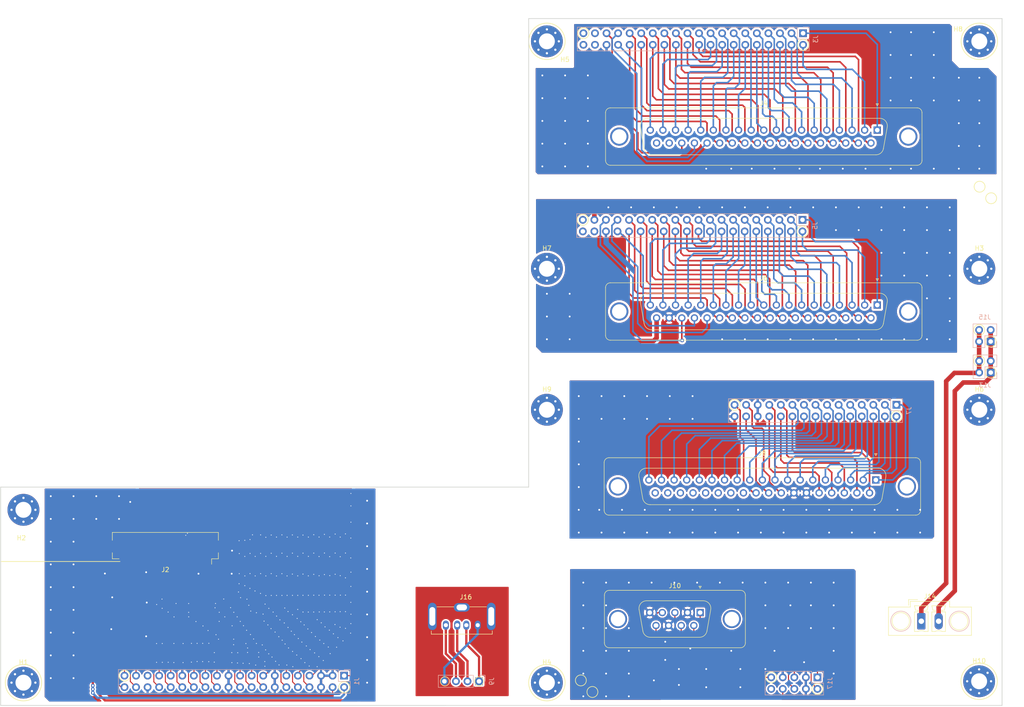
<source format=kicad_pcb>
(kicad_pcb (version 20221018) (generator pcbnew)
  (layers (0 "F.Cu" signal) (31 "B.Cu" signal) (34 "B.Paste" user) (35 "F.Paste" user) (36 "B.SilkS" user "B.Silkscreen") (37 "F.SilkS" user "F.Silkscreen") (38 "B.Mask" user) (39 "F.Mask" user) (44 "Edge.Cuts" user))
  (net 0 "")
  (net 1 "/LED-")
  (net 2 "LED+")
  (net 3 "GND")
  (net 4 "+3.3V")
  (net 5 "LCD_R2")
  (net 6 "LCD_R3")
  (net 7 "LCD_R4")
  (net 8 "LCD_R5")
  (net 9 "LCD_R6")
  (net 10 "LCD_R7")
  (net 11 "LCD_G2")
  (net 12 "LCD_G3")
  (net 13 "LCD_G4")
  (net 14 "LCD_G5")
  (net 15 "LCD_G6")
  (net 16 "LCD_G7")
  (net 17 "LCD_B2")
  (net 18 "LDC_B3")
  (net 19 "LCD_B4")
  (net 20 "LCD_B5")
  (net 21 "LCD_B6")
  (net 22 "LCD_B7")
  (net 23 "LCD_CLK")
  (net 24 "LCD_BACK_LIGHT")
  (net 25 "LCD_HS")
  (net 26 "LCD_VS")
  (net 27 "LCD_DE")
  (net 29 "/Touch_X+")
  (net 30 "/Touch_Y-")
  (net 31 "/Touch_X-")
  (net 32 "/Touch_Y+")
  (net 33 "O1")
  (net 34 "O2")
  (net 35 "O3")
  (net 36 "O4")
  (net 37 "O5")
  (net 38 "O6")
  (net 39 "O7")
  (net 40 "O8")
  (net 41 "O9")
  (net 42 "O10")
  (net 43 "O11")
  (net 44 "O12")
  (net 45 "O13")
  (net 46 "O14")
  (net 47 "O15")
  (net 48 "O16")
  (net 49 "O17")
  (net 50 "O18")
  (net 51 "O19")
  (net 52 "O20")
  (net 53 "O21")
  (net 54 "O22")
  (net 55 "O23")
  (net 56 "O24")
  (net 57 "O25")
  (net 58 "O26")
  (net 59 "O27")
  (net 60 "O28")
  (net 61 "O29")
  (net 62 "O30")
  (net 63 "O31")
  (net 64 "O32")
  (net 65 "ID1-output")
  (net 66 "ID2-output")
  (net 67 "ID3-output")
  (net 75 "/In1")
  (net 76 "/In2")
  (net 77 "/In3")
  (net 78 "/In4")
  (net 79 "/In5")
  (net 80 "/In6")
  (net 81 "/In7")
  (net 82 "/In8")
  (net 83 "/In9")
  (net 84 "/In10")
  (net 85 "/In11")
  (net 86 "/In12")
  (net 87 "/In13")
  (net 88 "/In14")
  (net 89 "/In15")
  (net 90 "/In16")
  (net 91 "/In17")
  (net 92 "/In18")
  (net 93 "/In19")
  (net 94 "/In20")
  (net 95 "/In21")
  (net 96 "/In22")
  (net 97 "/In23")
  (net 98 "/In24")
  (net 99 "/In25")
  (net 100 "/In26")
  (net 101 "/In27")
  (net 102 "/In28")
  (net 103 "/In29")
  (net 104 "/In30")
  (net 105 "/In31")
  (net 106 "/In32")
  (net 107 "ID1-input")
  (net 108 "ID2-input")
  (net 109 "ID3-input")
  (net 110 "+72")
  (net 115 "/Analog_out1")
  (net 116 "/Analog_out2")
  (net 117 "/Analog_out3")
  (net 118 "/Analog_out4")
  (net 119 "/Analog_out5")
  (net 120 "/Analog_out6")
  (net 121 "/Analog_out7")
  (net 122 "/Analog_out8")
  (net 123 "/Analog_out9")
  (net 124 "/Analog_out10")
  (net 125 "/Analog_out11")
  (net 126 "/Analog_out12")
  (net 127 "/Analog_out13")
  (net 128 "/Analog_out14")
  (net 129 "/Analog_out15")
  (net 130 "/Analog_out16")
  (net 131 "/Analog_out17")
  (net 132 "/Analog_out18")
  (net 133 "/Analog_out19")
  (net 134 "/Analog_out20")
  (net 135 "/Analog_out21")
  (net 136 "/Analog_out22")
  (net 137 "/Analog_out23")
  (net 138 "/Analog_out24")
  (net 139 "ID1-analog")
  (net 140 "ID2-analog")
  (net 141 "ID3-analog")
  (net 151 "CANH")
  (net 152 "485A")
  (net 153 "232TD")
  (net 154 "CANL")
  (net 155 "485B")
  (net 156 "232RD")
  (net 157 "24vSupply ")
  (net 159 "Net-(J16-VBUS)")
  (net 160 "Net-(J16-D-)")
  (net 161 "Net-(J16-D+)")
  (footprint "MLC_K7:DSUB-9_Female_Vertical_P2.77x2.84mm_MountingHoles" (layer "F.Cu") (at 193.202266 151.709433)
    (fp_text reference "J10")
    (fp_text value "DB9_Male-HARTING-STRAIGHT-09_66_151_7513")
  )
  (footprint "MLC_K7:FPC-40way_P0.50mm_Horizontal" (layer "F.Cu") (at 75.716133 138.586132 180)
    (fp_text reference "J2")
    (fp_text value "Conn_01x40_Socket")
  )
  (footprint "MountingHole:MountingHole_3.5mm_Pad_Via" (layer "F.Cu") (at 44.54 129.12)
    (fp_text reference "H2")
    (fp_text value "MountingHole")
  )
  (footprint "MountingHole:MountingHole_3.5mm_Pad_Via" (layer "F.Cu") (at 159.54 107.12)
    (fp_text reference "H9")
    (fp_text value "MountingHole")
  )
  (footprint "MountingHole:MountingHole_3.5mm_Pad_Via" (layer "F.Cu") (at 159.536133 167.116132)
    (fp_text reference "H4")
    (fp_text value "MountingHole")
  )
  (footprint "MLC_K7:DSUB-37_Female_Vertical_P2.77x2.84mm_MountingHoles" (layer "F.Cu") (at 231.806133 122.556132)
    (fp_text reference "J8")
    (fp_text value "DB9_Male-HARTING-STRAIGHT-09_66_451_7513")
  )
  (footprint "MountingHole:MountingHole_3.5mm_Pad_Via" (layer "F.Cu") (at 159.54 76.12)
    (fp_text reference "H7")
    (fp_text value "MountingHole")
  )
  (footprint "MountingHole:MountingHole_3.5mm_Pad_Via" (layer "F.Cu") (at 159.536133 26.116132)
    (fp_text reference "H5")
    (fp_text value "MountingHole")
  )
  (footprint "MountingHole:MountingHole_3.5mm_Pad_Via" (layer "F.Cu") (at 254.496133 166.811132)
    (fp_text reference "H10")
    (fp_text value "MountingHole")
  )
  (footprint "MLC_K7:DSUB-37_Female_Vertical_P2.77x2.84mm_MountingHoles" (layer "F.Cu") (at 232.116133 45.636132)
    (fp_text reference "J4")
    (fp_text value "DB9_Male-HARTING-STRAIGHT-09_66_451_7513")
  )
  (footprint "MountingHole:MountingHole_3.5mm_Pad_Via" (layer "F.Cu") (at 254.54 107.12)
    (fp_text reference "H6")
    (fp_text value "MountingHole")
  )
  (footprint "MountingHole:MountingHole_3.5mm_Pad_Via" (layer "F.Cu") (at 44.536133 167.116132)
    (fp_text reference "H1")
    (fp_text value "MountingHole")
  )
  (footprint "MLC_K7:DSUB-37_Female_Vertical_P2.77x2.84mm_MountingHoles" (layer "F.Cu") (at 232.116133 84.096132)
    (fp_text reference "J6")
    (fp_text value "DB9_Male-HARTING-STRAIGHT-09_66_451_7513")
  )
  (footprint "MLC_K7:USB_A_Molex_105057_Vertical" (layer "F.Cu") (at 137.336133 155.348632)
    (fp_text reference "J16")
    (fp_text value "USB_A-female H:10mm-straight")
  )
  (footprint "MountingHole:MountingHole_3.5mm_Pad_Via" (layer "F.Cu") (at 254.536133 26.116132)
    (fp_text reference "H8")
    (fp_text value "MountingHole")
  )
  (footprint "MountingHole:MountingHole_3.5mm_Pad_Via" (layer "F.Cu") (at 254.54 76.12)
    (fp_text reference "H3")
    (fp_text value "MountingHole")
  )
  (footprint "Connector_Phoenix_MC:PhoenixContact_MCV_1,5_2-GF-3.81_1x02_P3.81mm_Vertical_ThreadedFlange_MountHole" (layer "F.Cu") (at 241.796133 153.606132)
    (fp_text reference "J14")
    (fp_text value "-1*2-P5.08_straight_ThreadedFlange_MountHole")
  )
  (footprint "Connector_PinSocket_2.54mm:PinSocket_2x02_P2.54mm_Vertical" (layer "B.Cu") (at 257.036133 92.116132)
    (fp_text reference "J15")
    (fp_text value "Conn_02x02_Odd_Even")
  )
  (footprint "Connector_PinSocket_2.54mm:PinSocket_1x04_P2.54mm_Vertical" (layer "B.Cu") (at 144.636133 166.816132 90)
    (fp_text reference "J9")
    (fp_text value "Conn_01x04")
  )
  (footprint "Connector_PinSocket_2.54mm:PinSocket_2x05_P2.54mm_Vertical" (layer "B.Cu") (at 218.976133 165.951132 90)
    (fp_text reference "J17")
    (fp_text value "Conn_02x05_Odd_Even")
  )
  (footprint "Connector_PinSocket_2.54mm:PinSocket_2x20_P2.54mm_Vertical" (layer "B.Cu") (at 114.996133 165.576132 90)
    (fp_text reference "J1")
    (fp_text value "Conn_02x20_Odd_Even")
  )
  (footprint "Connector_PinSocket_2.54mm:PinSocket_2x20_P2.54mm_Vertical" (layer "B.Cu") (at 215.691133 65.366132 90)
    (fp_text reference "J5")
    (fp_text value "Conn_02x20_Odd_Even")
  )
  (footprint "Connector_PinSocket_2.54mm:PinSocket_2x02_P2.54mm_Vertical" (layer "B.Cu") (at 257.051133 98.941132)
    (fp_text reference "J13")
    (fp_text value "Conn_02x02_Odd_Even")
  )
  (footprint "Connector_PinSocket_2.54mm:PinSocket_2x20_P2.54mm_Vertical" (layer "B.Cu") (at 215.821133 24.341132 90)
    (fp_text reference "J3")
    (fp_text value "Conn_02x20_Odd_Even")
  )
  (footprint "Connector_PinSocket_2.54mm:PinSocket_2x15_P2.54mm_Vertical" (layer "B.Cu") (at 236.331133 106.041132 90)
    (fp_text reference "J7")
    (fp_text value "Conn_02x15_Odd_Even")
  )
  (gr_circle locked (center 254.5 166.815) (end 258.5 166.815) (stroke (width 0.15)) (fill none) (layer "F.SilkS"))
  (gr_circle locked (center 200.775 106.045) (end 201.975 106.045) (stroke (width 0.15)) (fill none) (layer "F.SilkS"))
  (gr_circle locked (center 254.54 26.12) (end 258.54 26.12) (stroke (width 0.15)) (fill none) (layer "F.SilkS"))
  (gr_circle locked (center 254.6 58.08) (end 255.8 58.08) (stroke (width 0.15)) (fill none) (layer "F.SilkS"))
  (gr_circle locked (center 137.14 166.82) (end 138.14 166.82) (stroke (width 0.15)) (fill none) (layer "F.SilkS"))
  (gr_circle locked (center 257.14 60.62) (end 258.34 60.62) (stroke (width 0.15)) (fill none) (layer "F.SilkS"))
  (gr_circle locked (center 215.691133 67.906132) (end 216.891133 67.906132) (stroke (width 0.15)) (fill none) (layer "F.SilkS"))
  (gr_circle locked (center 167.565 24.345) (end 168.765 24.345) (stroke (width 0.15)) (fill none) (layer "F.SilkS"))
  (gr_circle locked (center 208.82 165.955) (end 210.02 165.955) (stroke (width 0.15)) (fill none) (layer "F.SilkS"))
  (gr_circle locked (center 114.996133 168.116132) (end 116.196133 168.116132) (stroke (width 0.15)) (fill none) (layer "F.SilkS"))
  (gr_circle locked (center 159.54 26.12) (end 163.54 26.12) (stroke (width 0.15)) (fill none) (layer "F.SilkS"))
  (gr_circle locked (center 159.54 167.12) (end 163.54 167.12) (stroke (width 0.15)) (fill none) (layer "F.SilkS"))
  (gr_circle locked (center 257.051133 98.941132) (end 258.251133 98.941132) (stroke (width 0.15)) (fill none) (layer "F.SilkS"))
  (gr_circle locked (center 257.036133 92.116132) (end 258.236133 92.116132) (stroke (width 0.15)) (fill none) (layer "F.SilkS"))
  (gr_circle locked (center 167 166.62) (end 168.2 166.62) (stroke (width 0.15)) (fill none) (layer "F.SilkS"))
  (gr_circle locked (center 44.54 167.12) (end 48.54 167.12) (stroke (width 0.15)) (fill none) (layer "F.SilkS"))
  (gr_circle locked (center 218.976133 168.491132) (end 220.176133 168.491132) (stroke (width 0.15)) (fill none) (layer "F.SilkS"))
  (gr_circle locked (center 215.821133 26.881132) (end 217.021133 26.881132) (stroke (width 0.15)) (fill none) (layer "F.SilkS"))
  (gr_circle locked (center 254.5 89.58) (end 255.7 89.58) (stroke (width 0.15)) (fill none) (layer "F.SilkS"))
  (gr_circle locked (center 236.331133 108.581132) (end 237.531133 108.581132) (stroke (width 0.15)) (fill none) (layer "F.SilkS"))
  (gr_circle locked (center 169.54 169.16) (end 170.74 169.16) (stroke (width 0.15)) (fill none) (layer "F.SilkS"))
  (gr_circle locked (center 144.636133 166.816132) (end 145.636133 166.816132) (stroke (width 0.15)) (fill none) (layer "F.SilkS"))
  (gr_circle locked (center 167.435 65.37) (end 168.635 65.37) (stroke (width 0.15)) (fill none) (layer "F.SilkS"))
  (gr_circle locked (center 66.74 165.58) (end 67.94 165.58) (stroke (width 0.15)) (fill none) (layer "F.SilkS"))
  (gr_line (start 39.54 140.47) (end 65.75 140.47) (stroke (width 0.15)) (layer "F.SilkS"))
  (gr_circle locked (center 254.515 96.405) (end 255.715 96.405) (stroke (width 0.15)) (fill none) (layer "F.SilkS"))
  (gr_line locked (start 155.54 21.12) (end 259.54 21.12) (stroke (width 0.15)) (layer "Edge.Cuts"))
  (gr_line (start 39.54 124.12) (end 155.54 124.12) (stroke (width 0.15)) (layer "Edge.Cuts"))
  (gr_line locked (start 259.536133 172.116132) (end 39.54 172.12) (stroke (width 0.15)) (layer "Edge.Cuts"))
  (gr_line locked (start 39.54 172.12) (end 39.54 124.12) (stroke (width 0.15)) (layer "Edge.Cuts"))
  (gr_line locked (start 259.54 21.12) (end 259.536133 172.116132) (stroke (width 0.15)) (layer "Edge.Cuts"))
  (gr_line locked (start 155.54 124.12) (end 155.54 21.12) (stroke (width 0.15)) (layer "Edge.Cuts"))
  (segment (start 61.076133 169.656132) (end 62.436133 171.016132) (width 0.5) (layer "F.Cu") (net 1))
  (segment (start 117.746133 171.016132) (end 117.966133 170.796132) (width 0.5) (layer "F.Cu") (net 1))
  (segment (start 117.966133 170.796132) (end 117.966133 166.246132) (width 0.22) (layer "F.Cu") (net 1))
  (segment (start 117.296133 165.576132) (end 114.996133 165.576132) (width 0.22) (layer "F.Cu") (net 1))
  (segment (start 65.986133 141.546132) (end 65.986133 140.456132) (width 0.22) (layer "F.Cu") (net 1))
  (segment (start 62.436133 171.016132) (end 117.746133 171.016132) (width 0.5) (layer "F.Cu") (net 1))
  (segment (start 61.076133 146.456132) (end 61.076133 169.656132) (width 0.5) (layer "F.Cu") (net 1))
  (segment (start 65.986133 140.456132) (end 65.966133 140.436132) (width 0.22) (layer "F.Cu") (net 1))
  (segment (start 65.986133 141.546132) (end 61.076133 146.456132) (width 0.5) (layer "F.Cu") (net 1))
  (segment (start 117.966133 166.246132) (end 117.296133 165.576132) (width 0.22) (layer "F.Cu") (net 1))
  (segment (start 59.776133 167.766132) (end 59.776133 143.606132) (width 0.5) (layer "F.Cu") (net 2))
  (segment (start 66.466133 140.436132) (end 66.466133 139.236132) (width 0.22) (layer "F.Cu") (net 2))
  (segment (start 59.776133 143.606132) (end 64.216133 139.166132) (width 0.5) (layer "F.Cu") (net 2))
  (segment (start 59.776133 168.546132) (end 59.776133 167.766132) (width 0.5) (layer "F.Cu") (net 2))
  (segment (start 66.466133 139.236132) (end 66.396133 139.166132) (width 0.22) (layer "F.Cu") (net 2))
  (segment (start 59.776133 168.546132) (end 59.776133 169.346132) (width 0.5) (layer "F.Cu") (net 2))
  (segment (start 64.216133 139.166132) (end 66.396133 139.166132) (width 0.22) (layer "F.Cu") (net 2))
  (via (at 59.776133 167.766132) (size 0.8) (drill 0.4) (layers "F.Cu" "B.Cu") (net 2))
  (via (at 59.776133 168.546132) (size 0.8) (drill 0.4) (layers "F.Cu" "B.Cu") (net 2))
  (via (at 59.776133 169.346132) (size 0.8) (drill 0.4) (layers "F.Cu" "B.Cu") (net 2))
  (segment (start 59.776133 169.446132) (end 60.766133 170.436132) (width 0.5) (layer "B.Cu") (net 2))
  (segment (start 59.776133 167.766132) (end 59.776133 169.446132) (width 0.5) (layer "B.Cu") (net 2))
  (segment (start 60.766133 170.436132) (end 114.246133 170.436132) (width 0.5) (layer "B.Cu") (net 2))
  (segment (start 114.246133 170.436132) (end 114.996133 169.686132) (width 0.5) (layer "B.Cu") (net 2))
  (segment (start 114.996133 169.686132) (end 114.996133 168.116132) (width 0.22) (layer "B.Cu") (net 2))
  (segment (start 97.786133 135.16) (end 97.786133 148.066132) (width 0.22) (layer "F.Cu") (net 3))
  (segment (start 103.616133 131.276132) (end 103.046133 130.706132) (width 0.22) (layer "F.Cu") (net 3))
  (segment (start 98.176133 162.476132) (end 96.326133 162.476132) (width 0.22) (layer "F.Cu") (net 3))
  (segment (start 111.816133 153.836132) (end 102.416133 163.236132) (width 0.22) (layer "F.Cu") (net 3))
  (segment (start 100.126133 135.11) (end 100.126133 149.106132) (width 0.22) (layer "F.Cu") (net 3))
  (segment (start 102.466133 135.12) (end 102.466133 150.196132) (width 0.22) (layer "F.Cu") (net 3))
  (segment (start 94.746133 161.496132) (end 94.166133 162.076132) (width 0.22) (layer "F.Cu") (net 3))
  (segment (start 66.966133 138.853867) (end 67.13 138.69) (width 0.2) (layer "F.Cu") (net 3))
  (segment (start 83.976133 154.616132) (end 82.696133 155.896132) (width 0.22) (layer "F.Cu") (net 3))
  (segment (start 113.026133 154.326132) (end 103.726133 163.626132) (width 0.22) (layer "F.Cu") (net 3))
  (segment (start 101.316133 149.676132) (end 94.416133 156.576132) (width 0.22) (layer "F.Cu") (net 3))
  (segment (start 76.326133 151.596132) (end 76.346133 151.616132) (width 0.22) (layer "F.Cu") (net 3))
  (segment (start 83.916133 156.836132) (end 83.916133 162.476132) (width 0.22) (layer "F.Cu") (net 3))
  (segment (start 92.876133 154.616132) (end 83.976133 154.616132) (width 0.22) (layer "F.Cu") (net 3))
  (segment (start 72.466133 141.876133) (end 72.6 142.01) (width 0.22) (layer "F.Cu") (net 3))
  (segment (start 104.796133 151.026132) (end 96.316133 159.506132) (width 0.22) (layer "F.Cu") (net 3))
  (segment (start 90.746133 151.656132) (end 78.626133 151.656132) (width 0.22) (layer "F.Cu") (net 3))
  (segment (start 82.436133 153.646132) (end 81.446133 154.636132) (width 0.22) (layer "F.Cu") (net 3))
  (segment (start 115.276133 134.406132) (end 115.276133 155.536132) (width 0.22) (layer "F.Cu") (net 3))
  (segment (start 110.656133 134.516132) (end 110.656133 127.956132) (width 0.22) (layer "F.Cu") (net 3))
  (segment (start 96.316133 159.506132) (end 92.636133 159.506132) (width 0.22) (layer "F.Cu") (net 3))
  (segment (start 95.456133 135.236132) (end 95.456133 146.946132) (width 0.22) (layer "F.Cu") (net 3))
  (segment (start 93.736133 160.476132) (end 92.796133 161.416132) (width 0.22) (layer "F.Cu") (net 3))
  (segment (start 72.256133 128.076132) (end 72.256133 132.396132) (width 0.22) (layer "F.Cu") (net 3))
  (segment (start 91.946133 135.826132) (end 91.946133 145.356132) (width 0.22) (layer "F.Cu") (net 3))
  (segment (start 92.636133 159.506132) (end 91.596133 160.546132) (width 0.22) (layer "F.Cu") (net 3))
  (segment (start 107.136133 129.536132) (end 106.726133 129.126132) (width 0.22) (layer "F.Cu") (net 3))
  (segment (start 103.616133 150.576132) (end 95.666133 158.526132) (width 0.22) (layer "F.Cu") (net 3))
  (segment (start 94.846133 134.626132) (end 95.456133 135.236132) (width 0.22) (layer "F.Cu") (net 3))
  (segment (start 251.026133 101.126132) (end 249.156133 102.996132) (width 1) (layer "F.Cu") (net 3))
  (segment (start 103.616133 134.636132) (end 103.616133 150.576132) (width 0.22) (layer "F.Cu") (net 3))
  (segment (start 77.821133 130.661132) (end 76.716133 131.766132) (width 0.22) (layer "F.Cu") (net 3))
  (segment (start 94.316133 135.656132) (end 94.316133 146.406132) (width 0.22) (layer "F.Cu") (net 3))
  (segment (start 105.946133 134.666132) (end 105.946133 151.716132) (width 0.22) (layer "F.Cu") (net 3))
  (segment (start 67.966133 140.436132) (end 67.966133 138.983867) (width 0.22) (layer "F.Cu") (net 3))
  (segment (start 87.396133 157.566132) (end 86.476133 158.486132) (width 0.22) (layer "F.Cu") (net 3))
  (segment (start 94.416133 156.576132) (end 86.276133 156.576132) (width 0.22) (layer "F.Cu") (net 3))
  (segment (start 85.266133 157.586132) (end 85.266133 162.526132) (width 0.22) (layer "F.Cu") (net 3))
  (segment (start 96.646133 134.626132) (end 96.646133 147.516132) (width 0.22) (layer "F.Cu") (net 3))
  (segment (start 109.486133 152.826132) (end 98.846133 163.466132) (width 0.22) (layer "F.Cu") (net 3))
  (segment (start 90.066133 150.656132) (end 77.266133 150.656132) (width 0.22) (layer "F.Cu") (net 3))
  (segment (start 98.976133 148.516132) (end 92.876133 154.616132) (width 0.22) (layer "F.Cu") (net 3))
  (segment (start 93.576133 155.656132) (end 85.096133 155.656132) (width 0.22) (layer "F.Cu") (net 3))
  (segment (start 66.966133 140.436132) (end 66.966133 138.853867) (width 0.2) (layer "F.Cu") (net 3))
  (segment (start 92.796133 161.416132) (end 92.796133 162.906132) (width 0.22) (layer "F.Cu") (net 3))
  (segment (start 249.156133 102.996132) (end 249.156133 146.936132) (width 1) (layer "F.Cu") (net 3))
  (segment (start 110.656133 153.276132) (end 100.726133 163.206132) (width 0.22) (layer "F.Cu") (net 3))
  (segment (start 116.466133 156.196132) (end 109.036133 163.626132) (width 0.22) (layer "F.Cu") (net 3))
  (segment (start 90.986133 158.526132) (end 90.336133 159.176132) (width 0.22) (layer "F.Cu") (net 3))
  (segment (start 81.446133 154.636132) (end 81.446133 162.626132) (width 0.22) (layer "F.Cu") (net 3))
  (segment (start 110.656133 134.516132) (end 110.656133 153.276132) (width 0.22) (layer "F.Cu") (net 3))
  (segment (start 111.816133 127.056132) (end 111.596133 126.836132) (width 0.22) (layer "F.Cu") (net 3))
  (segment (start 94.316133 146.406132) (end 90.066133 150.656132) (width 0.22) (layer "F.Cu") (net 3))
  (segment (start 85.096133 155.656132) (end 83.916133 156.836132) (width 0.22) (layer "F.Cu") (net 3))
  (segment (start 76.346133 151.616132) (end 76.346133 162.636132) (width 0.22) (layer "F.Cu") (net 3))
  (segment (start 104.796133 135.11) (end 104.796133 151.026132) (width 0.22) (layer "F.Cu") (net 3))
  (segment (start 114.136133 135.11) (end 114.136133 154.916132) (width 0.22) (layer "F.Cu") (net 3))
  (segment (start 102.466133 150.196132) (end 95.096133 157.566132) (width 0.22) (layer "F.Cu") (net 3))
  (segment (start 255.836133 101.126132) (end 251.026133 101.126132) (width 1) (layer "F.Cu") (net 3))
  (segment (start 111.816133 135.1) (end 111.816133 153.836132) (width 0.22) (layer "F.Cu") (net 3))
  (segment (start 114.136133 126.346132) (end 113.776133 125.986132) (width 0.22) (layer "F.Cu") (net 3))
  (segment (start 79.606133 153.846132) (end 79.606133 162.726132) (width 0.22) (layer "F.Cu") (net 3))
  (segment (start 103.616133 134.636132) (end 103.616133 131.276132) (width 0.22) (layer "F.Cu") (net 3))
  (segment (start 86.276133 156.576132) (end 85.266133 157.586132) (width 0.22) (layer "F.Cu") (net 3))
  (segment (start 110.656133 127.956132) (end 110.029917 127.329916) (width 0.22) (layer "F.Cu") (net 3))
  (segment (start 88.576133 148.726132) (end 74.966133 148.726132) (width 0.22) (layer "F.Cu") (net 3))
  (segment (start 109.486133 135.1) (end 109.486133 152.826132) (width 0.22) (layer "F.Cu") (net 3))
  (segment (start 80.806133 152.646132) (end 79.606133 153.846132) (width 0.22) (layer "F.Cu") (net 3))
  (segment (start 115.276133 155.536132) (end 107.346133 163.466132) (width 0.22) (layer "F.Cu") (net 3))
  (segment (start 95.456133 146.946132) (end 90.746133 151.656132) (width 0.22) (layer "F.Cu") (net 3))
  (segment (start 96.646133 147.516132) (end 91.516133 152.646132) (width 0.22) (layer "F.Cu") (net 3))
  (segment (start 76.716133 131.766132) (end 76.436133 132.046132) (width 0.22) (layer "F.Cu") (net 3))
  (segment (start 105.946133 151.716132) (end 97.186133 160.476132) (width 0.22) (layer "F.Cu") (net 3))
  (segment (start 71.966133 140.436132) (end 71.966133 141.813867) (width 0.22) (layer "F.Cu") (net 3))
  (segment (start 91.946133 145.356132) (end 88.576133 148.726132) (width 0.22) (layer "F.Cu") (net 3))
  (segment (start 76.066133 149.706132) (end 75.036133 150.736132) (width 0.22) (layer "F.Cu") (net 3))
  (segment (start 111.816133 135.1) (end 111.816133 127.056132) (width 0.22) (layer "F.Cu") (net 3))
  (segment (start 245.606133 150.486132) (end 245.606133 153.606132) (width 1) (layer "F.Cu") (net 3))
  (segment (start 68.466133 140.436132) (end 68.466133 141.586133) (width 0.22) (layer "F.Cu") (net 3))
  (segment (start 77.586133 152.696132) (end 77.586133 162.696132) (width 0.22) (layer "F.Cu") (net 3))
  (segment (start 110.029917 127.329916) (end 73.002349 127.329916) (width 0.22) (layer "F.Cu") (net 3))
  (segment (start 76.466133 141.606133) (end 76.53 141.67) (width 0.22) (layer "F.Cu") (net 3))
  (segment (start 90.336133 159.176132) (end 90.336133 162.746132) (width 0.22) (layer "F.Cu") (net 3))
  (segment (start 95.666133 158.526132) (end 90.986133 158.526132) (width 0.22) (layer "F.Cu") (net 3))
  (segment (start 91.516133 152.646132) (end 80.806133 152.646132) (width 0.22) (layer "F.Cu") (net 3))
  (segment (start 82.696133 155.896132) (end 82.696133 162.476132) (width 0.22) (layer "F.Cu") (net 3))
  (segment (start 97.676133 161.496132) (end 94.746133 161.496132) (width 0.22) (layer "F.Cu") (net 3))
  (segment (start 108.316133 134.596132) (end 108.316133 129.036132) (width 0.22) (layer "F.Cu") (net 3))
  (segment (start 83.466133 140.436132) (end 83.466133 141.613867) (width 0.22) (layer "F.Cu") (net 3))
  (segment (start 93.166133 135.836132) (end 93.166133 145.796132) (width 0.22) (layer "F.Cu") (net 3))
  (segment (start 98.846133 163.466132) (end 97.576133 163.466132) (width 0.22) (layer "F.Cu") (net 3))
  (segment (start 107.346133 163.466132) (end 107.306133 163.466132) (width 0.22) (layer "F.Cu") (net 3))
  (segment (start 114.136133 135.11) (end 114.136133 126.346132) (width 0.22) (layer "F.Cu") (net 3))
  (segment (start 73.002349 127.329916) (end 72.256133 128.076132) (width 0.22) (layer "F.Cu") (net 3))
  (segment (start 75.036133 150.736132) (end 75.036133 162.656132) (width 0.22) (layer "F.Cu") (net 3))
  (segment (start 83.916133 162.476132) (end 83.906133 162.486132) (width 0.22) (layer "F.Cu") (net 3))
  (segment (start 98.976133 134.656132) (end 98.976133 133.466132) (width 0.22) (layer "F.Cu") (net 3))
  (segment (start 93.166133 145.796132) (end 89.256133 149.706132) (width 0.22) (layer "F.Cu") (net 3))
  (segment (start 79.966133 141.723867) (end 79.9 141.79) (width 0.22) (layer "F.Cu") (net 3))
  (segment (start 107.136133 152.036132) (end 97.676133 161.496132) (width 0.22) (layer "F.Cu") (net 3))
  (segment (start 79.966133 140.436132) (end 79.966133 141.723867) (width 0.22) (layer "F.Cu") (net 3))
  (segment (start 71.966133 141.813867) (end 71.87 141.91) (width 0.22) (layer "F.Cu") (net 3))
  (segment (start 89.256133 149.706132) (end 76.066133 149.706132) (width 0.22) (layer "F.Cu") (net 3))
  (segment (start 75.036133 162.656132) (end 75.046133 162.666132) (width 0.22) (layer "F.Cu") (net 3))
  (segment (start 98.976133 134.656132) (end 98.976133 148.516132) (width 0.22) (layer "F.Cu") (net 3))
  (segment (start 96.646133 134.626132) (end 96.646133 134.526132) (width 0.22) (layer "F.Cu") (net 3))
  (segment (start 73.786133 149.906132) (end 73.786133 162.646132) (width 0.22) (layer "F.Cu") (net 3))
  (segment (start 75.966133 140.436132) (end 75.966133 141.843867) (width 0.22) (layer "F.Cu") (net 3))
  (segment (start 67.966133 138.983867) (end 68.03 138.92) (width 0.22) (layer "F.Cu") (net 3))
  (segment (start 96.646133 134.526132) (end 96.166133 134.046132) (width 0.22) (layer "F.Cu") (net 3))
  (segment (start 86.476133 158.486132) (end 86.476133 162.656132) (width 0.22) (layer "F.Cu") (net 3))
  (segment (start 107.136133 135.11) (end 107.136133 129.536132) (width 0.22) (layer "F.Cu") (net 3))
  (segment (start 108.316133 129.036132) (end 107.976133 128.696132) (width 0.22) (layer "F.Cu") (net 3))
  (segment (start 100.126133 149.106132) (end 93.576133 155.656132) (width 0.22) (layer "F.Cu") (net 3))
  (segment (start 74.966133 148.726132) (end 73.786133 149.906132) (width 0.22) (layer "F.Cu") (net 3))
  (segment (start 96.326133 162.476132) (end 95.536133 163.266132) (width 0.22) (layer "F.Cu") (net 3))
  (segment (start 91.596133 160.546132) (end 91.596133 162.806132) (width 0.22) (layer "F.Cu") (net 3))
  (segment (start 94.166133 162.076132) (end 94.166133 162.886132) (width 0.22) (layer "F.Cu") (net 3))
  (segment (start 103.046133 130.706132) (end 103.001133 130.661132) (width 0.22) (layer "F.Cu") (net 3))
  (segment (start 68.466133 141.586133) (end 68.7 141.82) (width 0.22) (layer "F.Cu") (net 3))
  (segment (start 77.266133 150.656132) (end 76.326133 151.596132) (width 0.22) (layer "F.Cu") (net 3))
  (segment (start 107.136133 135.11) (end 107.136133 152.036132) (width 0.22) (layer "F.Cu") (net 3))
  (segment (start 257.036133 89.576132) (end 257.036133 99.926132) (width 1) (layer "F.Cu") (net 3))
  (segment (start 78.626133 151.656132) (end 77.586133 152.696132) (width 0.22) (layer "F.Cu") (net 3))
  (segment (start 103.001133 130.661132) (end 77.821133 130.661132) (width 0.22) (layer "F.Cu") (net 3))
  (segment (start 97.786133 148.066132) (end 92.206133 153.646132) (width 0.22) (layer "F.Cu") (net 3))
  (segment (start 83.466133 141.613867) (end 83.44 141.64) (width 0.22) (layer "F.Cu") (net 3))
  (segment (start 72.466133 140.436132) (end 72.466133 141.876133) (width 0.22) (layer "F.Cu") (net 3))
  (segment (start 257.036133 99.926132) (end 255.836133 101.126132) (width 1) (layer "F.Cu") (net 3))
  (segment (start 95.096133 157.566132) (end 87.396133 157.566132) (width 0.22) (layer "F.Cu") (net 3))
  (segment (start 75.966133 141.843867) (end 75.91 141.9) (width 0.22) (layer "F.Cu") (net 3))
  (segment (start 108.316133 152.336132) (end 98.176133 162.476132) (width 0.22) (layer "F.Cu") (net 3))
  (segment (start 76.436133 132.046132) (end 76.436133 132.586132) (width 0.22) (layer "F.Cu") (net 3))
  (segment (start 76.466133 140.436132) (end 76.466133 141.606133) (width 0.22) (layer "F.Cu") (net 3))
  (segment (start 108.316133 134.596132) (end 108.316133 152.336132) (width 0.22) (layer "F.Cu") (net 3))
  (segment (start 249.156133 146.936132) (end 245.606133 150.486132) (width 1) (layer "F.Cu") (net 3))
  (segment (start 114.136133 154.916132) (end 105.646133 163.406132) (width 0.22) (layer "F.Cu") (net 3))
  (segment (start 116.466133 125.526132) (end 116.466133 156.196132) (width 0.22) (layer "F.Cu") (net 3))
  (segment (start 98.976133 133.466132) (end 98.516133 133.006132) (width 0.22) (layer "F.Cu") (net 3))
  (segment (start 97.186133 160.476132) (end 93.736133 160.476132) (width 0.22) (layer "F.Cu") (net 3))
  (segment (start 101.316133 134.626132) (end 101.316133 149.676132) (width 0.22) (layer "F.Cu") (net 3))
  (segment (start 92.206133 153.646132) (end 82.436133 153.646132) (width 0.22) (layer "F.Cu") (net 3))
  (segment (start 113.026133 134.446132) (end 113.026133 154.326132) (width 0.22) (layer "F.Cu") (net 3))
  (via (at 97.406133 153.596132) (size 0.32) (drill 0.2) (layers "F.Cu" "B.Cu") (net 3))
  (via (at 233.04 72.62) (size 0.8) (drill 0.4) (layers "F.Cu" "B.Cu") (net 3))
  (via (at 110.646133 151.566132) (size 0.32) (drill 0.2) (layers "F.Cu" "B.Cu") (net 3))
  (via (at 65.54 126.12) (size 0.8) (drill 0.4) (layers "F.Cu" "B.Cu") (net 3))
  (via (at 107.326133 163.466132) (size 0.32) (drill 0.2) (layers "F.Cu" "B.Cu") (net 3))
  (via (at 238.04 77.62) (size 0.8) (drill 0.4) (layers "F.Cu" "B.Cu") (net 3))
  (via (at 50.54 151.12) (size 0.8) (drill 0.4) (layers "F.Cu" "B.Cu") (net 3))
  (via (at 77.626133 152.656132) (size 0.32) (drill 0.2) (layers "F.Cu" "B.Cu") (net 3))
  (via (at 173.04 62.62) (size 0.8) (drill 0.4) (layers "F.Cu" "B.Cu") (net 3))
  (via (at 93.566133 155.606132) (size 0.32) (drill 0.2) (layers "F.Cu" "B.Cu") (net 3))
  (via (at 101.946133 150.706132) (size 0.32) (drill 0.2) (layers "F.Cu" "B.Cu") (net 3))
  (via (at 243.04 67.62) (size 0.8) (drill 0.4) (layers "F.Cu" "B.Cu") (net 3))
  (via (at 107.516133 159.846132) (size 0.32) (drill 0.2) (layers "F.Cu" "B.Cu") (net 3))
  (via (at 233.04 62.62) (size 0.8) (drill 0.4) (layers "F.Cu" "B.Cu") (net 3))
  (via (at 73.806133 149.936132) (size 0.32) (drill 0.2) (layers "F.Cu" "B.Cu") (net 3))
  (via (at 113.026133 138.626132) (size 0.32) (drill 0.2) (layers "F.Cu" "B.Cu") (net 3))
  (via (at 200.04 160.12) (size 0.8) (drill 0.4) (layers "F.Cu" "B.Cu") (net 3))
  (via (at 95.556133 163.256132) (size 0.32) (drill 0.2) (layers "F.Cu" "B.Cu") (net 3))
  (via (at 103.636133 152.186132) (size 0.32) (drill 0.2) (layers "F.Cu" "B.Cu") (net 3))
  (via (at 111.836133 143.586132) (size 0.32) (drill 0.2) (layers "F.Cu" "B.Cu") (net 3))
  (via (at 201.54 129.12) (size 0.8) (drill 0.4) (layers "F.Cu" "B.Cu") (net 3))
  (via (at 166.54 124.12) (size 0.8) (drill 0.4) (layers "F.Cu" "B.Cu") (net 3))
  (via (at 188.54 164.12) (size 0.8) (drill 0.4) (layers "F.Cu" "B.Cu") (net 3))
  (via (at 100.126133 143.656132) (size 0.32) (drill 0.2) (layers "F.Cu" "B.Cu") (net 3))
  (via (at 167.54 160.12) (size 0.8) (drill 0.4) (layers "F.Cu" "B.Cu") (net 3))
  (via (at 176.54 134.12) (size 0.8) (drill 0.4) (layers "F.Cu" "B.Cu") (net 3))
  (via (at 228.04 91.62) (size 0.8) (drill 0.4) (layers "F.Cu" "B.Cu") (net 3))
  (via (at 50.54 156.12) (size 0.8) (drill 0.4) (layers "F.Cu" "B.Cu") (net 3))
  (via (at 101.326133 147.936132) (size 0.32) (drill 0.2) (layers "F.Cu" "B.Cu") (net 3))
  (via (at 166.54 129.12) (size 0.8) (drill 0.4) (layers "F.Cu" "B.Cu") (net 3))
  (via (at 244.54 34.12) (size 0.8) (drill 0.4) (layers "F.Cu" "B.Cu") (net 3))
  (via (at 120.04 167.12) (size 0.8) (drill 0.4) (layers "F.Cu" "B.Cu") (net 3))
  (via (at 104.796133 147.926132) (size 0.32) (drill 0.2) (layers "F.Cu" "B.Cu") (net 3))
  (via (at 218.04 91.62) (size 0.8) (drill 0.4) (layers "F.Cu" "B.Cu") (net 3))
  (via (at 202.04 168.12) (size 0.8) (drill 0.4) (layers "F.Cu" "B.Cu") (net 3))
  (via (at 98.976133 138.676132) (size 0.32) (drill 0.2) (layers "F.Cu" "B.Cu") (net 3))
  (via (at 212.54 155.12) (size 0.8) (drill 0.4) (layers "F.Cu" "B.Cu") (net 3))
  (via (at 93.166133 145.796132) (size 0.32) (drill 0.2) (layers "F.Cu" "B.Cu") (net 3))
  (via (at 75.036133 158.506132) (size 0.32) (drill 0.2) (layers "F.Cu" "B.Cu") (net 3))
  (via (at 177.54 165.12) (size 0.8) (drill 0.4) (layers "F.Cu" "B.Cu") (net 3))
  (via (at 110.416133 162.246132) (size 0.32) (drill 0.2) (layers "F.Cu" "B.Cu") (net 3))
  (via (at 83.916133 158.476132) (size 0.32) (drill 0.2) (layers "F.Cu" "B.Cu") (net 3))
  (via (at 120.04 162.12) (size 0.8) (drill 0.4) (layers "F.Cu" "B.Cu") (net 3))
  (via (at 90.726133 157.566132) (size 0.32) (drill 0.2) (layers "F.Cu" "B.Cu") (net 3))
  (via (at 83.906133 162.486132) (size 0.32) (drill 0.2) (layers "F.Cu" "B.Cu") (net 3))
  (via (at 115.276133 144.07) (size 0.32) (drill 0.2) (layers "F.Cu" "B.Cu") (net 3))
  (via (at 88.536133 148.726132) (size 0.32) (drill 0.2) (layers "F.Cu" "B.Cu") (net 3))
  (via (at 94.166133 162.916132) (size 0.32) (drill 0.2) (layers "F.Cu" "B.Cu") (net 3))
  (via (at 86.846133 156.576132) (size 0.32) (drill 0.2) (layers "F.Cu" "B.Cu") (net 3))
  (via (at 96.616133 147.496132) (size 0.32) (drill 0.2) (layers "F.Cu" "B.Cu") (net 3))
  (via (at 96.646133 138.696132) (size 0.32) (drill 0.2) (layers "F.Cu" "B.Cu") (net 3))
  (via (at 60.54 131.12) (size 0.8) (drill 0.4) (layers "F.Cu" "B.Cu") (net 3))
  (via (at 81.446133 158.476132) (size 0.32) (drill 0.2) (layers "F.Cu" "B.Cu") (net 3))
  (via (at 182.54 145.12) (size 0.8) (drill 0.4) (layers "F.Cu" "B.Cu") (net 3))
  (via (at 88.77 152.646132) (size 0.32) (drill 0.2) (layers "F.Cu" "B.Cu") (net 3))
  (via (at 100.156133 152.486132) (size 0.32) (drill 0.2) (layers "F.Cu" "B.Cu") (net 3))
  (via (at 95.716133 158.496132) (size 0.32) (drill 0.2) (layers "F.Cu" "B.Cu") (net 3))
  (via (at 50.54 136.12) (size 0.8) (drill 0.4) (layers "F.Cu" "B.Cu") (net 3))
  (via (at 93.166133 135.826132) (size 0.32) (drill 0.2) (layers "F.Cu" "B.Cu") (net 3))
  (via (at 211.54 129.12) (size 0.8) (drill 0.4) (layers "F.Cu" "B.Cu") (net 3))
  (via (at 111.746133 155.576132) (size 0.32) (drill 0.2) (layers "F.Cu" "B.Cu") (net 3))
  (via (at 101.316133 134.626132) (size 0.32) (drill 0.2) (layers "F.Cu" "B.Cu") (net 3))
  (via (at 114.096133 154.926132) (size 0.32) (drill 0.2) (layers "F.Cu" "B.Cu") (net 3))
  (via (at 94.471133 151.381133) (size 0.32) (drill 0.2) (layers "F.Cu" "B.Cu") (net 3))
  (via (at 111.516133 159.286132) (size 0.32) (drill 0.2) (layers "F.Cu" "B.Cu") (net 3))
  (via (at 250.04 44.12) (size 0.8) (drill 0.4) (layers "F.Cu" "B.Cu") (net 3))
  (via (at 86.74 149.706132) (size 0.32) (drill 0.2) (layers "F.Cu" "B.Cu") (net 3))
  (via (at 97.786133 135.16) (size 0.32) (drill 0.2) (layers "F.Cu" "B.Cu") (net 3))
  (via (at 108.316133 138.636132) (size 0.32) (drill 0.2) (layers "F.Cu" "B.Cu") (net 3))
  (via (at 211.54 134.12) (size 0.8) (drill 0.4) (layers "F.Cu" "B.Cu") (net 3))
  (via (at 90.046133 150.626132) (size 0.32) (drill 0.2) (layers "F.Cu" "B.Cu") (net 3))
  (via (at 115.286133 155.176132) (size 0.32) (drill 0.2) (layers "F.Cu" "B.Cu") (net 3))
  (via (at 62.436133 143.126132) (size 0.8) (drill 0.4) (layers "F.Cu" "B.Cu") (net 3))
  (via (at 243.04 62.62) (size 0.8) (drill 0.4) (layers "F.Cu" "B.Cu") (net 3))
  (via (at 171.54 134.12) (size 0.8) (drill 0.4) (layers "F.Cu" "B.Cu") (net 3))
  (via (at 94.416133 156.536132) (size 0.32) (drill 0.2) (layers "F.Cu" "B.Cu") (net 3))
  (via (at 90.386133 154.616132) (size 0.32) (drill 0.2) (layers "F.Cu" "B.Cu") (net 3))
  (via (at 194.54 164.12) (size 0.8) (drill 0.4) (layers "F.Cu" "B.Cu") (net 3))
  (via (at 243.04 77.62) (size 0.8) (drill 0.4) (layers "F.Cu" "B.Cu") (net 3))
  (via (at 93.406133 158.516132) (size 0.32) (drill 0.2) (layers "F.Cu" "B.Cu") (net 3))
  (via (at 239.54 39.12) (size 0.8) (drill 0.4) (layers "F.Cu" "B.Cu") (net 3))
  (via (at 95.406133 146.956132) (size 0.32) (drill 0.2) (layers "F.Cu" "B.Cu") (net 3))
  (via (at 116.456133 135.326132) (size 0.32) (drill 0.2) (layers "F.Cu" "B.Cu") (net 3))
  (via (at 108.506133 160.566132) (size 0.32) (drill 0.2) (layers "F.Cu" "B.Cu") (net 3))
  (via (at 158.54 48.62) (size 0.8) (drill 0.4) (layers "F.Cu" "B.Cu") (net 3))
  (via (at 116.456133 149.456132) (size 0.32) (drill 0.2) (layers "F.Cu" "B.Cu") (net 3))
  (via (at 105.956133 151.586132) (size 0.32) (drill 0.2) (layers "F.Cu" "B.Cu") (net 3))
  (via (at 222.54 150.12) (size 0.8) (drill 0.4) (layers "F.Cu" "B.Cu") (net 3))
  (via (at 109.076133 153.266132) (size 0.32) (drill 0.2) (layers "F.Cu" "B.Cu") (net 3))
  (via (at 106.686133 159.046132) (size 0.32) (drill 0.2) (layers "F.Cu" "B.Cu") (net 3))
  (via (at 158.54 38.62) (size 0.8) (drill 0.4) (layers "F.Cu" "B.Cu") (net 3))
  (via (at 101.386133 157.786132) (size 0.32) (drill 0.2) (layers "F.Cu" "B.Cu") (net 3))
  (via (at 95.106133 157.516132) (size 0.32) (drill 0.2) (layers "F.Cu" "B.Cu") (net 3))
  (via (at 226.54 129.12) (size 0.8) (drill 0.4) (layers "F.Cu" "B.Cu") (net 3))
  (via (at 250.04 34.12) (size 0.8) (drill 0.4) (layers "F.Cu" "B.Cu") (net 3))
  (via (at 82.696133 158.476132) (size 0.32) (drill 0.2) (layers "F.Cu" "B.Cu") (net 3))
  (via (at 116.476133 131.836132) (size 0.32) (drill 0.2) (layers "F.Cu" "B.Cu") (net 3))
  (via (at 96.216133 160.476132) (size 0.32) (drill 0.2) (layers "F.Cu" "B.Cu") (net 3))
  (via (at 168.54 53.62) (size 0.8) (drill 0.4) (layers "F.Cu" "B.Cu") (net 3))
  (via (at 172.54 145.12) (size 0.8) (drill 0.4) (layers "F.Cu" "B.Cu") (net 3))
  (via (at 163.54 33.62) (size 0.8) (drill 0.4) (layers "F.Cu" "B.Cu") (net 3))
  (via (at 104.676133 152.996132) (size 0.32) (drill 0.2) (layers "F.Cu" "B.Cu") (net 3))
  (via (at 55.54 156.12) (size 0.8) (drill 0.4) (layers "F.Cu" "B.Cu") (net 3))
  (via (at 254.54 44.12) (size 0.8) (drill 0.4) (layers "F.Cu" "B.Cu") (net 3))
  (via (at 81.436133 162.606132) (size 0.32) (drill 0.2) (layers "F.Cu" "B.Cu") (net 3))
  (via (at 213.04 150.12) (size 0.8) (drill 0.4) (layers "F.Cu" "B.Cu") (net 3))
  (via (at 101.316133 143.16) (size 0.32) (drill 0.2) (layers "F.Cu" "B.Cu") (net 3))
  (via (at 176.04 129.12) (size 0.8) (drill 0.4) (layers "F.Cu" "B.Cu") (net 3))
  (via (at 91.496133 152.646132) (size 0.32) (drill 0.2) (layers "F.Cu" "B.Cu") (net 3))
  (via (at 98.426133 160.776132) (size 0.32) (drill 0.2) (layers "F.Cu" "B.Cu") (net 3))
  (via (at 203.04 62.62) (size 0.8) (drill 0.4) (layers "F.Cu" "B.Cu") (net 3))
  (via (at 103.616133 143.25) (size 0.32) (drill 0.2) (layers "F.Cu" "B.Cu") (net 3))
  (via (at 120.04 137.12) (size 0.8) (drill 0.4) (layers "F.Cu" "B.Cu") (net 3))
  (via (at 105.946133 143.25) (size 0.32) (drill 0.2) (layers "F.Cu" "B.Cu") (net 3))
  (via (at 166.54 114.12) (size 0.8) (drill 0.4) (layers "F.Cu" "B.Cu") (net 3))
  (via (at 110.516133 158.506132) (size 0.32) (drill 0.2) (layers "F.Cu" "B.Cu") (net 3))
  (via (at 91.616133 160.536132) (size 0.32) (drill 0.2) (layers "F.Cu" "B.Cu") (net 3))
  (via (at 188.54 167.62) (size 0.8) (drill 0.4) (layers "F.Cu" "B.Cu") (net 3))
  (via (at 231.54 129.12) (size 0.8) (drill 0.4) (layers "F.Cu" "B.Cu") (net 3))
  (via (at 168.54 43.62) (size 0.8) (drill 0.4) (layers "F.Cu" "B.Cu") (net 3))
  (via (at 86.466133 162.606132) (size 0.32) (drill 0.2) (layers "F.Cu" "B.Cu") (net 3))
  (via (at 241.54 129.12) (size 0.8) (drill 0.4) (layers "F.Cu" "B.Cu") (net 3))
  (via (at 115.286133 147.876132) (size 0.32) (drill 0.2) (layers "F.Cu" "B.Cu") (net 3))
  (via (at 77.586133 158.496132) (size 0.32) (drill 0.2) (layers "F.Cu" "B.Cu") (net 3))
  (via (at 107.836133 156.096132) (size 0.32) (drill 0.2) (layers "F.Cu" "B.Cu") (net 3))
  (via (at 116.486133 152.076132) (size 0.32) (drill 0.2) (layers "F.Cu" "B.Cu") (net 3))
  (via (at 235.04 29.12) (size 0.8) (drill 0.4) (layers "F.Cu" "B.Cu") (net 3))
  (via (at 108.316133 143.31) (size 0.32) (drill 0.2) (layers "F.Cu" "B.Cu") (net 3))
  (via (at 103.626133 138.646132) (size 0.32) (drill 0.2) (layers "F.Cu" "B.Cu") (net 3))
  (via (at 111.816133 135.1) (size 0.32) (drill 0.2) (layers "F.Cu" "B.Cu") (net 3))
  (via (at 213.04 62.62) (size 0.8) (drill 0.4) (layers "F.Cu" "B.Cu") (net 3))
  (via (at 97.626133 149.846132) (size 0.32) (drill 0.2) (layers "F.Cu" "B.Cu") (net 3))
  (via (at 238.04 72.62) (size 0.8) (drill 0.4) (layers "F.Cu" "B.Cu") (net 3))
  (via (at 96.646133 143.14) (size 0.32) (drill 0.2) (layers "F.Cu" "B.Cu") (net 3))
  (via (at 85.096133 155.656132) (size 0.32) (drill 0.2) (layers "F.Cu" "B.Cu") (net 3))
  (via (at 243.04 72.62) (size 0.8) (drill 0.4) (layers "F.Cu" "B.Cu") (net 3))
  (via (at 102.666133 151.486132) (size 0.32) (drill 0.2) (layers "F.Cu" "B.Cu") (net 3))
  (via (at 97.786133 139.35) (size 0.32) (drill 0.2) (layers "F.Cu" "B.Cu") (net 3))
  (via (at 103.616133 134.636132) (size 0.32) (drill 0.2) (layers "F.Cu" "B.Cu") (net 3))
  (via (at 67.996133 127.386132) (size 0.8) (drill 0.4) (layers "F.Cu" "B.Cu") (net 3))
  (via (at 94.326133 138.706132) (size 0.32) (drill 0.2) (layers "F.Cu" "B.Cu") (net 3))
  (via (at 108.676133 156.966132) (size 0.32) (drill 0.2) (layers "F.Cu" "B.Cu") (net 3))
  (via (at 99.146133 161.486132) (size 0.32) (drill 0.2) (layers "F.Cu" "B.Cu") (net 3))
  (via (at 172.54 155.12) (size 0.8) (drill 0.4) (layers "F.Cu" "B.Cu") (net 3))
  (via (at 100.696133 163.216132) (size 0.32) (drill 0.2) (layers "F.Cu" "B.Cu") (net 3))
  (via (at 120.04 132.12) (size 0.8) (drill 0.4) (layers "F.Cu" "B.Cu") (net 3))
  (via (at 102.666133 154.976132) (size 0.32) (drill 0.2) (layers "F.Cu" "B.Cu") (net 3))
  (via (at 96.646133 134.626132) (size 0.32) (drill 0.2) (layers "F.Cu" "B.Cu") (net 3))
  (via (at 75.046133 162.646132) (size 0.32) (drill 0.2) (layers "F.Cu" "B.Cu") (net 3))
  (via (at 74.976133 148.746132) (size 0.32) (drill 0.2) (layers "F.Cu" "B.Cu") (net 3))
  (via (at 93.636133 148.766133) (size 0.32) (drill 0.2) (layers "F.Cu" "B.Cu") (net 3))
  (via (at 99.826133 155.996132) (size 0.32) (drill 0.2) (layers "F.Cu" "B.Cu") (net 3))
  (via (at 222.54 165.12) (size 0.8) (drill 0.4) (layers "F.Cu" "B.Cu") (net 3))
  (via (at 98.446133 150.786132) (size 0.32) (drill 0.2) (layers "F.Cu" "B.Cu") (net 3))
  (via (at 106.356133 162.716132) (size 0.32) (drill 0.2) (layers "F.Cu" "B.Cu") (net 3))
  (via (at 87.546133 153.646132) (size 0.32) (drill 0.2) (layers "F.Cu" "B.Cu") (net 3))
  (via (at 239.54 24.12) (size 0.8) (drill 0.4) (layers "F.Cu" "B.Cu") (net 3))
  (via (at 207.54 155.12) (size 0.8) (drill 0.4) (layers "F.Cu" "B.Cu") (net 3))
  (via (at 116.476133 128.256132) (size 0.32) (drill 0.2) (layers "F.Cu" "B.Cu") (net 3))
  (via (at 97.796133 147.976132) (size 0.32) (drill 0.2) (layers "F.Cu" "B.Cu") (net 3))
  (via (at 93.166133 139.36) (size 0.32) (drill 0.2) (layers "F.Cu" "B.Cu") (net 3))
  (via (at 93.776133 160.476132) (size 0.32) (drill 0.2) (layers "F.Cu" "B.Cu") (net 3))
  (via (at 100.136133 147.936132) (size 0.32) (drill 0.2) (layers "F.Cu" "B.Cu") (net 3))
  (via (at 158.54 33.62) (size 0.8) (drill 0.4) (layers "F.Cu" "B.Cu") (net 3))
  (via (at 85.246133 162.506132) (size 0.32) (drill 0.2) (layers "F.Cu" "B.Cu") (net 3))
  (via (at 166.54 134.12) (size 0.8) (drill 0.4) (layers "F.Cu" "B.Cu") (net 3))
  (via (at 110.796133 154.846132) (size 0.32) (drill 0.2) (layers "F.Cu" "B.Cu") (net 3))
  (via (at 202.04 164.12) (size 0.8) (drill 0.4) (layers "F.Cu" "B.Cu") (net 3))
  (via (at 83.976133 154.646132) (size 0.32) (drill 0.2) (layers "F.Cu" "B.Cu") (net 3))
  (via (at 50.54 166.12) (size 0.8) (drill 0.4) (layers "F.Cu" "B.Cu") (net 3))
  (via (at 186.54 104.12) (size 0.8) (drill 0.4) (layers "F.Cu" "B.Cu") (net 3))
  (via (at 244.54 54.12) (size 0.8) (drill 0.4) (layers "F.Cu" "B.Cu") (net 3))
  (via (at 80.836133 149.716132) (size 0.32) (drill 0.2) (layers "F.Cu" "B.Cu") (net 3))
  (via (at 101.326133 138.656132) (size 0.32) (drill 0.2) (layers "F.Cu" "B.Cu") (net 3))
  (via (at 172.54 150.12) (size 0.8) (drill 0.4) (layers "F.Cu" "B.Cu") (net 3))
  (via (at 80.196133 134.726132) (size 0.32) (drill 0.2) (layers "F.Cu" "B.Cu") (net 3))
  (via (at 183.04 62.62) (size 0.8) (drill 0.4) (layers "F.Cu" "B.Cu") (net 3))
  (via (at 97.006133 158.816132) (size 0.32) (drill 0.2) (layers "F.Cu" "B.Cu") (net 3))
  (via (at 80.836133 151.656132) (size 0.32) (drill 0.2) (layers "F.Cu" "B.Cu") (net 3))
  (via (at 196.54 134.12) (size 0.8) (drill 0.4) (layers "F.Cu" "B.Cu") (net 3))
  (via (at 113.026133 147.886132) (size 0.32) (drill 0.2) (layers "F.Cu" "B.Cu") (net 3))
  (via (at 222.54 160.12) (size 0.8) (drill 0.4) (layers "F.Cu" "B.Cu") (net 3))
  (via (at 95.456133 143.646132) (size 0.32) (drill 0.2) (layers "F.Cu" "B.Cu") (net 3))
  (via (at 244.54 24.12) (size 0.8) (drill 0.4) (layers "F.Cu" "B.Cu") (net 3))
  (via (at 239.54 34.12) (size 0.8) (drill 0.4) (layers "F.Cu" "B.Cu") (net 3))
  (via (at 164.54 91.62) (size 0.8) (drill 0.4) (layers "F.Cu" "B.Cu") (net 3))
  (via (at 163.54 43.62) (size 0.8) (drill 0.4) (layers "F.Cu" "B.Cu") (net 3))
  (via (at 92.246133 148.436132) (size 0.32) (drill 0.2) (layers "F.Cu" "B.Cu") (net 3))
  (via (at 55.54 131.12) (size 0.8) (drill 0.4) (layers "F.Cu" "B.Cu") (net 3))
  (via (at 92.876133 154.596132) (size 0.32) (drill 0.2) (layers "F.Cu" "B.Cu") (net 3))
  (via (at 107.136133 147.916132) (size 0.32) (drill 0.2) (layers "F.Cu" "B.Cu") (net 3))
  (via (at 159.54 86.62) (size 0.8) (drill 0.4) (layers "F.Cu" "B.Cu") (net 3))
  (via (at 109.486133 139.38) (size 0.32) (drill 0.2) (layers "F.Cu" "B.Cu") (net 3))
  (via (at 159.54 81.62) (size 0.8) (drill 0.4) (layers "F.Cu" "B.Cu") (net 3))
  (via (at 76.326133 151.596132) (size 0.32) (drill 0.2) (layers "F.Cu" "B.Cu") (net 3))
  (via (at 114.136133 143.596132) (size 0.32) (drill 0.2) (layers "F.Cu" "B.Cu") (net 3))
  (via (at 113.026133 143.29) (size 0.32) (drill 0.2) (layers "F.Cu" "B.Cu") (net 3))
  (via (at 167.54 145.12) (size 0.8) (drill 0.4) (layers "F.Cu" "B.Cu") (net 3))
  (via (at 113.016133 151.536132) (size 0.32) (drill 0.2) (layers "F.Cu" "B.Cu") (net 3))
  (via (at 238.04 91.62) (size 0.8) (drill 0.4) (layers "F.Cu" "B.Cu") (net 3))
  (via (at 110.666133 138.616132) (size 0.32) (drill 0.2) (layers "F.Cu" "B.Cu") (net 3))
  (via (at 248.04 82.62) (size 0.8) (drill 0.4) (layers "F.Cu" "B.Cu") (net 3))
  (via (at 248.04 91.62) (size 0.8) (drill 0.4) (layers "F.Cu" "B.Cu") (net 3))
  (via (at 55.54 141.12) (size 0.8) (drill 0.4) (layers "F.Cu" "B.Cu") (net 3))
  (via (at 229.54 54.12) (size 0.8) (drill 0.4) (layers "F.Cu" "B.Cu") (net 3))
  (via (at 221.54 134.12) (size 0.8) (drill 0.4) (layers "F.Cu" "B.Cu") (net 3))
  (via (at 116.466133 154.136132) (size 0.32) (drill 0.2) (layers "F.Cu" "B.Cu") (net 3))
  (via (at 109.436133 161.396132) (size 0.32) (drill 0.2) (layers "F.Cu" "B.Cu") (net 3))
  (via (at 177.54 155.12) (size 0.8) (drill 0.4) (layers "F.Cu" "B.Cu") (net 3))
  (via (at 111.826133 151.556132) (size 0.32) (drill 0.2) (layers "F.Cu" "B.Cu") (net 3))
  (via (at 92.796133 162.856132) (size 0.32) (drill 0.2) (layers "F.Cu" "B.Cu") (net 3))
  (via (at 235.04 24.12) (size 0.8) (drill 0.4) (layers "F.Cu" "B.Cu") (net 3))
  (via (at 111.926133 160.736132) (size 0.32) (drill 0.2) (layers "F.Cu" "B.Cu") (net 3))
  (via (at 120.04 142.12) (size 0.8) (drill 0.4) (layers "F.Cu" "B.Cu") (net 3))
  (via (at 90.306133 160.516132) (size 0.32) (drill 0.2) (layers "F.Cu" "B.Cu") (net 3))
  (via (at 120.04 127.12) (size 0.8) (drill 0.4) (layers "F.Cu" "B.Cu") (net 3))
  (via (at 188.04 62.62) (size 0.8) (drill 0.4) (layers "F.Cu" "B.Cu") (net 3))
  (via (at 254.54 49.12) (size 0.8) (drill 0.4) (layers "F.Cu" "B.Cu") (net 3))
  (via (at 219.54 54.12) (size 0.8) (drill 0.4) (layers "F.Cu" "B.Cu") (net 3))
  (via (at 208.04 91.62) (size 0.8) (drill 0.4) (layers "F.Cu" "B.Cu") (net 3))
  (via (at 243.04 82.62) (size 0.8) (drill 0.4) (layers "F.Cu" "B.Cu") (net 3))
  (via (at 167.54 150.12) (size 0.8) (drill 0.4) (layers "F.Cu" "B.Cu") (net 3))
  (via (at 158.54 43.62) (size 0.8) (drill 0.4) (layers "F.Cu" "B.Cu") (net 3))
  (via (at 216.54 134.12) (size 0.8) (drill 0.4) (layers "F.Cu" "B.Cu") (net 3))
  (via (at 198.04 62.62) (size 0.8) (drill 0.4) (layers "F.Cu" "B.Cu") (net 3))
  (via (at 198.04 91.62) (size 0.8) (drill 0.4) (layers "F.Cu" "B.Cu") (net 3))
  (via (at 55.54 151.12) (size 0.8) (drill 0.4) (layers "F.Cu" "B.Cu") (net 3))
  (via (at 168.54 38.62) (size 0.8) (drill 0.4) (layers "F.Cu" "B.Cu") (net 3))
  (via (at 176.54 104.12) (size 0.8) (drill 0.4) (layers "F.Cu" "B.Cu") (net 3))
  (via (at 98.236133 154.416132) (size 0.32) (drill 0.2) (layers "F.Cu" "B.Cu") (net 3))
  (via (at 186.54 134.12) (size 0.8) (drill 0.4) (layers "F.Cu" "B.Cu") (net 3))
  (via (at 204.54 54.12) (size 0.8) (drill 0.4) (layers "F.Cu" "B.Cu") (net 3))
  (via (at 93.786133 159.496132) (size 0.32) (drill 0.2) (layers "F.Cu" "B.Cu") (net 3))
  (via (at 114.136133 135.11) (size 0.32) (drill 0.2) (layers "F.Cu" "B.Cu") (net 3))
  (via (at 116.476133 125.516132) (size 0.32) (drill 0.2) (layers "F.Cu" "B.Cu") (net 3))
  (via (at 108.306133 151.586132) (size 0.32) (drill 0.2) (layers "F.Cu" "B.Cu") (net 3))
  (via (at 114.126133 151.516132) (size 0.32) (drill 0.2) (layers "F.Cu" "B.Cu") (net 3))
  (via (at 166.54 104.12) (size 0.8) (drill 0.4) (layers "F.Cu" "B.Cu") (net 3))
  (via (at 187.54 145.12) (size 0.8) (drill 0.4) (layers "F.Cu" "B.Cu") (net 3))
  (via (at 86.476133 160.516132) (size 0.32) (drill 0.2) (layers "F.Cu" "B.Cu") (net 3))
  (via (at 206.54 134.12) (size 0.8) (drill 0.4) (layers "F.Cu" "B.Cu") (net 3))
  (via (at 82.436133 153.676132) (size 0.32) (drill 0.2) (layers "F.Cu" "B.Cu") (net 3))
  (via (at 235.04 54.12) (size 0.8) (drill 0.4) (layers "F.Cu" "B.Cu") (net 3))
  (via (at 254.54 54.12) (size 0.8) (drill 0.4) (layers "F.Cu" "B.Cu") (net 3))
  (via (at 183.04 166.62) (size 0.8) (drill 0.4) (layers "F.Cu" "B.Cu") (net 3))
  (via (at 107.116133 151.596132) (size 0.32) (drill 0.2) (layers "F.Cu" "B.Cu") (net 3))
  (via (at 55.54 146.12) (size 0.8) (drill 0.4) (layers "F.Cu" "B.Cu") (net 3))
  (via (at 163.54 53.62) (size 0.8) (drill 0.4) (layers "F.Cu" "B.Cu") (net 3))
  (via (at 92.176133 153.646132) (size 0.32) (drill 0.2) (layers "F.Cu" "B.Cu") (net 3))
  (via (at 197.54 145.12) (size 0.8) (drill 0.4) (layers "F.Cu" "B.Cu") (net 3))
  (via (at 98.936133 155.236132) (size 0.32) (drill 0.2) (layers "F.Cu" "B.Cu") (net 3))
  (via (at 80.846133 152.646132) (size 0.32) (drill 0.2) (layers "F.Cu" "B.Cu") (net 3))
  (via (at 164.54 86.62) (size 0.8) (drill 0.4) (layers "F.Cu" "B.Cu") (net 3))
  (via (at 111.826133 147.886132) (size 0.32) (drill 0.2) (layers "F.Cu" "B.Cu") (net 3))
  (via (at 185.54 162.12) (size 0.8) (drill 0.4) (layers "F.Cu" "B.Cu") (net 3))
  (via (at 104.066133 156.566132) (size 0.32) (drill 0.2) (layers "F.Cu" "B.Cu") (net 3))
  (via (at 201.54 134.12) (size 0.8) (drill 0.4) (layers "F.Cu" "B.Cu") (net 3))
  (via (at 102.466133 147.926132) (size 0.32) (drill 0.2) (layers "F.Cu" "B.Cu") (net 3))
  (via (at 191.54 129.12) (size 0.8) (drill 0.4) (layers "F.Cu" "B.Cu") (net 3))
  (via (at 186.54 129.12) (size 0.8) (drill 0.4) (layers "F.Cu" "B.Cu") (net 3))
  (via (at 98.976133 143.14) (size 0.32) (drill 0.2) (layers "F.Cu" "B.Cu") (net 3))
  (via (at 91.92 135.91) (size 0.32) (drill 0.2) (layers "F.Cu" "B.Cu") (net 3))
  (via (at 167.54 170.12) (size 0.8) (drill 0.4) (layers "F.Cu" "B.Cu") (net 3))
  (via (at 112.636133 156.376132) (size 0.32) (drill 0.2) (layers "F.Cu" "B.Cu") (net 3))
  (via (at 178.04 62.62) (size 0.8) (drill 0.4) (layers "F.Cu" "B.Cu") (net 3))
  (via (at 163.54 48.62) (size 0.8) (drill 0.4) (layers "F.Cu" "B.Cu") (net 3))
  (via (at 167.54 155.12) (size 0.8) (drill 0.4) (layers "F.Cu" "B.Cu") (net 3))
  (via (at 101.846133 153.986132) (size 0.32) (drill 0.2) (layers "F.Cu" "B.Cu") (net 3))
  (via (at 254.54 34.12) (size 0.8) (drill 0.4) (layers "F.Cu" "B.Cu") (net 3))
  (via (at 82.996133 143.166132) (size 0.8) (drill 0.4) (layers "F.Cu" "B.Cu") (net 3))
  (via (at 191.04 159.62) (size 0.8) (drill 0.4) (layers "F.Cu" "B.Cu") (net 3))
  (via (at 244.54 29.12) (size 0.8) (drill 0.4) (layers "F.Cu" "B.Cu") (net 3))
  (via (at 71.496133 156.926132) (size 0.8) (drill 0.4) (layers "F.Cu" "B.Cu") (net 3))
  (via (at 218.04 62.62) (size 0.8) (drill 0.4) (layers "F.Cu" "B.Cu") (net 3))
  (via (at 64.046133 148.356132) (size 0.8) (drill 0.4) (layers "F.Cu" "B.Cu") (net 3))
  (via (at 109.066133 163.606132) (size 0.32) (drill 0.2) (layers "F.Cu" "B.Cu") (net 3))
  (via (at 90.746133 151.646132) (size 0.32) (drill 0.2) (layers "F.Cu" "B.Cu") (net 3))
  (via (at 109.526133 151.566132) (size 0.32) (drill 0.2) (layers "F.Cu" "B.Cu") (net 3))
  (via (at 103.716133 163.606132) (size 0.32) (drill 0.2) (layers "F.Cu" "B.Cu") (net 3))
  (via (at 90.366133 138.096132) (size 0.8) (drill 0.4) (layers "F.Cu" "B.Cu") (net 3))
  (via (at 79.616133 158.506132) (size 0.32) (drill 0.2) (layers "F.Cu" "B.Cu") (net 3))
  (via (at 236.54 134.12) (size 0.8) (drill 0.4) (layers "F.Cu" "B.Cu") (net 3))
  (via (at 163.54 38.62) (size 0.8) (drill 0.4) (layers "F.Cu" "B.Cu") (net 3))
  (via (at 71.626133 149.506132) (size 0.8) (drill 0.4) (layers "F.Cu" "B.Cu") (net 3))
  (via (at 236.54 129.12) (size 0.8) (drill 0.4) (layers "F.Cu" "B.Cu") (net 3))
  (via (at 248.04 77.62) (size 0.8) (drill 0.4) (layers "F.Cu" "B.Cu") (net 3))
  (via (at 191.54 134.12) (size 0.8) (drill 0.4) (layers "F.Cu" "B.Cu") (net 3))
  (via (at 116.446133 139.696132) (size 0.32) (drill 0.2) (layers "F.Cu" "B.Cu") (net 3))
  (via (at 113.336133 159.326132) (size 0.32) (drill 0.2) (layers "F.Cu" "B.Cu") (net 3))
  (via (at 177.54 160.12) (size 0.8) (drill 0.4) (layers "F.Cu" "B.Cu") (net 3))
  (via (at 97.556133 162.476132) (size 0.32) (drill 0.2) (layers "F.Cu" "B.Cu") (net 3))
  (via (at 226.54 134.12) (size 0.8) (drill 0.4) (layers "F.Cu" "B.Cu") (net 3))
  (via (at 55.54 136.12) (size 0.8) (drill 0.4) (layers "F.Cu" "B.Cu") (net 3))
  (via (at 172.54 160.12) (size 0.8) (drill 0.4) (layers "F.Cu" "B.Cu") (net 3))
  (via (at 115.286133 138.616132) (size 0.32) (drill 0.2) (layers "F.Cu" "B.Cu") (net 3))
  (via (at 177.54 145.12) (size 0.8) (drill 0.4) (layers "F.Cu" "B.Cu") (net 3))
  (via (at 171.04 129.12) (size 0.8) (drill 0.4) (layers "F.Cu" "B.Cu") (net 3))
  (via (at 97.576133 163.516132) (size 0.32) (drill 0.2) (layers "F.Cu" "B.Cu") (net 3))
  (via (at 50.54 131.12) (size 0.8) (drill 0.4) (layers "F.Cu" "B.Cu") (net 3))
  (via (at 206.54 129.12) (size 0.8) (drill 0.4) (layers "F.Cu" "B.Cu") (net 3))
  (via (at 243.04 91.62) (size 0.8) (drill 0.4) (layers "F.Cu" "B.Cu") (net 3))
  (via (at 76.346133 162.636132) (size 0.32) (drill 0.2) (layers "F.Cu" "B.Cu") (net 3))
  (via (at 250.04 54.12) (size 0.8) (drill 0.4) (layers "F.Cu" "B.Cu") (net 3))
  (via (at 105.946133 147.916132) (size 0.32) (drill 0.2) (layers "F.Cu" "B.Cu") (net 3))
  (via (at 223.04 67.62) (size 0.8) (drill 0.4) (layers "F.Cu" "B.Cu") (net 3))
  (via (at 100.126133 139.35) (size 0.32) (drill 0.2) (layers "F.Cu" "B.Cu") (net 3))
  (via (at 207.54 145.12) (size 0.8) (drill 0.4) (layers "F.Cu" "B.Cu") (net 3))
  (via (at 91.946133 143.15) (size 0.32) (drill 0.2) (layers "F.Cu" "B.Cu") (net 3))
  (via (at 181.54 134.12) (size 0.8) (drill 0.4) (layers "F.Cu" "B.Cu") (net 3))
  (via (at 105.946133 134.666132) (size 0.32) (drill 0.2) (layers "F.Cu" "B.Cu") (net 3))
  (via (at 96.226133 161.476132) (size 0.32) (drill 0.2) (layers "F.Cu" "B.Cu") (net 3))
  (via (at 217.54 145.12) (size 0.8) (drill 0.4) (layers "F.Cu" "B.Cu") (net 3))
  (via (at 224.54 54.12) (size 0.8) (drill 0.4) (layers "F.Cu" "B.Cu") (net 3))
  (via (at 94.046133 150.106132) (size 0.32) (drill 0.2) (layers "F.Cu" "B.Cu") (net 3))
  (via (at 248.04 87.62) (size 0.8) (drill 0.4) (layers "F.Cu" "B.Cu") (net 3))
  (via (at 202.54 145.12) (size 0.8) (drill 0.4) (layers "F.Cu" "B.Cu") (net 3))
  (via (at 99.936133 162.426132) (size 0.32) (drill 0.2) (layers "F.Cu" "B.Cu") (net 3))
  (via (at 94.856133 134.616132) (size 0.32) (drill 0.2) (layers "F.Cu" "B.Cu") (net 3))
  (via (at 110.656133 143.35) (size 0.32) (drill 0.2) (layers "F.Cu" "B.Cu") (net 3))
  (via (at 93.176133 143.646132) (size 0.32) (drill 0.2) (layers "F.Cu" "B.Cu") (net 3))
  (via (at 114.136133 139.43) (size 0.32) (drill 0.2) (layers "F.Cu" "B.Cu") (net 3))
  (via (at 73.786133 158.516132) (size 0.32) (drill 0.2) (layers "F.Cu" "B.Cu") (net 3))
  (via (at 223.04 62.62) (size 0.8) (drill 0.4) (layers "F.Cu" "B.Cu") (net 3))
  (via (at 108.316133 134.596132) (size 0.32) (drill 0.2) (layers "F.Cu" "B.Cu") (net 3))
  (via (at 168.54 48.62) (size 0.8) (drill 0.4) (layers "F.Cu" "B.Cu") (net 3))
  (via (at 55.54 126.12) (size 0.8) (drill 0.4) (layers "F.Cu" "B.Cu") (net 3))
  (via (at 181.54 104.12) (size 0.8) (drill 0.4) (layers "F.Cu" "B.Cu") (net 3))
  (via (at 200.04 54.12) (size 0.8) (drill 0.4) (layers "F.Cu" "B.Cu") (net 3))
  (via (at 244.54 39.12) (size 0.8) (drill 0.4) (layers "F.Cu" "B.Cu") (net 3))
  (via (at 223.04 91.62) (size 0.8) (drill 0.4) (layers "F.Cu" "B.Cu") (net 3))
  (via (at 228.04 62.62) (size 0.8) (drill 0.4) (layers "F.Cu" "B.Cu") (net 3))
  (via (at 109.496133 143.616132) (size 0.32) (drill 0.2) (layers "F.Cu" "B.Cu") (net 3))
  (via (at 238.04 62.62) (size 0.8) (drill 0.4) (layers "F.Cu" "B.Cu") (net 3))
  (via (at 231.54 134.12) (size 0.8) (drill 0.4) (layers "F.Cu" "B.Cu") (net 3))
  (via (at 181.54 109.12) (size 0.8) (drill 0.4) (layers "F.Cu" "B.Cu") (net 3))
  (via (at 107.136133 139.35) (size 0.32) (drill 0.2) (layers "F.Cu" "B.Cu") (net 3))
  (via (at 120.04 157.12) (size 0.8) (drill 0.4) (layers "F.Cu" "B.Cu") (net 3))
  (via (at 102.396133 163.246132) (size 0.32) (drill 0.2) (layers "F.Cu" "B.Cu") (net 3))
  (via (at 102.466133 135.12) (size 0.32) (drill 0.2) (layers "F.Cu" "B.Cu") (net 3))
  (via (at 216.04 162.62) (size 0.8) (drill 0.4) (layers "F.Cu" "B.Cu") (net 3))
  (via (at 109.486133 135.1) (size 0.32) (drill 0.2) (layers "F.Cu" "B.Cu") (net 3))
  (via (at 171.54 109.12) (size 0.8) (drill 0.4) (layers "F.Cu" "B.Cu") (net 3))
  (via (at 65.54 131.12) (size 0.8) (drill 0.4) (layers "F.Cu" "B.Cu") (net 3))
  (via (at 217.54 150.12) (size 0.8) (drill 0.4) (layers "F.Cu" "B.Cu") (net 3))
  (via (at 233.04 77.62) (size 0.8) (drill 0.4) (layers "F.Cu" "B.Cu") (net 3))
  (via (at 94.316133 143.13) (size 0.32) (drill 0.2) (layers "F.Cu" "B.Cu") (net 3))
  (via (at 112.976133 154.336132) (size 0.32) (drill 0.2) (layers "F.Cu" "B.Cu") (net 3))
  (via (at 94.286133 146.386132) (size 0.32) (drill 0.2) (layers "F.Cu" "B.Cu") (net 3))
  (via (at 99.396133 151.596132) (size 0.32) (drill 0.2) (layers "F.Cu" "B.Cu") (net 3))
  (via (at 235.04 39.12) (size 0.8) (drill 0.4) (layers "F.Cu" "B.Cu") (net 3))
  (via (at 166.54 119.12) (size 0.8) (drill 0.4) (layers "F.Cu" "B.Cu") (net 3))
  (via (at 196.54 129.12) (size 0.8) (drill 0.4) (layers "F.Cu" "B.Cu") (net 3))
  (via (at 254.54 39.12) (size 0.8) (drill 0.4) (layers "F.Cu" "B.Cu") (net 3))
  (via (at 171.54 104.12) (size 0.8) (drill 0.4) (layers "F.Cu" "B.Cu") (net 3))
  (via (at 91.956133 138.726132) (size 0.32) (drill 0.2) (layers "F.Cu" "B.Cu") (net 3))
  (via (at 55.54 161.12) (size 0.8) (drill 0.4) (layers "F.Cu" "B.Cu") (net 3))
  (via (at 98.976133 134.656132) (size 0.32) (drill 0.2) (layers "F.Cu" "B.Cu") (net 3))
  (via (at 212.54 145.12) (size 0.8) (drill 0.4) (layers "F.Cu" "B.Cu") (net 3))
  (via (at 90.716133 158.776132) (size 0.32) (drill 0.2) (layers "F.Cu" "B.Cu") (net 3))
  (via (at 116.466133 145.956132) (size 0.32) (drill 0.2) (layers "F.Cu" "B.Cu") (net 3))
  (via (at 77.576133 162.696132) (size 0.32) (drill 0.2) (layers "F.Cu" "B.Cu") (net 3))
  (via (at 91.781132 147.181132) (size 0.32) (drill 0.2) (layers "F.Cu" "B.Cu") (net 3))
  (via (at 116.476133 142.826132) (size 0.32) (drill 0.2) (layers "F.Cu" "B.Cu") (net 3))
  (via (at 78.066133 149.706132) (size 0.32) (drill 0.2) (layers "F.Cu" "B.Cu") (net 3))
  (via (at 91.566133 162.786132) (size 0.32) (drill 0.2) (layers "F.Cu" "B.Cu") (net 3))
  (via (at 113.626133 157.216132) (size 0.32) (drill 0.2) (layers "F.Cu" "B.Cu") (net 3))
  (via (at 250.04 49.12) (size 0.8) (drill 0.4) (layers "F.Cu" "B.Cu") (net 3))
  (via (at 103.666133 160.246132) (size 0.32) (drill 0.2) (layers "F.Cu" "B.Cu") (net 3))
  (via (at 213.04 91.62) (size 0.8) (drill 0.4) (layers "F.Cu" "B.Cu") (net 3))
  (via (at 94.316133 135.646132) (size 0.32) (drill 0.2) (layers "F.Cu" "B.Cu") (net 3))
  (via (at 71.496133 142.836132) (size 0.8) (drill 0.4) (layers "F.Cu" "B.Cu") (net 3))
  (via (at 222.54 145.12) (size 0.8) (drill 0.4) (layers "F.Cu" "B.Cu") (net 3))
  (via (at 194.54 168.12) (size 0.8) (drill 0.4) (layers "F.Cu" "B.Cu") (net 3))
  (via (at 239.54 29.12) (size 0.8) (drill 0.4) (layers "F.Cu" "B.Cu") (net 3))
  (via (at 168.54 33.62) (size 0.8) (drill 0.4) (layers "F.Cu" "B.Cu") (net 3))
  (via (at 193.04 62.62) (size 0.8) (drill 0.4) (layers "F.Cu" "B.Cu") (net 3))
  (via (at 87.396133 157.566132) (size 0.32) (drill 0.2) (layers "F.Cu" "B.Cu") (net 3))
  (via (at 104.796133 139.35) (size 0.32) (drill 0.2) (layers "F.Cu" "B.Cu") (net 3))
  (via (at 217.54 155.12) (size 0.8) (drill 0.4) (layers "F.Cu" "B.Cu") (net 3))
  (via (at 104.926133 157.416132) (size 0.32) (drill 0.2) (layers "F.Cu" "B.Cu") (net 3))
  (via (at 105.466133 153.726132) (size 0.32) (drill 0.2) (layers "F.Cu" "B.Cu") (net 3))
  (via (at 50.54 161.12) (size 0.8) (drill 0.4) (layers "F.Cu" "B.Cu") (net 3))
  (via (at 95.456133 139.36) (size 0.32) (drill 0.2) (layers "F.Cu" "B.Cu") (net 3))
  (via (at 115.286133 151.506132) (size 0.32) (drill 0.2) (layers "F.Cu" "B.Cu") (net 3))
  (via (at 109.636133 157.756132) (size 0.32) (drill 0.2) (layers "F.Cu" "B.Cu") (net 3))
  (via (at 60.54 126.12) (size 0.8) (drill 0.4) (layers "F.Cu" "B.Cu") (net 3))
  (via (at 192.54 145.12) (size 0.8) (drill 0.4) (layers "F.Cu" "B.Cu") (net 3))
  (via (at 116.416133 156.236132) (size 0.32) (drill 0.2) (layers "F.Cu" "B.Cu") (net 3))
  (via (at 248.04 67.62) (size 0.8) (drill 0.4) (layers "F.Cu" "B.Cu") (net 3))
  (via (at 107.136133 135.11) (size 0.32) (drill 0.2) (layers "F.Cu" "B.Cu") (net 3))
  (via (at 107.016133 155.306132) (size 0.32) (drill 0.2) (layers "F.Cu" "B.Cu") (net 3))
  (via (at 104.796133 143.636132) (size 0.32) (drill 0.2) (layers "F.Cu" "B.Cu") (net 3))
  (via (at 250.04 39.12) (size 0.8) (drill 0.4) (layers "F.Cu" "B.Cu") (net 3))
  (via (at 104.796133 135.11) (size 0.32) (drill 0.2) (layers "F.Cu" "B.Cu") (net 3))
  (via (at 186.54 109.12) (size 0.8) (drill 0.4) (layers "F.Cu" "B.Cu") (net 3))
  (via (at 106.216133 154.416132) (size 0.32) (drill 0.2) (layers "F.Cu" "B.Cu") (net 3))
  (via (at 239.54 54.12) (size 0.8) (drill 0.4) (layers "F.Cu" "B.Cu") (net 3))
  (via (at 97.786133 143.646132) (size 0.32) (drill 0.2) (layers "F.Cu" "B.Cu") (net 3))
  (via (at 222.54 155.12) (size 0.8) (drill 0.4) (layers "F.Cu" "B.Cu") (net 3))
  (via (at 102.016133 158.606132) (size 0.32) (drill 0.2) (layers "F.Cu" "B.Cu") (net 3))
  (via (at 90.286133 143.166132) (size 0.8) (drill 0.4) (layers "F.Cu" "B.Cu") (net 3))
  (via (at 194.54 54.12) (size 0.8) (drill 0.4) (layers "F.Cu" "B.Cu") (net 3))
  (via (at 85.266133 158.466132) (size 0.32) (drill 0.2) (layers "F.Cu" "B.Cu") (net 3))
  (via (at 207.54 150.12) (size 0.8) (drill 0.4) (layers "F.Cu" "B.Cu") (net 3))
  (via (at 166.54 109.12) (size 0.8) (drill 0.4) (layers "F.Cu" "B.Cu") (net 3))
  (via (at 50.54 146.12) (size 0.8) (drill 0.4) (layers "F.Cu" "B.Cu") (net 3))
  (via (at 233.04 91.62) (size 0.8) (drill 0.4) (layers "F.Cu" "B.Cu") (net 3))
  (via (at 55.54 166.12) (size 0.8) (drill 0.4) (layers "F.Cu" "B.Cu") (net 3))
  (via (at 216.54 129.12) (size 0.8) (drill 0.4) (layers "F.Cu" "B.Cu") (net 3))
  (via (at 191.54 109.12) (size 0.8) (drill 0.4) (layers "F.Cu" "B.Cu") (net 3))
  (via (at 241.54 134.12) (size 0.8) (drill 0.4) (layers "F.Cu" "B.Cu") (net 3))
  (via (at 102.776133 159.486132) (size 0.32) (drill 0.2) (layers "F.Cu" "B.Cu") (net 3))
  (via (at 185.54 158.12) (size 0.8) (drill 0.4) (layers "F.Cu" "B.Cu") (net 3))
  (via (at 82.696133 162.466132) (size 0.32) (drill 0.2) (layers "F.Cu" "B.Cu") (net 3))
  (via (at 90.326133 162.716132) (size 0.32) (drill 0.2) (layers "F.Cu" "B.Cu") (net 3))
  (via (at 102.466133 139.36) (size 0.32) (drill 0.2) (layers "F.Cu" "B.Cu") (net 3))
  (via (at 172.54 165.12) (size 0.8) (drill 0.4) (layers "F.Cu" "B.Cu") (net 3))
  (via (at 87.556133 151.646132) (size 0.32) (drill 0.2) (layers "F.Cu" "B.Cu") (net 3))
  (via (at 114.736133 157.926132) (size 0.32) (drill 0.2) (layers "F.Cu" "B.Cu") (net 3))
  (via (at 98.986133 147.936132) (size 0.32) (drill 0.2) (layers "F.Cu" "B.Cu") (net 3))
  (via (at 103.386133 155.806132) (size 0.32) (drill 0.2) (layers "F.Cu" "B.Cu") (net 3))
  (via (at 104.796133 151.016132) (size 0.32) (drill 0.2) (layers "F.Cu" "B.Cu") (net 3))
  (via (at 248.04 72.62) (size 0.8) (drill 0.4) (layers "F.Cu" "B.Cu") (net 3))
  (via (at 79.606133 162.706132) (size 0.32) (drill 0.2) (layers "F.Cu" "B.Cu") (net 3))
  (via (at 176.54 109.12) (size 0.8) (drill 0.4) (layers "F.Cu" "B.Cu") (net 3))
  (via (at 105.526133 161.836132) (size 0.32) (drill 0.2) (layers "F.Cu" "B.Cu") (net 3))
  (via (at 97.746133 159.906132) (size 0.32) (drill 0.2) (layers "F.Cu" "B.Cu") (net 3))
  (via (at 91.916133 145.366132) (size 0.32) (drill 0.2) (layers "F.Cu" "B.Cu") (net 3))
  (via (at 228.04 67.62) (size 0.8) (drill 0.4) (layers "F.Cu" "B.Cu") (net 3))
  (via (at 238.04 67.62) (size 0.8) (drill 0.4) (layers "F.Cu" "B.Cu") (net 3))
  (via (at 110.656133 134.516132) (size 0.32) (drill 0.2) (layers "F.Cu" "B.Cu") (net 3))
  (via (at 109.966133 153.956132) (size 0.32) (drill 0.2) (layers "F.Cu" "B.Cu") (net 3))
  (via (at 158.54 53.62) (size 0.8) (drill 0.4) (layers "F.Cu" "B.Cu") (net 3))
  (via (at 50.54 141.12) (size 0.8) (drill 0.4) (layers "F.Cu" "B.Cu") (net 3))
  (via (at 102.456133 143.646132) (size 0.32) (drill 0.2) (layers "F.Cu" "B.Cu") (net 3))
  (via (at 114.166133 147.886132) (size 0.32) (drill 0.2) (layers "F.Cu" "B.Cu") (net 3))
  (via (at 100.876133 153.306132) (size 0.32) (drill 0.2) (layers "F.Cu" "B.Cu") (net 3))
  (via (at 221.54 129.12) (size 0.8) (drill 0.4) (layers "F.Cu" "B.Cu") (net 3))
  (via (at 120.04 147.12) (size 0.8) (drill 0.4) (layers "F.Cu" "B.Cu") (net 3))
  (via (at 100.636133 157.016132) (size 0.32) (drill 0.2) (layers "F.Cu" "B.Cu") (net 3))
  (via (at 181.04 129.12) (size 0.8) (drill 0.4) (layers "F.Cu" "B.Cu") (net 3))
  (via (at 50.54 126.12) (size 0.8) (drill 0.4) (layers "F.Cu" "B.Cu") (net 3))
  (via (at 120.04 152.12) (size 0.8) (drill 0.4) (layers "F.Cu" "B.Cu") (net 3))
  (via (at 177.54 170.12) (size 0.8) (drill 0.4) (layers "F.Cu" "B.Cu") (net 3))
  (via (at 95.716133 151.746132) (size 0.32) (drill 0.2) (layers "F.Cu" "B.Cu") (net 3))
  (via (at 191.54 104.12) (size 0.8) (drill 0.4) (layers "F.Cu" "B.Cu") (net 3))
  (via (at 209.54 54.12) (size 0.8) (drill 0.4) (layers "F.Cu" "B.Cu") (net 3))
  (via (at 63.836133 155.356132) (size 0.8) (drill 0.4) (layers "F.Cu" "B.Cu") (net 3))
  (via (at 111.816133 139.42) (size 0.32) (drill 0.2) (layers "F.Cu" "B.Cu") (net 3))
  (via (at 107.126133 143.636132) (size 0.32) (drill 0.2) (layers "F.Cu" "B.Cu") (net 3))
  (via (at 105.696133 158.196132) (size 0.32) (drill 0.2) (layers "F.Cu" "B.Cu") (net 3))
  (via (at 100.126133 135.11) (size 0.32) (drill 0.2) (layers "F.Cu" "B.Cu") (net 3))
  (via (at 75.016133 150.776132) (size 0.32) (drill 0.2) (layers "F.Cu" "B.Cu") (net 3))
  (via (at 110.686133 147.876132) (size 0.32) (drill 0.2) (layers "F.Cu" "B.Cu") (net 3))
  (via (at 248.04 62.62) (size 0.8) (drill 0.4) (layers "F.Cu" "B.Cu") (net 3))
  (via (at 235.04 34.12) (size 0.8) (drill 0.4) (layers "F.Cu" "B.Cu") (net 3))
  (via (at 167.54 165.12) (size 0.8) (drill 0.4) (layers "F.Cu" "B.Cu") (net 3))
  (via (at 113.026133 134.446132) (size 0.32) (drill 0.2) (layers "F.Cu" "B.Cu") (net 3))
  (via (at 208.04 62.62) (size 0.8) (drill 0.4) (layers "F.Cu" "B.Cu") (net 3))
  (via (at 97.186132 152.046132) (size 0.32) (drill 0.2) (layers "F.Cu" "B.Cu") (net 3))
  (via (at 233.04 67.62) (size 0.8) (drill 0.4) (layers "F.Cu" "B.Cu") (net 3))
  (via (at 207.54 164.12) (size 0.8) (drill 0.4) (layers "F.Cu" "B.Cu") (net 3))
  (via (at 73.786133 162.646132) (size 0.32) (drill 0.2) (layers "F.Cu" "B.Cu") (net 3))
  (via (at 103.636133 147.926132) (size 0.32) (drill 0.2) (layers "F.Cu" "B.Cu") (net 3))
  (via (at 115.276133 134.406132) (size 0.32) (drill 0.2) (layers "F.Cu" "B.Cu") (net 3))
  (via (at 203.04 91.62) (size 0.8) (drill 0.4) (layers "F.Cu" "B.Cu") (net 3))
  (via (at 159.54 91.62) (size 0.8) (drill 0.4) (layers "F.Cu" "B.Cu") (net 3))
  (via (at 104.576133 161.046132) (size 0.32) (drill 0.2) (layers "F.Cu" "B.Cu") (net 3))
  (via (at 172.54 170.12) (size 0.8) (drill 0.4) (layers "F.Cu" "B.Cu") (net 3))
  (via (at 80.566133 134.286132) (size 0.32) (drill 0.2) (layers "F.Cu" "B.Cu") (net 3))
  (via (at 164.54 81.62) (size 0.8) (drill 0.4) (layers "F.Cu" "B.Cu") (net 3))
  (via (at 86.63 150.656132) (size 0.32) (drill 0.2) (layers "F.Cu" "B.Cu") (net 3))
  (via (at 109.476133 147.906132) (size 0.32) (drill 0.2) (layers "F.Cu" "B.Cu") (net 3))
  (via (at 105.956133 138.646132) (size 0.32) (drill 0.2) (layers "F.Cu" "B.Cu") (net 3))
  (via (at 209.54 160.12) (size 0.8) (drill 0.4) (layers "F.Cu" "B.Cu") (net 3))
  (via (at 215.04 54.12) (size 0.8) (drill 0.4) (layers "F.Cu" "B.Cu") (net 3))
  (via (at 108.316133 147.896132) (size 0.32) (drill 0.2) (layers "F.Cu" "B.Cu") (net 3))
  (segment (start 137.016133 163.806132) (end 137.016133 166.816132) (width 0.5) (layer "B.Cu") (net 3))
  (segment (start 144.336133 154.478632) (end 144.336133 156.486132) (width 0.5) (layer "B.Cu") (net 3))
  (segment (start 144.336133 156.486132) (end 137.016133 163.806132) (width 0.5) (layer "B.Cu") (net 3))
  (segment (start 112.456133 169.986132) (end 112.456133 168.116132) (width 0.22) (layer "F.Cu") (net 4))
  (segment (start 66.426133 142.486132) (end 62.506133 146.406132) (width 0.5) (layer "F.Cu") (net 4))
  (segment (start 67.466133 141.456132) (end 67.376133 141.546132) (width 0.22) (layer "F.Cu") (net 4))
  (segment (start 67.376133 141.546132) (end 66.436133 142.486132) (width 0.5) (layer "F.Cu") (net 4))
  (segment (start 67.466133 140.436132) (end 67.466133 141.456132) (width 0.22) (layer "F.Cu") (net 4))
  (segment (start 66.436133 142.486132) (end 66.426133 142.486132) (width 0.22) (layer "F.Cu") (net 4))
  (segment (start 112.446133 169.996132) (end 112.456133 169.986132) (width 0.5) (layer "F.Cu") (net 4))
  (segment (start 62.506133 146.406132) (end 62.506133 169.086132) (width 0.5) (layer "F.Cu") (net 4))
  (segment (start 62.506133 169.086132) (end 63.416133 169.996132) (width 0.5) (layer "F.Cu") (net 4))
  (segment (start 63.416133 169.996132) (end 112.446133 169.996132) (width 0.5) (layer "F.Cu") (net 4))
  (segment (start 68.966133 125.596132) (end 68.966133 140.436132) (width 0.22) (layer "F.Cu") (net 5))
  (segment (start 116.576133 124.516132) (end 70.046133 124.516132) (width 0.22) (layer "F.Cu") (net 5))
  (segment (start 117.036133 156.476132) (end 117.036133 124.976132) (width 0.22) (layer "F.Cu") (net 5))
  (segment (start 107.376133 165.576132) (end 107.936133 165.576132) (width 0.22) (layer "F.Cu") (net 5))
  (segment (start 117.036133 124.976132) (end 116.576133 124.516132) (width 0.22) (layer "F.Cu") (net 5))
  (segment (start 107.936133 165.576132) (end 117.036133 156.476132) (width 0.22) (layer "F.Cu") (net 5))
  (segment (start 70.046133 124.516132) (end 68.966133 125.596132) (width 0.22) (layer "F.Cu") (net 5))
  (segment (start 69.466133 125.960828) (end 70.452496 124.974465) (width 0.22) (layer "F.Cu") (net 6))
  (segment (start 106.126133 164.926132) (end 106.126133 166.866132) (width 0.22) (layer "F.Cu") (net 6))
  (segment (start 70.452496 124.974465) (end 115.286133 124.974465) (width 0.22) (layer "F.Cu") (net 6))
  (segment (start 107.036133 164.016132) (end 106.126133 164.926132) (width 0.22) (layer "F.Cu") (net 6))
  (segment (start 107.766133 164.016132) (end 107.036133 164.016132) (width 0.22) (layer "F.Cu") (net 6))
  (segment (start 115.870076 125.550075) (end 115.870076 155.912189) (width 0.22) (layer "F.Cu") (net 6))
  (segment (start 69.466133 140.436132) (end 69.466133 125.960828) (width 0.22) (layer "F.Cu") (net 6))
  (segment (start 106.126133 166.866132) (end 107.376133 168.116132) (width 0.22) (layer "F.Cu") (net 6))
  (segment (start 115.870076 155.912189) (end 107.766133 164.016132) (width 0.22) (layer "F.Cu") (net 6))
  (segment (start 115.286133 124.966132) (end 115.870076 125.550075) (width 0.22) (layer "F.Cu") (net 6))
  (segment (start 114.206133 125.432798) (end 114.704035 125.9307) (width 0.22) (layer "F.Cu") (net 7))
  (segment (start 70.732193 125.432798) (end 114.206133 125.432798) (width 0.22) (layer "F.Cu") (net 7))
  (segment (start 70.576133 125.588858) (end 70.732193 125.432798) (width 0.22) (layer "F.Cu") (net 7))
  (segment (start 114.704035 155.17823) (end 104.836133 165.046132) (width 0.22) (layer "F.Cu") (net 7))
  (segment (start 69.966133 126.206132) (end 70.576133 125.596132) (width 0.22) (layer "F.Cu") (net 7))
  (segment (start 104.836133 165.046132) (end 104.836133 165.576132) (width 0.22) (layer "F.Cu") (net 7))
  (segment (start 69.966133 140.436132) (end 69.966133 126.206132) (width 0.22) (layer "F.Cu") (net 7))
  (segment (start 114.704035 125.9307) (end 114.704035 155.17823) (width 0.22) (layer "F.Cu") (net 7))
  (segment (start 103.661133 166.941132) (end 103.661133 164.541132) (width 0.22) (layer "F.Cu") (net 8))
  (segment (start 103.661133 164.541132) (end 113.537994 154.664271) (width 0.22) (layer "F.Cu") (net 8))
  (segment (start 71.085222 125.891131) (end 70.466133 126.51022) (width 0.22) (layer "F.Cu") (net 8))
  (segment (start 113.537994 126.512992) (end 112.916133 125.891131) (width 0.22) (layer "F.Cu") (net 8))
  (segment (start 112.916133 125.891131) (end 71.085222 125.891131) (width 0.22) (layer "F.Cu") (net 8))
  (segment (start 113.537994 143.70905) (end 113.537994 126.512992) (width 0.22) (layer "F.Cu") (net 8))
  (segment (start 70.466133 126.51022) (end 70.466133 140.436132) (width 0.22) (layer "F.Cu") (net 8))
  (segment (start 104.836133 168.116132) (end 103.661133 166.941132) (width 0.22) (layer "F.Cu") (net 8))
  (segment (start 113.537994 154.664271) (end 113.537994 143.696132) (width 0.22) (layer "F.Cu") (net 8))
  (segment (start 70.966133 140.436132) (end 70.966133 127.074916) (width 0.22) (layer "F.Cu") (net 9))
  (segment (start 71.691585 126.349464) (end 111.916133 126.349464) (width 0.22) (layer "F.Cu") (net 9))
  (segment (start 111.916133 126.349464) (end 112.371953 126.805284) (width 0.22) (layer "F.Cu") (net 9))
  (segment (start 70.966133 127.074916) (end 71.691585 126.349464) (width 0.22) (layer "F.Cu") (net 9))
  (segment (start 112.371953 126.805284) (end 112.371953 154.140312) (width 0.22) (layer "F.Cu") (net 9))
  (segment (start 112.371953 154.140312) (end 102.296133 164.216132) (width 0.22) (layer "F.Cu") (net 9))
  (segment (start 102.296133 164.216132) (end 102.296133 165.576132) (width 0.22) (layer "F.Cu") (net 9))
  (segment (start 101.121133 166.941132) (end 102.296133 168.116132) (width 0.22) (layer "F.Cu") (net 10))
  (segment (start 111.205912 153.566353) (end 101.121133 163.651132) (width 0.22) (layer "F.Cu") (net 10))
  (segment (start 101.121133 163.651132) (end 101.121133 166.941132) (width 0.22) (layer "F.Cu") (net 10))
  (segment (start 72.227948 126.807797) (end 110.676133 126.807797) (width 0.22) (layer "F.Cu") (net 10))
  (segment (start 111.205912 127.337576) (end 111.205912 143.70905) (width 0.22) (layer "F.Cu") (net 10))
  (segment (start 71.456133 127.579612) (end 72.227948 126.807797) (width 0.22) (layer "F.Cu") (net 10))
  (segment (start 71.466133 140.436132) (end 71.456133 140.426132) (width 0.22) (layer "F.Cu") (net 10))
  (segment (start 71.456133 140.426132) (end 71.456133 127.579612) (width 0.22) (layer "F.Cu") (net 10))
  (segment (start 111.205912 143.446132) (end 111.205912 153.566353) (width 0.22) (layer "F.Cu") (net 10))
  (segment (start 110.676133 126.807797) (end 111.205912 127.337576) (width 0.22) (layer "F.Cu") (net 10))
  (segment (start 74.087349 127.754916) (end 109.474917 127.754916) (width 0.22) (layer "F.Cu") (net 11))
  (segment (start 110.039871 153.029501) (end 97.49324 165.576132) (width 0.22) (layer "F.Cu") (net 11))
  (segment (start 97.49324 165.576132) (end 97.216133 165.576132) (width 0.22) (layer "F.Cu") (net 11))
  (segment (start 110.039871 128.31987) (end 110.039871 153.029501) (width 0.22) (layer "F.Cu") (net 11))
  (segment (start 72.966133 140.436132) (end 72.966133 128.876132) (width 0.22) (layer "F.Cu") (net 11))
  (segment (start 109.474917 127.754916) (end 110.039871 128.31987) (width 0.22) (layer "F.Cu") (net 11))
  (segment (start 72.966133 128.876132) (end 74.087349 127.754916) (width 0.22) (layer "F.Cu") (net 11))
  (segment (start 73.466133 129.037304) (end 73.466133 140.436132) (width 0.22) (layer "F.Cu") (net 12))
  (segment (start 108.87383 152.588435) (end 108.87383 128.683829) (width 0.22) (layer "F.Cu") (net 12))
  (segment (start 95.936133 166.836132) (end 95.936133 164.066132) (width 0.22) (layer "F.Cu") (net 12))
  (segment (start 108.394917 128.204916) (end 74.298521 128.204916) (width 0.22) (layer "F.Cu") (net 12))
  (segment (start 108.87383 128.683829) (end 108.394917 128.204916) (width 0.22) (layer "F.Cu") (net 12))
  (segment (start 74.298521 128.204916) (end 73.466133 129.037304) (width 0.22) (layer "F.Cu") (net 12))
  (segment (start 95.936133 164.066132) (end 96.991133 163.011132) (width 0.22) (layer "F.Cu") (net 12))
  (segment (start 97.216133 168.116132) (end 95.936133 166.836132) (width 0.22) (layer "F.Cu") (net 12))
  (segment (start 96.991133 163.011132) (end 98.451133 163.011132) (width 0.22) (layer "F.Cu") (net 12))
  (segment (start 98.451133 163.011132) (end 108.87383 152.588435) (width 0.22) (layer "F.Cu") (net 12))
  (segment (start 97.939026 161.976132) (end 95.333633 161.976132) (width 0.22) (layer "F.Cu") (net 13))
  (segment (start 74.484917 128.654916) (end 107.144917 128.654916) (width 0.22) (layer "F.Cu") (net 13))
  (segment (start 107.144917 128.654916) (end 107.707789 129.217788) (width 0.22) (layer "F.Cu") (net 13))
  (segment (start 107.707789 129.217788) (end 107.707789 152.207369) (width 0.22) (layer "F.Cu") (net 13))
  (segment (start 73.966133 140.436132) (end 73.966133 129.1737) (width 0.22) (layer "F.Cu") (net 13))
  (segment (start 107.707789 152.207369) (end 97.939026 161.976132) (width 0.22) (layer "F.Cu") (net 13))
  (segment (start 73.966133 129.1737) (end 74.484917 128.654916) (width 0.22) (layer "F.Cu") (net 13))
  (segment (start 95.333633 161.976132) (end 94.676133 162.633632) (width 0.22) (layer "F.Cu") (net 13))
  (segment (start 94.676133 162.633632) (end 94.676133 165.576132) (width 0.22) (layer "F.Cu") (net 13))
  (segment (start 105.954613 129.164612) (end 106.541748 129.751747) (width 0.22) (layer "F.Cu") (net 14))
  (segment (start 74.949917 129.164612) (end 105.954613 129.164612) (width 0.22) (layer "F.Cu") (net 14))
  (segment (start 106.541748 151.860517) (end 97.451133 160.951132) (width 0.22) (layer "F.Cu") (net 14))
  (segment (start 74.466133 129.648396) (end 74.949917 129.164612) (width 0.22) (layer "F.Cu") (net 14))
  (segment (start 106.541748 129.751747) (end 106.541748 135.910517) (width 0.22) (layer "F.Cu") (net 14))
  (segment (start 94.211133 160.951132) (end 93.406133 161.756132) (width 0.22) (layer "F.Cu") (net 14))
  (segment (start 106.541748 135.886132) (end 106.541748 151.860517) (width 0.22) (layer "F.Cu") (net 14))
  (segment (start 74.466133 140.436132) (end 74.466133 129.648396) (width 0.22) (layer "F.Cu") (net 14))
  (segment (start 93.406133 161.756132) (end 93.406133 166.846132) (width 0.22) (layer "F.Cu") (net 14))
  (segment (start 93.406133 166.846132) (end 94.676133 168.116132) (width 0.22) (layer "F.Cu") (net 14))
  (segment (start 97.451133 160.951132) (end 94.211133 160.951132) (width 0.22) (layer "F.Cu") (net 14))
  (segment (start 104.854613 129.614612) (end 75.644613 129.614612) (width 0.22) (layer "F.Cu") (net 15))
  (segment (start 92.136133 161.046132) (end 93.202265 159.98) (width 0.22) (layer "F.Cu") (net 15))
  (segment (start 93.202265 159.98) (end 96.752265 159.98) (width 0.22) (layer "F.Cu") (net 15))
  (segment (start 105.375707 151.356558) (end 105.375707 130.135706) (width 0.22) (layer "F.Cu") (net 15))
  (segment (start 74.966133 130.293092) (end 74.966133 140.436132) (width 0.22) (layer "F.Cu") (net 15))
  (segment (start 105.375707 130.135706) (end 104.854613 129.614612) (width 0.22) (layer "F.Cu") (net 15))
  (segment (start 96.752265 159.98) (end 105.375707 151.356558) (width 0.22) (layer "F.Cu") (net 15))
  (segment (start 92.136133 165.576132) (end 92.136133 161.046132) (width 0.22) (layer "F.Cu") (net 15))
  (segment (start 75.644613 129.614612) (end 74.966133 130.293092) (width 0.22) (layer "F.Cu") (net 15))
  (segment (start 104.209666 150.722599) (end 95.936133 158.996132) (width 0.22) (layer "F.Cu") (net 16))
  (segment (start 90.961133 160.051132) (end 90.961133 166.941132) (width 0.22) (layer "F.Cu") (net 16))
  (segment (start 90.961133 166.941132) (end 92.136133 168.116132) (width 0.22) (layer "F.Cu") (net 16))
  (segment (start 75.466133 140.436132) (end 75.466133 130.756132) (width 0.22) (layer "F.Cu") (net 16))
  (segment (start 76.126133 130.096132) (end 103.796133 130.096132) (width 0.22) (layer "F.Cu") (net 16))
  (segment (start 104.209666 130.509665) (end 104.209666 150.722599) (width 0.22) (layer "F.Cu") (net 16))
  (segment (start 103.796133 130.096132) (end 104.209666 130.509665) (width 0.22) (layer "F.Cu") (net 16))
  (segment (start 92.016133 158.996132) (end 90.961133 160.051132) (width 0.22) (layer "F.Cu") (net 16))
  (segment (start 95.936133 158.996132) (end 92.016133 158.996132) (width 0.22) (layer "F.Cu") (net 16))
  (segment (start 75.466133 130.756132) (end 76.126133 130.096132) (width 0.22) (layer "F.Cu") (net 16))
  (segment (start 90.920814 158.036132) (end 90.531452 158.036132) (width 0.22) (layer "F.Cu") (net 17))
  (segment (start 103.043625 132.016132) (end 103.043625 150.41864) (width 0.22) (layer "F.Cu") (net 17))
  (segment (start 95.432265 158.03) (end 90.926946 158.03) (width 0.22) (layer "F.Cu") (net 17))
  (segment (start 87.902265 158.03) (end 87.056133 158.876132) (width 0.22) (layer "F.Cu") (net 17))
  (segment (start 87.056133 158.876132) (end 87.056133 165.576132) (width 0.22) (layer "F.Cu") (net 17))
  (segment (start 103.043625 150.41864) (end 95.432265 158.03) (width 0.22) (layer "F.Cu") (net 17))
  (segment (start 90.52532 158.03) (end 87.902265 158.03) (width 0.22) (layer "F.Cu") (net 17))
  (segment (start 90.926946 158.03) (end 90.920814 158.036132) (width 0.22) (layer "F.Cu") (net 17))
  (segment (start 76.966133 133.076132) (end 78.956133 131.086132) (width 0.22) (layer "F.Cu") (net 17))
  (segment (start 90.531452 158.036132) (end 90.52532 158.03) (width 0.22) (layer "F.Cu") (net 17))
  (segment (start 76.966133 140.436132) (end 76.966133 133.076132) (width 0.22) (layer "F.Cu") (net 17))
  (segment (start 102.113625 131.086132) (end 103.043625 132.016132) (width 0.22) (layer "F.Cu") (net 17))
  (segment (start 78.956133 131.086132) (end 102.113625 131.086132) (width 0.22) (layer "F.Cu") (net 17))
  (segment (start 101.137584 131.536132) (end 101.877584 132.276132) (width 0.22) (layer "F.Cu") (net 18))
  (segment (start 101.877584 132.276132) (end 101.877584 149.964681) (width 0.22) (layer "F.Cu") (net 18))
  (segment (start 79.176133 131.536132) (end 101.137584 131.536132) (width 0.22) (layer "F.Cu") (net 18))
  (segment (start 85.881133 166.941132) (end 87.056133 168.116132) (width 0.22) (layer "F.Cu") (net 18))
  (segment (start 87.166526 157.066132) (end 86.766133 157.066132) (width 0.22) (layer "F.Cu") (net 18))
  (segment (start 86.766133 157.066132) (end 85.881133 157.951132) (width 0.22) (layer "F.Cu") (net 18))
  (segment (start 85.881133 157.951132) (end 85.881133 166.941132) (width 0.22) (layer "F.Cu") (net 18))
  (segment (start 87.177776 157.077382) (end 87.166526 157.066132) (width 0.22) (layer "F.Cu") (net 18))
  (segment (start 77.466133 140.436132) (end 77.466133 133.246132) (width 0.22) (layer "F.Cu") (net 18))
  (segment (start 101.877584 149.964681) (end 94.776133 157.066132) (width 0.22) (layer "F.Cu") (net 18))
  (segment (start 77.466133 133.246132) (end 79.176133 131.536132) (width 0.22) (layer "F.Cu") (net 18))
  (segment (start 94.776133 157.066132) (end 87.189026 157.066132) (width 0.22) (layer "F.Cu") (net 18))
  (segment (start 93.996133 156.096132) (end 85.566133 156.096132) (width 0.22) (layer "F.Cu") (net 19))
  (segment (start 84.516133 157.146132) (end 84.516133 165.576132) (width 0.22) (layer "F.Cu") (net 19))
  (segment (start 100.711543 132.666132) (end 100.711543 149.380722) (width 0.22) (layer "F.Cu") (net 19))
  (segment (start 77.966133 140.436132) (end 77.966133 133.516132) (width 0.22) (layer "F.Cu") (net 19))
  (segment (start 79.496133 131.986132) (end 100.031543 131.986132) (width 0.22) (layer "F.Cu") (net 19))
  (segment (start 85.566133 156.096132) (end 84.516133 157.146132) (width 0.22) (layer "F.Cu") (net 19))
  (segment (start 77.966133 133.516132) (end 79.496133 131.986132) (width 0.22) (layer "F.Cu") (net 19))
  (segment (start 100.031543 131.986132) (end 100.711543 132.666132) (width 0.22) (layer "F.Cu") (net 19))
  (segment (start 100.711543 149.380722) (end 93.996133 156.096132) (width 0.22) (layer "F.Cu") (net 19))
  (segment (start 93.267383 155.114882) (end 90.59449 155.114882) (width 0.22) (layer "F.Cu") (net 20))
  (segment (start 78.466133 133.749736) (end 78.804737 133.411132) (width 0.22) (layer "F.Cu") (net 20))
  (segment (start 90.59324 155.116132) (end 84.656133 155.116132) (width 0.22) (layer "F.Cu") (net 20))
  (segment (start 83.341133 156.431132) (end 83.341133 166.941132) (width 0.22) (layer "F.Cu") (net 20))
  (segment (start 98.962935 132.472934) (end 99.545502 133.055501) (width 0.22) (layer "F.Cu") (net 20))
  (segment (start 78.466133 140.436132) (end 78.466133 133.749736) (width 0.22) (layer "F.Cu") (net 20))
  (segment (start 90.59449 155.114882) (end 90.59324 155.116132) (width 0.22) (layer "F.Cu") (net 20))
  (segment (start 83.341133 166.941132) (end 84.516133 168.116132) (width 0.22) (layer "F.Cu") (net 20))
  (segment (start 78.804737 133.411132) (end 78.808341 133.411132) (width 0.22) (layer "F.Cu") (net 20))
  (segment (start 99.545502 148.836763) (end 93.267383 155.114882) (width 0.22) (layer "F.Cu") (net 20))
  (segment (start 79.746539 132.472934) (end 98.962935 132.472934) (width 0.22) (layer "F.Cu") (net 20))
  (segment (start 78.808341 133.411132) (end 79.746539 132.472934) (width 0.22) (layer "F.Cu") (net 20))
  (segment (start 99.545502 133.055501) (end 99.545502 148.836763) (width 0.22) (layer "F.Cu") (net 20))
  (segment (start 84.656133 155.116132) (end 83.341133 156.431132) (width 0.22) (layer "F.Cu") (net 20))
  (segment (start 82.006133 155.166132) (end 83.038633 154.133632) (width 0.22) (layer "F.Cu") (net 21))
  (segment (start 97.486263 132.922934) (end 98.379461 133.816132) (width 0.22) (layer "F.Cu") (net 21))
  (segment (start 78.991133 133.864736) (end 79.932935 132.922934) (width 0.22) (layer "F.Cu") (net 21))
  (segment (start 83.038633 154.133632) (end 92.518633 154.133632) (width 0.22) (layer "F.Cu") (net 21))
  (segment (start 81.976133 165.576132) (end 82.006133 165.546132) (width 0.22) (layer "F.Cu") (net 21))
  (segment (start 82.006133 165.546132) (end 82.006133 155.166132) (width 0.22) (layer "F.Cu") (net 21))
  (segment (start 79.932935 132.922934) (end 97.486263 132.922934) (width 0.22) (layer "F.Cu") (net 21))
  (segment (start 92.518633 154.133632) (end 98.379461 148.272804) (width 0.22) (layer "F.Cu") (net 21))
  (segment (start 78.991133 133.861132) (end 78.991133 133.864736) (width 0.22) (layer "F.Cu") (net 21))
  (segment (start 78.966133 140.436132) (end 78.966133 133.886132) (width 0.22) (layer "F.Cu") (net 21))
  (segment (start 78.966133 133.886132) (end 78.991133 133.861132) (width 0.22) (layer "F.Cu") (net 21))
  (segment (start 98.379461 148.272804) (end 98.379461 133.816132) (width 0.22) (layer "F.Cu") (net 21))
  (segment (start 91.846133 153.146132) (end 97.21342 147.778845) (width 0.22) (layer "F.Cu") (net 22))
  (segment (start 81.842383 153.146132) (end 91.846133 153.146132) (width 0.22) (layer "F.Cu") (net 22))
  (segment (start 81.976133 168.116132) (end 80.801133 166.941132) (width 0.22) (layer "F.Cu") (net 22))
  (segment (start 96.476133 133.456132) (end 80.036133 133.456132) (width 0.22) (layer "F.Cu") (net 22))
  (segment (start 80.036133 133.456132) (end 79.466133 134.026132) (width 0.22) (layer "F.Cu") (net 22))
  (segment (start 79.466133 134.026132) (end 79.466133 140.436132) (width 0.22) (layer "F.Cu") (net 22))
  (segment (start 80.801133 166.941132) (end 80.801133 154.187382) (width 0.22) (layer "F.Cu") (net 22))
  (segment (start 97.21342 134.193419) (end 96.476133 133.456132) (width 0.22) (layer "F.Cu") (net 22))
  (segment (start 97.21342 147.778845) (end 97.21342 134.193419) (width 0.22) (layer "F.Cu") (net 22))
  (segment (start 80.801133 154.187382) (end 81.842383 153.146132) (width 0.22) (layer "F.Cu") (net 22))
  (segment (start 82.086133 133.906132) (end 95.026133 133.906132) (width 0.22) (layer "F.Cu") (net 23))
  (segment (start 96.047379 134.927378) (end 96.047379 147.184886) (width 0.22) (layer "F.Cu") (net 23))
  (segment (start 78.261133 166.941132) (end 79.436133 168.116132) (width 0.22) (layer "F.Cu") (net 23))
  (segment (start 79.006133 152.136132) (end 78.261133 152.881132) (width 0.22) (layer "F.Cu") (net 23))
  (segment (start 96.047379 147.184886) (end 91.096133 152.136132) (width 0.22) (layer "F.Cu") (net 23))
  (segment (start 91.096133 152.136132) (end 79.006133 152.136132) (width 0.22) (layer "F.Cu") (net 23))
  (segment (start 80.466133 135.526132) (end 82.086133 133.906132) (width 0.22) (layer "F.Cu") (net 23))
  (segment (start 80.466133 140.436132) (end 80.466133 135.526132) (width 0.22) (layer "F.Cu") (net 23))
  (segment (start 78.261133 152.881132) (end 78.261133 166.941132) (width 0.22) (layer "F.Cu") (net 23))
  (segment (start 95.026133 133.906132) (end 96.047379 134.927378) (width 0.22) (layer "F.Cu") (net 23))
  (segment (start 94.881338 135.431337) (end 94.881338 146.670927) (width 0.22) (layer "F.Cu") (net 24))
  (segment (start 82.361133 134.411132) (end 93.861133 134.411132) (width 0.22) (layer "F.Cu") (net 24))
  (segment (start 76.896133 152.056132) (end 76.896133 165.576132) (width 0.22) (layer "F.Cu") (net 24))
  (segment (start 80.966133 140.436132) (end 80.966133 135.806132) (width 0.22) (layer "F.Cu") (net 24))
  (segment (start 93.861133 134.411132) (end 94.881338 135.431337) (width 0.22) (layer "F.Cu") (net 24))
  (segment (start 94.881338 146.670927) (end 90.406133 151.146132) (width 0.22) (layer "F.Cu") (net 24))
  (segment (start 80.966133 135.806132) (end 82.361133 134.411132) (width 0.22) (layer "F.Cu") (net 24))
  (segment (start 77.806133 151.146132) (end 76.896133 152.056132) (width 0.22) (layer "F.Cu") (net 24))
  (segment (start 90.406133 151.146132) (end 77.806133 151.146132) (width 0.22) (layer "F.Cu") (net 24))
  (segment (start 82.641133 134.861132) (end 93.031133 134.861132) (width 0.22) (layer "F.Cu") (net 25))
  (segment (start 75.721133 151.181132) (end 75.721133 166.941132) (width 0.22) (layer "F.Cu") (net 25))
  (segment (start 81.466133 140.436132) (end 81.466133 136.036132) (width 0.22) (layer "F.Cu") (net 25))
  (segment (start 81.466133 136.036132) (end 82.641133 134.861132) (width 0.22) (layer "F.Cu") (net 25))
  (segment (start 75.721133 166.941132) (end 76.896133 168.116132) (width 0.22) (layer "F.Cu") (net 25))
  (segment (start 93.031133 134.861132) (end 93.715297 135.545296) (width 0.22) (layer "F.Cu") (net 25))
  (segment (start 93.715297 146.076968) (end 89.606133 150.186132) (width 0.22) (layer "F.Cu") (net 25))
  (segment (start 76.716133 150.186132) (end 75.721133 151.181132) (width 0.22) (layer "F.Cu") (net 25))
  (segment (start 93.715297 135.545296) (end 93.715297 146.076968) (width 0.22) (layer "F.Cu") (net 25))
  (segment (start 89.606133 150.186132) (end 76.716133 150.186132) (width 0.22) (layer "F.Cu") (net 25))
  (segment (start 88.934883 149.227382) (end 75.434883 149.227382) (width 0.22) (layer "F.Cu") (net 26))
  (segment (start 92.549256 145.613009) (end 88.934883 149.227382) (width 0.22) (layer "F.Cu") (net 26))
  (segment (start 81.966133 136.236132) (end 82.891133 135.311132) (width 0.22) (layer "F.Cu") (net 26))
  (segment (start 74.356133 150.306132) (end 74.356133 165.576132) (width 0.22) (layer "F.Cu") (net 26))
  (segment (start 82.891133 135.311132) (end 88.777529 135.311132) (width 0.22) (layer "F.Cu") (net 26))
  (segment (start 75.434883 149.227382) (end 74.356133 150.306132) (width 0.22) (layer "F.Cu") (net 26))
  (segment (start 92.549256 135.686132) (end 92.549256 145.613009) (width 0.22) (layer "F.Cu") (net 26))
  (segment (start 88.782529 135.316132) (end 92.179256 135.316132) (width 0.22) (layer "F.Cu") (net 26))
  (segment (start 88.777529 135.311132) (end 88.782529 135.316132) (width 0.22) (layer "F.Cu") (net 26))
  (segment (start 92.179256 135.316132) (end 92.549256 135.686132) (width 0.22) (layer "F.Cu") (net 26))
  (segment (start 81.966133 140.436132) (end 81.966133 136.236132) (width 0.22) (layer "F.Cu") (net 26))
  (segment (start 73.181133 166.941132) (end 73.181133 149.541132) (width 0.22) (layer "F.Cu") (net 27))
  (segment (start 83.201133 135.761132) (end 82.466133 136.496132) (width 0.22) (layer "F.Cu") (net 27))
  (segment (start 91.383215 144.95905) (end 91.383215 136.223214) (width 0.22) (layer "F.Cu") (net 27))
  (segment (start 73.181133 149.541132) (end 74.476133 148.246132) (width 0.22) (layer "F.Cu") (net 27))
  (segment (start 82.466133 136.496132) (end 82.466133 140.436132) (width 0.22) (layer "F.Cu") (net 27))
  (segment (start 91.383215 136.223214) (end 90.926133 135.766132) (width 0.22) (layer "F.Cu") (net 27))
  (segment (start 88.596133 135.766132) (end 88.591133 135.761132) (width 0.22) (layer "F.Cu") (net 27))
  (segment (start 88.096133 148.246132) (end 91.383215 144.95905) (width 0.22) (layer "F.Cu") (net 27))
  (segment (start 88.591133 135.761132) (end 83.201133 135.761132) (width 0.22) (layer "F.Cu") (net 27))
  (segment (start 74.476133 148.246132) (end 88.096133 148.246132) (width 0.22) (layer "F.Cu") (net 27))
  (segment (start 74.356133 168.116132) (end 73.181133 166.941132) (width 0.22) (layer "F.Cu") (net 27))
  (segment (start 90.926133 135.766132) (end 88.596133 135.766132) (width 0.22) (layer "F.Cu") (net 27))
  (segment (start 88.911133 145.751132) (end 87.372383 147.289882) (width 0.22) (layer "F.Cu") (net 29))
  (segment (start 83.966133 140.436132) (end 83.966133 138.756132) (width 0.22) (layer "F.Cu") (net 29))
  (segment (start 86.939737 139.279736) (end 88.479737 139.279736) (width 0.22) (layer "F.Cu") (net 29))
  (segment (start 88.479737 139.279736) (end 88.911133 139.711132) (width 0.22) (layer "F.Cu") (net 29))
  (segment (start 83.966133 138.756132) (end 84.276133 138.446132) (width 0.22) (layer "F.Cu") (net 29))
  (segment (start 84.276133 138.446132) (end 86.106133 138.446132) (width 0.22) (layer "F.Cu") (net 29))
  (segment (start 86.106133 138.446132) (end 86.939737 139.279736) (width 0.22) (layer "F.Cu") (net 29))
  (segment (start 69.956133 147.289882) (end 69.276133 147.969882) (width 0.22) (layer "F.Cu") (net 29))
  (segment (start 88.911133 139.711132) (end 88.911133 145.751132) (width 0.22) (layer "F.Cu") (net 29))
  (segment (start 87.372383 147.289882) (end 69.956133 147.289882) (width 0.22) (layer "F.Cu") (net 29))
  (segment (start 69.276133 147.969882) (end 69.276133 165.576132) (width 0.22) (layer "F.Cu") (net 29))
  (segment (start 68.456133 146.358632) (end 68.026133 146.788632) (width 0.22) (layer "F.Cu") (net 30))
  (segment (start 84.466133 138.956132) (end 84.526133 138.896132) (width 0.22) (layer "F.Cu") (net 30))
  (segment (start 68.026133 166.866132) (end 69.276133 168.116132) (width 0.22) (layer "F.Cu") (net 30))
  (segment (start 85.919737 138.896132) (end 86.753341 139.729736) (width 0.22) (layer "F.Cu") (net 30))
  (segment (start 84.466133 140.436132) (end 84.466133 138.956132) (width 0.22) (layer "F.Cu") (net 30))
  (segment (start 87.471133 145.581132) (end 86.693633 146.358632) (width 0.22) (layer "F.Cu") (net 30))
  (segment (start 68.026133 146.788632) (end 68.026133 166.866132) (width 0.22) (layer "F.Cu") (net 30))
  (segment (start 86.753341 139.729736) (end 87.169737 139.729736) (width 0.22) (layer "F.Cu") (net 30))
  (segment (start 84.526133 138.896132) (end 85.919737 138.896132) (width 0.22) (layer "F.Cu") (net 30))
  (segment (start 87.169737 139.729736) (end 87.471133 140.031132) (width 0.22) (layer "F.Cu") (net 30))
  (segment (start 87.471133 140.031132) (end 87.471133 145.581132) (width 0.22) (layer "F.Cu") (net 30))
  (segment (start 86.693633 146.358632) (end 68.456133 146.358632) (width 0.22) (layer "F.Cu") (net 30))
  (segment (start 66.736133 146.287382) (end 66.736133 165.576132) (width 0.22) (layer "F.Cu") (net 31))
  (segment (start 86.386133 145.107382) (end 86.066133 145.427382) (width 0.22) (layer "F.Cu") (net 31))
  (segment (start 86.066133 145.427382) (end 67.596133 145.427382) (width 0.22) (layer "F.Cu") (net 31))
  (segment (start 84.966133 140.436132) (end 84.966133 139.486132) (width 0.22) (layer "F.Cu") (net 31))
  (segment (start 85.106133 139.346132) (end 85.646133 139.346132) (width 0.22) (layer "F.Cu") (net 31))
  (segment (start 84.966133 139.486132) (end 85.106133 139.346132) (width 0.22) (layer "F.Cu") (net 31))
  (segment (start 67.596133 145.427382) (end 66.736133 146.287382) (width 0.22) (layer "F.Cu") (net 31))
  (segment (start 86.386133 140.086132) (end 86.386133 145.107382) (width 0.22) (layer "F.Cu") (net 31))
  (segment (start 85.646133 139.346132) (end 86.386133 140.086132) (width 0.22) (layer "F.Cu") (net 31))
  (segment (start 85.466133 143.956132) (end 84.926133 144.496132) (width 0.22) (layer "F.Cu") (net 32))
  (segment (start 65.126133 145.746132) (end 65.126133 167.236132) (width 0.22) (layer "F.Cu") (net 32))
  (segment (start 84.926133 144.496132) (end 66.376133 144.496132) (width 0.22) (layer "F.Cu") (net 32))
  (segment (start 65.126133 167.236132) (end 66.006133 168.116132) (width 0.22) (layer "F.Cu") (net 32))
  (segment (start 85.466133 140.436132) (end 85.466133 143.956132) (width 0.22) (layer "F.Cu") (net 32))
  (segment (start 66.376133 144.496132) (end 65.126133 145.746132) (width 0.22) (layer "F.Cu") (net 32))
  (segment (start 66.006133 168.116132) (end 66.736133 168.116132) (width 0.22) (layer "F.Cu") (net 32))
  (segment (start 232.116133 26.816132) (end 232.116133 45.636132) (width 0.35) (layer "B.Cu") (net 33))
  (segment (start 215.821133 24.341132) (end 229.641133 24.341132) (width 0.35) (layer "B.Cu") (net 33))
  (segment (start 229.641133 24.341132) (end 232.116133 26.816132) (width 0.35) (layer "B.Cu") (net 33))
  (segment (start 226.636133 32.286132) (end 229.346133 34.996132) (width 0.35) (layer "B.Cu") (net 34))
  (segment (start 215.821133 26.881132) (end 215.821133 31.441132) (width 0.35) (layer "B.Cu") (net 34))
  (segment (start 229.346133 34.996132) (end 229.346133 45.636132) (width 0.35) (layer "B.Cu") (net 34))
  (segment (start 215.821133 31.441132) (end 216.666133 32.286132) (width 0.35) (layer "B.Cu") (net 34))
  (segment (start 216.666133 32.286132) (end 226.636133 32.286132) (width 0.35) (layer "B.Cu") (net 34))
  (segment (start 213.281133 24.341132) (end 214.536133 25.596132) (width 0.35) (layer "B.Cu") (net 35))
  (segment (start 214.536133 33.116132) (end 215.596133 34.176132) (width 0.35) (layer "B.Cu") (net 35))
  (segment (start 214.536133 25.596132) (end 214.536133 33.116132) (width 0.35) (layer "B.Cu") (net 35))
  (segment (start 226.576133 36.466132) (end 226.576133 45.636132) (width 0.35) (layer "B.Cu") (net 35))
  (segment (start 215.596133 34.176132) (end 224.286133 34.176132) (width 0.35) (layer "B.Cu") (net 35))
  (segment (start 224.286133 34.176132) (end 226.576133 36.466132) (width 0.35) (layer "B.Cu") (net 35))
  (segment (start 214.146133 35.586132) (end 222.476133 35.586132) (width 0.35) (layer "B.Cu") (net 36))
  (segment (start 222.476133 35.586132) (end 223.806133 36.916132) (width 0.35) (layer "B.Cu") (net 36))
  (segment (start 223.806133 36.916132) (end 223.806133 45.636132) (width 0.35) (layer "B.Cu") (net 36))
  (segment (start 213.281133 34.721132) (end 214.146133 35.586132) (width 0.35) (layer "B.Cu") (net 36))
  (segment (start 213.281133 26.881132) (end 213.281133 34.721132) (width 0.35) (layer "B.Cu") (net 36))
  (segment (start 212.006133 35.786132) (end 213.286133 37.066132) (width 0.35) (layer "B.Cu") (net 37))
  (segment (start 219.296133 37.066132) (end 221.036133 38.806132) (width 0.35) (layer "B.Cu") (net 37))
  (segment (start 221.036133 38.806132) (end 221.036133 45.636132) (width 0.35) (layer "B.Cu") (net 37))
  (segment (start 213.286133 37.066132) (end 219.296133 37.066132) (width 0.35) (layer "B.Cu") (net 37))
  (segment (start 212.006133 25.606132) (end 212.006133 35.786132) (width 0.35) (layer "B.Cu") (net 37))
  (segment (start 210.741133 24.341132) (end 212.006133 25.606132) (width 0.35) (layer "B.Cu") (net 37))
  (segment (start 218.266133 39.776132) (end 218.266133 45.636132) (width 0.35) (layer "B.Cu") (net 38))
  (segment (start 210.741133 37.491132) (end 211.676133 38.426132) (width 0.35) (layer "B.Cu") (net 38))
  (segment (start 216.916133 38.426132) (end 218.266133 39.776132) (width 0.35) (layer "B.Cu") (net 38))
  (segment (start 210.741133 26.881132) (end 210.741133 37.491132) (width 0.35) (layer "B.Cu") (net 38))
  (segment (start 211.676133 38.426132) (end 216.916133 38.426132) (width 0.35) (layer "B.Cu") (net 38))
  (segment (start 215.496133 41.626132) (end 215.496133 45.636132) (width 0.35) (layer "B.Cu") (net 39))
  (segment (start 210.316133 39.656132) (end 213.526133 39.656132) (width 0.35) (layer "B.Cu") (net 39))
  (segment (start 209.496133 38.836132) (end 210.316133 39.656132) (width 0.35) (layer "B.Cu") (net 39))
  (segment (start 209.496133 25.636132) (end 209.496133 38.836132) (width 0.35) (layer "B.Cu") (net 39))
  (segment (start 213.526133 39.656132) (end 215.496133 41.626132) (width 0.35) (layer "B.Cu") (net 39))
  (segment (start 208.201133 24.341132) (end 209.496133 25.636132) (width 0.35) (layer "B.Cu") (net 39))
  (segment (start 211.346133 41.346132) (end 212.726133 42.726132) (width 0.35) (layer "B.Cu") (net 40))
  (segment (start 208.201133 40.711132) (end 208.836133 41.346132) (width 0.35) (layer "B.Cu") (net 40))
  (segment (start 208.836133 41.346132) (end 211.346133 41.346132) (width 0.35) (layer "B.Cu") (net 40))
  (segment (start 208.201133 26.881132) (end 208.201133 40.711132) (width 0.35) (layer "B.Cu") (net 40))
  (segment (start 212.726133 42.726132) (end 212.726133 45.636132) (width 0.35) (layer "B.Cu") (net 40))
  (segment (start 209.086133 42.586132) (end 209.956133 43.456132) (width 0.35) (layer "B.Cu") (net 41))
  (segment (start 209.956133 43.456132) (end 209.956133 45.636132) (width 0.35) (layer "B.Cu") (net 41))
  (segment (start 206.936133 42.006132) (end 207.516133 42.586132) (width 0.35) (layer "B.Cu") (net 41))
  (segment (start 206.936133 25.616132) (end 206.936133 42.006132) (width 0.35) (layer "B.Cu") (net 41))
  (segment (start 205.661133 24.341132) (end 206.936133 25.616132) (width 0.35) (layer "B.Cu") (net 41))
  (segment (start 207.516133 42.586132) (end 209.086133 42.586132) (width 0.35) (layer "B.Cu") (net 41))
  (segment (start 205.661133 26.881132) (end 205.661133 44.111132) (width 0.35) (layer "B.Cu") (net 42))
  (segment (start 205.661133 44.111132) (end 207.186133 45.636132) (width 0.35) (layer "B.Cu") (net 42))
  (segment (start 204.376133 25.596132) (end 204.376133 45.596132) (width 0.35) (layer "B.Cu") (net 43))
  (segment (start 204.376133 45.596132) (end 204.416133 45.636132) (width 0.35) (layer "B.Cu") (net 43))
  (segment (start 203.121133 24.341132) (end 204.376133 25.596132) (width 0.35) (layer "B.Cu") (net 43))
  (segment (start 203.121133 26.881132) (end 203.121133 36.421132) (width 0.35) (layer "B.Cu") (net 44))
  (segment (start 201.646133 37.896132) (end 201.646133 45.636132) (width 0.35) (layer "B.Cu") (net 44))
  (segment (start 203.121133 36.421132) (end 201.646133 37.896132) (width 0.35) (layer "B.Cu") (net 44))
  (segment (start 201.846133 25.606132) (end 201.846133 35.396132) (width 0.35) (layer "B.Cu") (net 45))
  (segment (start 199.216133 36.446132) (end 198.876133 36.786132) (width 0.35) (layer "B.Cu") (net 45))
  (segment (start 201.846133 35.396132) (end 200.796133 36.446132) (width 0.35) (layer "B.Cu") (net 45))
  (segment (start 200.796133 36.446132) (end 199.216133 36.446132) (width 0.35) (layer "B.Cu") (net 45))
  (segment (start 198.876133 36.786132) (end 198.876133 45.636132) (width 0.35) (layer "B.Cu") (net 45))
  (segment (start 200.581133 24.341132) (end 201.846133 25.606132) (width 0.35) (layer "B.Cu") (net 45))
  (segment (start 196.826133 35.206132) (end 199.226133 35.206132) (width 0.35) (layer "B.Cu") (net 46))
  (segment (start 196.106133 35.926132) (end 196.826133 35.206132) (width 0.35) (layer "B.Cu") (net 46))
  (segment (start 199.226133 35.206132) (end 200.581133 33.851132) (width 0.35) (layer "B.Cu") (net 46))
  (segment (start 200.581133 33.851132) (end 200.581133 26.881132) (width 0.35) (layer "B.Cu") (net 46))
  (segment (start 196.106133 45.636132) (end 196.106133 35.926132) (width 0.35) (layer "B.Cu") (net 46))
  (segment (start 199.246133 25.796132) (end 199.276133 25.796132) (width 0.35) (layer "B.Cu") (net 47))
  (segment (start 198.236133 34.056132) (end 194.186133 34.056132) (width 0.35) (layer "B.Cu") (net 47))
  (segment (start 193.336133 34.906132) (end 193.336133 45.636132) (width 0.35) (layer "B.Cu") (net 47))
  (segment (start 194.186133 34.056132) (end 193.336133 34.906132) (width 0.35) (layer "B.Cu") (net 47))
  (segment (start 198.041133 24.591132) (end 199.246133 25.796132) (width 0.35) (layer "B.Cu") (net 47))
  (segment (start 199.276133 33.016132) (end 198.236133 34.056132) (width 0.35) (layer "B.Cu") (net 47))
  (segment (start 198.041133 24.341132) (end 198.041133 24.591132) (width 0.35) (layer "B.Cu") (net 47))
  (segment (start 199.276133 25.796132) (end 199.276133 33.016132) (width 0.35) (layer "B.Cu") (net 47))
  (segment (start 190.566133 45.636132) (end 190.566133 33.296132) (width 0.35) (layer "B.Cu") (net 48))
  (segment (start 196.866133 32.816132) (end 198.041133 31.641132) (width 0.35) (layer "B.Cu") (net 48))
  (segment (start 190.566133 33.296132) (end 191.046133 32.816132) (width 0.35) (layer "B.Cu") (net 48))
  (segment (start 191.046133 32.816132) (end 196.866133 32.816132) (width 0.35) (layer "B.Cu") (net 48))
  (segment (start 198.041133 31.641132) (end 198.041133 26.881132) (width 0.35) (layer "B.Cu") (net 48))
  (segment (start 188.356133 31.446132) (end 187.796133 32.006132) (width 0.35) (layer "B.Cu") (net 49))
  (segment (start 196.796133 30.556132) (end 195.906133 31.446132) (width 0.35) (layer "B.Cu") (net 49))
  (segment (start 196.796133 25.636132) (end 196.796133 30.556132) (width 0.35) (layer "B.Cu") (net 49))
  (segment (start 187.796133 32.006132) (end 187.796133 45.636132) (width 0.35) (layer "B.Cu") (net 49))
  (segment (start 195.906133 31.446132) (end 188.356133 31.446132) (width 0.35) (layer "B.Cu") (net 49))
  (segment (start 195.501133 24.341132) (end 196.796133 25.636132) (width 0.35) (layer "B.Cu") (net 49))
  (segment (start 185.026133 31.126132) (end 186.036133 30.116132) (width 0.35) (layer "B.Cu") (net 50))
  (segment (start 186.036133 30.116132) (end 194.946133 30.116132) (width 0.35) (layer "B.Cu") (net 50))
  (segment (start 194.946133 30.116132) (end 195.501133 29.561132) (width 0.35) (layer "B.Cu") (net 50))
  (segment (start 195.501133 29.561132) (end 195.501133 26.881132) (width 0.35) (layer "B.Cu") (net 50))
  (segment (start 185.026133 45.636132) (end 185.026133 31.126132) (width 0.35) (layer "B.Cu") (net 50))
  (segment (start 194.246133 25.626132) (end 194.246133 28.446132) (width 0.35) (layer "B.Cu") (net 51))
  (segment (start 183.566133 28.616132) (end 182.256133 29.926132) (width 0.35) (layer "B.Cu") (net 51))
  (segment (start 194.246133 28.446132) (end 194.076133 28.616132) (width 0.35) (layer "B.Cu") (net 51))
  (segment (start 182.256133 29.926132) (end 182.256133 45.636132) (width 0.35) (layer "B.Cu") (net 51))
  (segment (start 192.961133 24.341132) (end 194.246133 25.626132) (width 0.35) (layer "B.Cu") (net 51))
  (segment (start 194.076133 28.616132) (end 183.566133 28.616132) (width 0.35) (layer "B.Cu") (net 51))
  (segment (start 227.286133 29.436132) (end 228.006133 30.156132) (width 0.35) (layer "F.Cu") (net 52))
  (segment (start 228.006133 46.466132) (end 230.016133 48.476132) (width 0.35) (layer "F.Cu") (net 52))
  (segment (start 192.961133 26.881132) (end 192.961133 28.581132) (width 0.35) (layer "F.Cu") (net 52))
  (segment (start 192.961133 28.581132) (end 193.816133 29.436132) (width 0.35) (layer "F.Cu") (net 52))
  (segment (start 230.016133 48.476132) (end 230.731133 48.476132) (width 0.35) (layer "F.Cu") (net 52))
  (segment (start 228.006133 30.156132) (end 228.006133 46.466132) (width 0.35) (layer "F.Cu") (net 52))
  (segment (start 193.816133 29.436132) (end 227.286133 29.436132) (width 0.35) (layer "F.Cu") (net 52))
  (segment (start 191.646133 25.566132) (end 191.646133 29.027798) (width 0.35) (layer "F.Cu") (net 53))
  (segment (start 193.246133 30.627798) (end 223.937799 30.627798) (width 0.35) (layer "F.Cu") (net 53))
  (segment (start 225.206133 46.306132) (end 227.376133 48.476132) (width 0.35) (layer "F.Cu") (net 53))
  (segment (start 191.646133 29.027798) (end 193.246133 30.627798) (width 0.35) (layer "F.Cu") (net 53))
  (segment (start 227.376133 48.476132) (end 227.961133 48.476132) (width 0.35) (layer "F.Cu") (net 53))
  (segment (start 225.206133 31.896132) (end 225.206133 46.306132) (width 0.35) (layer "F.Cu") (net 53))
  (segment (start 190.421133 24.341132) (end 191.646133 25.566132) (width 0.35) (layer "F.Cu") (net 53))
  (segment (start 223.937799 30.627798) (end 225.206133 31.896132) (width 0.35) (layer "F.Cu") (net 53))
  (segment (start 222.426133 33.056132) (end 222.426133 46.336132) (width 0.35) (layer "F.Cu") (net 54))
  (segment (start 224.566133 48.476132) (end 225.191133 48.476132) (width 0.35) (layer "F.Cu") (net 54))
  (segment (start 222.426133 46.336132) (end 224.566133 48.476132) (width 0.35) (layer "F.Cu") (net 54))
  (segment (start 191.266133 31.819464) (end 221.189465 31.819464) (width 0.35) (layer "F.Cu") (net 54))
  (segment (start 190.421133 26.881132) (end 190.421133 30.974464) (width 0.35) (layer "F.Cu") (net 54))
  (segment (start 190.421133 30.974464) (end 191.266133 31.819464) (width 0.35) (layer "F.Cu") (net 54))
  (segment (start 221.189465 31.819464) (end 222.426133 33.056132) (width 0.35) (layer "F.Cu") (net 54))
  (segment (start 187.881133 24.341132) (end 189.106133 25.566132) (width 0.35) (layer "F.Cu") (net 55))
  (segment (start 218.171131 33.01113) (end 219.706133 34.546132) (width 0.35) (layer "F.Cu") (net 55))
  (segment (start 189.846133 33.01113) (end 218.171131 33.01113) (width 0.35) (layer "F.Cu") (net 55))
  (segment (start 219.706133 34.546132) (end 219.706133 46.376132) (width 0.35) (layer "F.Cu") (net 55))
  (segment (start 219.706133 46.376132) (end 221.806133 48.476132) (width 0.35) (layer "F.Cu") (net 55))
  (segment (start 189.106133 25.566132) (end 189.106133 32.27113) (width 0.35) (layer "F.Cu") (net 55))
  (segment (start 221.806133 48.476132) (end 222.421133 48.476132) (width 0.35) (layer "F.Cu") (net 55))
  (segment (start 189.106133 32.27113) (end 189.846133 33.01113) (width 0.35) (layer "F.Cu") (net 55))
  (segment (start 216.896133 46.456132) (end 218.916133 48.476132) (width 0.35) (layer "F.Cu") (net 56))
  (segment (start 187.881133 26.881132) (end 187.881133 33.297796) (width 0.35) (layer "F.Cu") (net 56))
  (segment (start 216.896133 35.606132) (end 216.896133 46.456132) (width 0.35) (layer "F.Cu") (net 56))
  (segment (start 187.881133 33.297796) (end 188.786133 34.202796) (width 0.35) (layer "F.Cu") (net 56))
  (segment (start 188.786133 34.202796) (end 215.492797 34.202796) (width 0.35) (layer "F.Cu") (net 56))
  (segment (start 215.492797 34.202796) (end 216.896133 35.606132) (width 0.35) (layer "F.Cu") (net 56))
  (segment (start 218.916133 48.476132) (end 219.651133 48.476132) (width 0.35) (layer "F.Cu") (net 56))
  (segment (start 214.116133 46.466132) (end 216.126133 48.476132) (width 0.35) (layer "F.Cu") (net 57))
  (segment (start 216.126133 48.476132) (end 216.881133 48.476132) (width 0.35) (layer "F.Cu") (net 57))
  (segment (start 186.566133 34.464462) (end 187.496133 35.394462) (width 0.35) (layer "F.Cu") (net 57))
  (segment (start 186.566133 25.566132) (end 186.566133 34.464462) (width 0.35) (layer "F.Cu") (net 57))
  (segment (start 187.496133 35.394462) (end 212.654463 35.394462) (width 0.35) (layer "F.Cu") (net 57))
  (segment (start 185.341133 24.341132) (end 186.566133 25.566132) (width 0.35) (layer "F.Cu") (net 57))
  (segment (start 212.654463 35.394462) (end 214.116133 36.856132) (width 0.35) (layer "F.Cu") (net 57))
  (segment (start 214.116133 36.856132) (end 214.116133 46.466132) (width 0.35) (layer "F.Cu") (net 57))
  (segment (start 211.356133 46.346132) (end 213.486133 48.476132) (width 0.35) (layer "F.Cu") (net 58))
  (segment (start 185.341133 35.601128) (end 186.326133 36.586128) (width 0.35) (layer "F.Cu") (net 58))
  (segment (start 186.326133 36.586128) (end 209.636129 36.586128) (width 0.35) (layer "F.Cu") (net 58))
  (segment (start 209.636129 36.586128) (end 211.356133 38.306132) (width 0.35) (layer "F.Cu") (net 58))
  (segment (start 213.486133 48.476132) (end 214.111133 48.476132) (width 0.35) (layer "F.Cu") (net 58))
  (segment (start 185.341133 26.881132) (end 185.341133 35.601128) (width 0.35) (layer "F.Cu") (net 58))
  (segment (start 211.356133 38.306132) (end 211.356133 46.346132) (width 0.35) (layer "F.Cu") (net 58))
  (segment (start 184.026133 36.527794) (end 185.276133 37.777794) (width 0.35) (layer "F.Cu") (net 59))
  (segment (start 184.026133 25.566132) (end 184.026133 36.527794) (width 0.35) (layer "F.Cu") (net 59))
  (segment (start 207.307795 37.777794) (end 208.546133 39.016132) (width 0.35) (layer "F.Cu") (net 59))
  (segment (start 210.906133 48.476132) (end 211.341133 48.476132) (width 0.35) (layer "F.Cu") (net 59))
  (segment (start 185.276133 37.777794) (end 207.307795 37.777794) (width 0.35) (layer "F.Cu") (net 59))
  (segment (start 208.546133 39.016132) (end 208.546133 46.116132) (width 0.35) (layer "F.Cu") (net 59))
  (segment (start 208.546133 46.116132) (end 210.906133 48.476132) (width 0.35) (layer "F.Cu") (net 59))
  (segment (start 182.801133 24.341132) (end 184.026133 25.566132) (width 0.35) (layer "F.Cu") (net 59))
  (segment (start 182.801133 38.16446) (end 183.606133 38.96946) (width 0.35) (layer "F.Cu") (net 60))
  (segment (start 204.579461 38.96946) (end 205.886133 40.276132) (width 0.35) (layer "F.Cu") (net 60))
  (segment (start 182.801133 26.881132) (end 182.801133 38.16446) (width 0.35) (layer "F.Cu") (net 60))
  (segment (start 205.886133 40.276132) (end 205.886133 46.436132) (width 0.35) (layer "F.Cu") (net 60))
  (segment (start 205.886133 46.436132) (end 207.926133 48.476132) (width 0.35) (layer "F.Cu") (net 60))
  (segment (start 207.926133 48.476132) (end 208.571133 48.476132) (width 0.35) (layer "F.Cu") (net 60))
  (segment (start 183.606133 38.96946) (end 204.579461 38.96946) (width 0.35) (layer "F.Cu") (net 60))
  (segment (start 180.261133 24.341132) (end 181.486133 25.566132) (width 0.35) (layer "F.Cu") (net 61))
  (segment (start 182.006133 40.161126) (end 202.521127 40.161126) (width 0.35) (layer "F.Cu") (net 61))
  (segment (start 203.036133 40.676132) (end 203.036133 46.446132) (width 0.35) (layer "F.Cu") (net 61))
  (segment (start 181.486133 25.566132) (end 181.486133 39.641126) (width 0.35) (layer "F.Cu") (net 61))
  (segment (start 203.036133 46.446132) (end 205.066133 48.476132) (width 0.35) (layer "F.Cu") (net 61))
  (segment (start 205.066133 48.476132) (end 205.801133 48.476132) (width 0.35) (layer "F.Cu") (net 61))
  (segment (start 181.486133 39.641126) (end 182.006133 40.161126) (width 0.35) (layer "F.Cu") (net 61))
  (segment (start 202.521127 40.161126) (end 203.036133 40.676132) (width 0.35) (layer "F.Cu") (net 61))
  (segment (start 202.336133 48.476132) (end 203.031133 48.476132) (width 0.35) (layer "F.Cu") (net 62))
  (segment (start 181.522224 41.352792) (end 199.472793 41.352792) (width 0.35) (layer "F.Cu") (net 62))
  (segment (start 199.472793 41.352792) (end 200.236133 42.116132) (width 0.35) (layer "F.Cu") (net 62))
  (segment (start 180.261133 26.881132) (end 180.261133 40.091701) (width 0.35) (layer "F.Cu") (net 62))
  (segment (start 200.236133 42.116132) (end 200.236133 46.376132) (width 0.35) (layer "F.Cu") (net 62))
  (segment (start 180.261133 40.091701) (end 181.522224 41.352792) (width 0.35) (layer "F.Cu") (net 62))
  (segment (start 200.236133 46.376132) (end 202.336133 48.476132) (width 0.35) (layer "F.Cu") (net 62))
  (segment (start 180.560042 42.544458) (end 196.664459 42.544458) (width 0.35) (layer "F.Cu") (net 63))
  (segment (start 196.664459 42.544458) (end 197.506133 43.386132) (width 0.35) (layer "F.Cu") (net 63))
  (segment (start 197.506133 46.256132) (end 199.726133 48.476132) (width 0.35) (layer "F.Cu") (net 63))
  (segment (start 197.506133 43.386132) (end 197.506133 46.256132) (width 0.35) (layer "F.Cu") (net 63))
  (segment (start 177.721133 24.341132) (end 178.946133 25.566132) (width 0.35) (layer "F.Cu") (net 63))
  (segment (start 199.726133 48.476132) (end 200.261133 48.476132) (width 0.35) (layer "F.Cu") (net 63))
  (segment (start 178.946133 40.930549) (end 180.560042 42.544458) (width 0.35) (layer "F.Cu") (net 63))
  (segment (start 178.946133 25.566132) (end 178.946133 40.930549) (width 0.35) (layer "F.Cu") (net 63))
  (segment (start 194.716133 44.076132) (end 194.716133 46.326132) (width 0.35) (layer "F.Cu") (net 64))
  (segment (start 177.721133 42.121132) (end 179.336133 43.736132) (width 0.35) (layer "F.Cu") (net 64))
  (segment (start 196.866133 48.476132) (end 197.491133 48.476132) (width 0.35) (layer "F.Cu") (net 64))
  (segment (start 194.376133 43.736132) (end 194.716133 44.076132) (width 0.35) (layer "F.Cu") (net 64))
  (segment (start 177.721133 26.881132) (end 177.721133 42.121132) (width 0.35) (layer "F.Cu") (net 64))
  (segment (start 179.336133 43.736132) (end 194.376133 43.736132) (width 0.35) (layer "F.Cu") (net 64))
  (segment (start 194.716133 46.326132) (end 196.866133 48.476132) (width 0.35) (layer "F.Cu") (net 64))
  (segment (start 173.866133 25.656132) (end 175.181133 24.341132) (width 0.35) (layer "B.Cu") (net 65))
  (segment (start 173.866133 27.786132) (end 173.866133 25.656132) (width 0.35) (layer "B.Cu") (net 65))
  (segment (start 194.721133 48.476132) (end 190.711133 52.486132) (width 0.35) (layer "B.Cu") (net 65))
  (segment (start 181.516133 52.486132) (end 179.286133 50.256132) (width 0.35) (layer "B.Cu") (net 65))
  (segment (start 179.286133 33.206132) (end 173.866133 27.786132) (width 0.35) (layer "B.Cu") (net 65))
  (segment (start 190.711133 52.486132) (end 181.516133 52.486132) (width 0.35) (layer "B.Cu") (net 65))
  (segment (start 179.286133 50.256132) (end 179.286133 33.206132) (width 0.35) (layer "B.Cu") (net 65))
  (segment (start 191.951133 50.141132) (end 191.951133 48.476132) (width 0.35) (layer "B.Cu") (net 66))
  (segment (start 180.336133 50.016132) (end 181.936133 51.616132) (width 0.35) (layer "B.Cu") (net 66))
  (segment (start 181.936133 51.616132) (end 190.476133 51.616132) (width 0.35) (layer "B.Cu") (net 66))
  (segment (start 180.336133 32.036132) (end 180.336133 50.016132) (width 0.35) (layer "B.Cu") (net 66))
  (segment (start 190.476133 51.616132) (end 191.951133 50.141132) (width 0.35) (layer "B.Cu") (net 66))
  (segment (start 175.181133 26.881132) (end 180.336133 32.036132) (width 0.35) (layer "B.Cu") (net 66))
  (segment (start 189.181133 48.476132) (end 189.181133 50.001132) (width 0.35) (layer "F.Cu") (net 67))
  (segment (start 189.181133 50.001132) (end 188.556133 50.626132) (width 0.35) (layer "F.Cu") (net 67))
  (segment (start 180.396133 50.626132) (end 179.526133 49.756132) (width 0.35) (layer "F.Cu") (net 67))
  (segment (start 179.526133 46.236132) (end 173.866133 40.576132) (width 0.35) (layer "F.Cu") (net 67))
  (segment (start 188.556133 50.626132) (end 180.396133 50.626132) (width 0.35) (layer "F.Cu") (net 67))
  (segment (start 173.866133 40.576132) (end 173.866133 25.566132) (width 0.35) (layer "F.Cu") (net 67))
  (segment (start 173.866133 25.566132) (end 172.641133 24.341132) (width 0.35) (layer "F.Cu") (net 67))
  (segment (start 179.526133 49.756132) (end 179.526133 46.236132) (width 0.35) (layer "F.Cu") (net 67))
  (segment (start 229.736133 70.166132) (end 232.116133 72.546132) (width 0.35) (layer "B.Cu") (net 75))
  (segment (start 215.691133 65.366132) (end 217.216133 65.366132) (width 0.35) (layer "B.Cu") (net 75))
  (segment (start 217.756133 69.426132) (end 218.496133 70.166132) (width 0.35) (layer "B.Cu") (net 75))
  (segment (start 217.756133 65.906132) (end 217.756133 69.426132) (width 0.35) (layer "B.Cu") (net 75))
  (segment (start 218.496133 70.166132) (end 229.736133 70.166132) (width 0.35) (layer "B.Cu") (net 75))
  (segment (start 217.216133 65.366132) (end 217.756133 65.906132) (width 0.35) (layer "B.Cu") (net 75))
  (segment (start 232.116133 72.546132) (end 232.116133 84.096132) (width 0.35) (layer "B.Cu") (net 75))
  (segment (start 216.706133 72.006132) (end 227.776133 72.006132) (width 0.35) (layer "B.Cu") (net 76))
  (segment (start 229.346133 73.576132) (end 229.346133 84.096132) (width 0.35) (layer "B.Cu") (net 76))
  (segment (start 227.776133 72.006132) (end 229.346133 73.576132) (width 0.35) (layer "B.Cu") (net 76))
  (segment (start 215.691133 67.906132) (end 215.691133 70.991132) (width 0.35) (layer "B.Cu") (net 76))
  (segment (start 215.691133 70.991132) (end 216.706133 72.006132) (width 0.35) (layer "B.Cu") (net 76))
  (segment (start 215.276133 73.266132) (end 225.056133 73.266132) (width 0.35) (layer "B.Cu") (net 77))
  (segment (start 214.376133 66.591132) (end 214.376133 72.366132) (width 0.35) (layer "B.Cu") (net 77))
  (segment (start 225.056133 73.266132) (end 226.576133 74.786132) (width 0.35) (layer "B.Cu") (net 77))
  (segment (start 213.151133 65.366132) (end 214.376133 66.591132) (width 0.35) (layer "B.Cu") (net 77))
  (segment (start 226.576133 74.786132) (end 226.576133 84.096132) (width 0.35) (layer "B.Cu") (net 77))
  (segment (start 214.376133 72.366132) (end 215.276133 73.266132) (width 0.35) (layer "B.Cu") (net 77))
  (segment (start 213.151133 67.906132) (end 213.151133 73.501132) (width 0.35) (layer "B.Cu") (net 78))
  (segment (start 223.806133 75.446132) (end 223.806133 84.096132) (width 0.35) (layer "B.Cu") (net 78))
  (segment (start 223.136133 74.776132) (end 223.806133 75.446132) (width 0.35) (layer "B.Cu") (net 78))
  (segment (start 213.151133 73.501132) (end 214.426133 74.776132) (width 0.35) (layer "B.Cu") (net 78))
  (segment (start 214.426133 74.776132) (end 223.136133 74.776132) (width 0.35) (layer "B.Cu") (net 78))
  (segment (start 219.896133 76.236132) (end 221.036133 77.376132) (width 0.35) (layer "B.Cu") (net 79))
  (segment (start 221.036133 77.376132) (end 221.036133 84.096132) (width 0.35) (layer "B.Cu") (net 79))
  (segment (start 211.836133 66.591132) (end 211.836133 75.376132) (width 0.35) (layer "B.Cu") (net 79))
  (segment (start 210.611133 65.366132) (end 211.836133 66.591132) (width 0.35) (layer "B.Cu") (net 79))
  (segment (start 211.836133 75.376132) (end 212.696133 76.236132) (width 0.35) (layer "B.Cu") (net 79))
  (segment (start 212.696133 76.236132) (end 219.896133 76.236132) (width 0.35) (layer "B.Cu") (net 79))
  (segment (start 218.266133 78.916132) (end 218.266133 84.096132) (width 0.35) (layer "B.Cu") (net 80))
  (segment (start 210.611133 76.851132) (end 211.496133 77.736132) (width 0.35) (layer "B.Cu") (net 80))
  (segment (start 217.086133 77.736132) (end 218.266133 78.916132) (width 0.35) (layer "B.Cu") (net 80))
  (segment (start 211.496133 77.736132) (end 217.086133 77.736132) (width 0.35) (layer "B.Cu") (net 80))
  (segment (start 210.611133 67.906132) (end 210.611133 76.851132) (width 0.35) (layer "B.Cu") (net 80))
  (segment (start 215.496133 80.746132) (end 215.496133 84.096132) (width 0.35) (layer "B.Cu") (net 81))
  (segment (start 209.386133 66.681132) (end 209.386133 78.286132) (width 0.35) (layer "B.Cu") (net 81))
  (segment (start 208.071133 65.366132) (end 209.386133 66.681132) (width 0.35) (layer "B.Cu") (net 81))
  (segment (start 210.306133 79.206132) (end 213.956133 79.206132) (width 0.35) (layer "B.Cu") (net 81))
  (segment (start 213.956133 79.206132) (end 215.496133 80.746132) (width 0.35) (layer "B.Cu") (net 81))
  (segment (start 209.386133 78.286132) (end 210.306133 79.206132) (width 0.35) (layer "B.Cu") (net 81))
  (segment (start 212.726133 81.806132) (end 212.726133 84.096132) (width 0.35) (layer "B.Cu") (net 82))
  (segment (start 211.666133 80.746132) (end 212.726133 81.806132) (width 0.35) (layer "B.Cu") (net 82))
  (segment (start 208.071133 67.906132) (end 208.071133 79.801132) (width 0.35) (layer "B.Cu") (net 82))
  (segment (start 209.016133 80.746132) (end 211.666133 80.746132) (width 0.35) (layer "B.Cu") (net 82))
  (segment (start 208.071133 79.801132) (end 209.016133 80.746132) (width 0.35) (layer "B.Cu") (net 82))
  (segment (start 209.956133 82.166132) (end 209.956133 84.096132) (width 0.35) (layer "B.Cu") (net 83))
  (segment (start 205.531133 65.366132) (end 206.756133 66.591132) (width 0.35) (layer "B.Cu") (net 83))
  (segment (start 206.756133 81.046132) (end 207.431133 81.721132) (width 0.35) (layer "B.Cu") (net 83))
  (segment (start 207.431133 81.721132) (end 209.511133 81.721132) (width 0.35) (layer "B.Cu") (net 83))
  (segment (start 206.756133 66.591132) (end 206.756133 81.046132) (width 0.35) (layer "B.Cu") (net 83))
  (segment (start 209.511133 81.721132) (end 209.956133 82.166132) (width 0.35) (layer "B.Cu") (net 83))
  (segment (start 205.531133 82.441132) (end 207.186133 84.096132) (width 0.35) (layer "B.Cu") (net 84))
  (segment (start 205.531133 67.906132) (end 205.531133 82.441132) (width 0.35) (layer "B.Cu") (net 84))
  (segment (start 204.216133 83.896132) (end 204.416133 84.096132) (width 0.35) (layer "B.Cu") (net 85))
  (segment (start 204.216133 66.591132) (end 204.216133 83.896132) (width 0.35) (layer "B.Cu") (net 85))
  (segment (start 202.991133 65.366132) (end 204.216133 66.591132) (width 0.35) (layer "B.Cu") (net 85))
  (segment (start 201.646133 76.666132) (end 201.646133 84.096132) (width 0.35) (layer "B.Cu") (net 86))
  (segment (start 202.991133 67.906132) (end 202.991133 75.321132) (width 0.35) (layer "B.Cu") (net 86))
  (segment (start 202.991133 75.321132) (end 201.646133 76.666132) (width 0.35) (layer "B.Cu") (net 86))
  (segment (start 201.676133 73.866132) (end 198.876133 76.666132) (width 0.35) (layer "B.Cu") (net 87))
  (segment (start 201.676133 66.591132) (end 201.676133 73.866132) (width 0.35) (layer "B.Cu") (net 87))
  (segment (start 198.876133 76.666132) (end 198.876133 84.096132) (width 0.35) (layer "B.Cu") (net 87))
  (segment (start 200.451133 65.366132) (end 201.676133 66.591132) (width 0.35) (layer "B.Cu") (net 87))
  (segment (start 198.936133 75.066132) (end 196.656133 75.066132) (width 0.35) (layer "B.Cu") (net 88))
  (segment (start 196.106133 75.616132) (end 196.106133 84.096132) (width 0.35) (layer "B.Cu") (net 88))
  (segment (start 200.451133 73.551132) (end 198.936133 75.066132) (width 0.35) (layer "B.Cu") (net 88))
  (segment (start 200.451133 67.906132) (end 200.451133 73.551132) (width 0.35) (layer "B.Cu") (net 88))
  (segment (start 196.656133 75.066132) (end 196.106133 75.616132) (width 0.35) (layer "B.Cu") (net 88))
  (segment (start 197.956133 73.916132) (end 193.926133 73.916132) (width 0.35) (layer "B.Cu") (net 89))
  (segment (start 199.136133 72.736132) (end 197.956133 73.916132) (width 0.35) (layer "B.Cu") (net 89))
  (segment (start 193.926133 73.916132) (end 193.336133 74.506132) (width 0.35) (layer "B.Cu") (net 89))
  (segment (start 199.136133 66.591132) (end 199.136133 72.736132) (width 0.35) (layer "B.Cu") (net 89))
  (segment (start 197.911133 65.366132) (end 199.136133 66.591132) (width 0.35) (layer "B.Cu") (net 89))
  (segment (start 193.336133 74.506132) (end 193.336133 84.096132) (width 0.35) (layer "B.Cu") (net 89))
  (segment (start 190.566133 73.976132) (end 190.566133 84.096132) (width 0.35) (layer "B.Cu") (net 90))
  (segment (start 191.776133 72.766132) (end 190.566133 73.976132) (width 0.35) (layer "B.Cu") (net 90))
  (segment (start 197.911133 67.906132) (end 197.911133 71.821132) (width 0.35) (layer "B.Cu") (net 90))
  (segment (start 197.911133 71.821132) (end 196.966133 72.766132) (width 0.35) (layer "B.Cu") (net 90))
  (segment (start 196.966133 72.766132) (end 191.776133 72.766132) (width 0.35) (layer "B.Cu") (net 90))
  (segment (start 195.526133 71.606132) (end 189.056133 71.606132) (width 0.35) (layer "B.Cu") (net 91))
  (segment (start 196.596133 70.536132) (end 195.526133 71.606132) (width 0.35) (layer "B.Cu") (net 91))
  (segment (start 196.596133 66.591132) (end 196.596133 70.536132) (width 0.35) (layer "B.Cu") (net 91))
  (segment (start 195.371133 65.366132) (end 196.596133 66.591132) (width 0.35) (layer "B.Cu") (net 91))
  (segment (start 187.796133 72.866132) (end 187.796133 84.096132) (width 0.35) (layer "B.Cu") (net 91))
  (segment (start 189.056133 71.606132) (end 187.796133 72.866132) (width 0.35) (layer "B.Cu") (net 91))
  (segment (start 195.371133 69.781132) (end 194.616133 70.536132) (width 0.35) (layer "B.Cu") (net 92))
  (segment (start 186.466133 70.536132) (end 185.026133 71.976132) (width 0.35) (layer "B.Cu") (net 92))
  (segment (start 195.371133 67.906132) (end 195.371133 69.781132) (width 0.35) (layer "B.Cu") (net 92))
  (segment (start 194.616133 70.536132) (end 186.466133 70.536132) (width 0.35) (layer "B.Cu") (net 92))
  (segment (start 185.026133 71.976132) (end 185.026133 84.096132) (width 0.35) (layer "B.Cu") (net 92))
  (segment (start 194.056133 69.076132) (end 194.056133 66.736132) (width 0.35) (layer "B.Cu") (net 93))
  (segment (start 183.236133 69.576132) (end 193.556133 69.576132) (width 0.35) (layer "B.Cu") (net 93))
  (segment (start 194.056133 66.736132) (end 194.128633 66.663632) (width 0.35) (layer "B.Cu") (net 93))
  (segment (start 193.556133 69.576132) (end 194.056133 69.076132) (width 0.35) (layer "B.Cu") (net 93))
  (segment (start 182.256133 84.096132) (end 182.256133 70.556132) (width 0.35) (layer "B.Cu") (net 93))
  (segment (start 182.256133 70.556132) (end 183.236133 69.576132) (width 0.35) (layer "B.Cu") (net 93))
  (segment (start 194.128633 66.663632) (end 192.831133 65.366132) (width 0.35) (layer "B.Cu") (net 93))
  (segment (start 192.831133 67.906132) (end 192.831133 69.351132) (width 0.35) (layer "F.Cu") (net 94))
  (segment (start 192.831133 69.351132) (end 193.546133 70.066132) (width 0.35) (layer "F.Cu") (net 94))
  (segment (start 227.976133 84.916132) (end 229.996133 86.936132) (width 0.35) (layer "F.Cu") (net 94))
  (segment (start 226.546133 70.066132) (end 227.976133 71.496132) (width 0.35) (layer "F.Cu") (net 94))
  (segment (start 193.546133 70.066132) (end 226.546133 70.066132) (width 0.35) (layer "F.Cu") (net 94))
  (segment (start 227.976133 71.496132) (end 227.976133 84.916132) (width 0.35) (layer "F.Cu") (net 94))
  (segment (start 229.996133 86.936132) (end 230.731133 86.936132) (width 0.35) (layer "F.Cu") (net 94))
  (segment (start 190.291133 65.366132) (end 191.516133 66.591132) (width 0.35) (layer "F.Cu") (net 95))
  (segment (start 192.306133 71.196132) (end 223.896133 71.196132) (width 0.35) (layer "F.Cu") (net 95))
  (segment (start 225.401133 84.611132) (end 227.726133 86.936132) (width 0.35) (layer "F.Cu") (net 95))
  (segment (start 191.516133 66.591132) (end 191.516133 70.406132) (width 0.35) (layer "F.Cu") (net 95))
  (segment (start 225.401133 72.701132) (end 225.401133 84.611132) (width 0.35) (layer "F.Cu") (net 95))
  (segment (start 227.726133 86.936132) (end 227.961133 86.936132) (width 0.35) (layer "F.Cu") (net 95))
  (segment (start 223.896133 71.196132) (end 225.401133 72.701132) (width 0.35) (layer "F.Cu") (net 95))
  (segment (start 191.516133 70.406132) (end 192.306133 71.196132) (width 0.35) (layer "F.Cu") (net 95))
  (segment (start 197.386133 72.246132) (end 221.266133 72.246132) (width 0.35) (layer "F.Cu") (net 96))
  (segment (start 190.291133 71.841132) (end 190.706133 72.256132) (width 0.35) (layer "F.Cu") (net 96))
  (segment (start 190.706133 72.256132) (end 197.376133 72.256132) (width 0.35) (layer "F.Cu") (net 96))
  (segment (start 190.291133 67.906132) (end 190.291133 71.841132) (width 0.35) (layer "F.Cu") (net 96))
  (segment (start 197.376133 72.256132) (end 197.386133 72.246132) (width 0.35) (layer "F.Cu") (net 96))
  (segment (start 221.266133 72.246132) (end 222.436133 73.416132) (width 0.35) (layer "F.Cu") (net 96))
  (segment (start 224.596133 86.936132) (end 225.191133 86.936132) (width 0.35) (layer "F.Cu") (net 96))
  (segment (start 222.436133 73.416132) (end 222.436133 84.776132) (width 0.35) (layer "F.Cu") (net 96))
  (segment (start 222.436133 84.776132) (end 224.596133 86.936132) (width 0.35) (layer "F.Cu") (net 96))
  (segment (start 188.976133 66.591132) (end 188.976133 72.636132) (width 0.35) (layer "F.Cu") (net 97))
  (segment (start 219.716133 74.596132) (end 219.716133 84.946132) (width 0.35) (layer "F.Cu") (net 97))
  (segment (start 187.751133 65.366132) (end 188.976133 66.591132) (width 0.35) (layer "F.Cu") (net 97))
  (segment (start 188.976133 72.636132) (end 189.546133 73.206132) (width 0.35) (layer "F.Cu") (net 97))
  (segment (start 221.706133 86.936132) (end 222.421133 86.936132) (width 0.35) (layer "F.Cu") (net 97))
  (segment (start 219.716133 84.946132) (end 221.706133 86.936132) (width 0.35) (layer "F.Cu") (net 97))
  (segment (start 218.326133 73.206132) (end 219.716133 74.596132) (width 0.35) (layer "F.Cu") (net 97))
  (segment (start 189.546133 73.206132) (end 218.326133 73.206132) (width 0.35) (layer "F.Cu") (net 97))
  (segment (start 215.836133 74.346132) (end 216.856133 75.366132) (width 0.35) (layer "F.Cu") (net 98))
  (segment (start 188.736133 74.346132) (end 215.836133 74.346132) (width 0.35) (layer "F.Cu") (net 98))
  (segment (start 216.856133 84.646132) (end 219.146133 86.936132) (width 0.35) (layer "F.Cu") (net 98))
  (segment (start 187.751133 67.906132) (end 187.751133 73.361132) (width 0.35) (layer "F.Cu") (net 98))
  (segment (start 187.751133 73.361132) (end 188.736133 74.346132) (width 0.35) (layer "F.Cu") (net 98))
  (segment (start 216.856133 75.366132) (end 216.856133 84.646132) (width 0.35) (layer "F.Cu") (net 98))
  (segment (start 219.146133 86.936132) (end 219.651133 86.936132) (width 0.35) (layer "F.Cu") (net 98))
  (segment (start 186.436133 74.426132) (end 187.326133 75.316132) (width 0.35) (layer "F.Cu") (net 99))
  (segment (start 186.436133 66.591132) (end 186.436133 74.426132) (width 0.35) (layer "F.Cu") (net 99))
  (segment (start 216.276133 86.936132) (end 216.881133 86.936132) (width 0.35) (layer "F.Cu") (net 99))
  (segment (start 214.196133 84.856132) (end 216.276133 86.936132) (width 0.35) (layer "F.Cu") (net 99))
  (segment (start 185.211133 65.366132) (end 186.436133 66.591132) (width 0.35) (layer "F.Cu") (net 99))
  (segment (start 187.326133 75.316132) (end 212.796133 75.316132) (width 0.35) (layer "F.Cu") (net 99))
  (segment (start 212.796133 75.316132) (end 214.196133 76.716132) (width 0.35) (layer "F.Cu") (net 99))
  (segment (start 214.196133 76.716132) (end 214.196133 84.856132) (width 0.35) (layer "F.Cu") (net 99))
  (segment (start 213.526133 86.936132) (end 214.111133 86.936132) (width 0.35) (layer "F.Cu") (net 100))
  (segment (start 185.211133 67.906132) (end 185.211133 75.421132) (width 0.35) (layer "F.Cu") (net 100))
  (segment (start 210.246133 76.446132) (end 211.266133 77.466132) (width 0.35) (layer "F.Cu") (net 100))
  (segment (start 185.211133 75.421132) (end 186.236133 76.446132) (width 0.35) (layer "F.Cu") (net 100))
  (segment (start 211.266133 84.676132) (end 213.526133 86.936132) (width 0.35) (layer "F.Cu") (net 100))
  (segment (start 211.266133 77.466132) (end 211.266133 84.676132) (width 0.35) (layer "F.Cu") (net 100))
  (segment (start 186.236133 76.446132) (end 210.246133 76.446132) (width 0.35) (layer "F.Cu") (net 100))
  (segment (start 208.486133 78.396132) (end 208.486133 84.596132) (width 0.35) (layer "F.Cu") (net 101))
  (segment (start 184.696133 77.386132) (end 207.476133 77.386132) (width 0.35) (layer "F.Cu") (net 101))
  (segment (start 183.896133 76.586132) (end 184.696133 77.386132) (width 0.35) (layer "F.Cu") (net 101))
  (segment (start 210.826133 86.936132) (end 211.341133 86.936132) (width 0.35) (layer "F.Cu") (net 101))
  (segment (start 207.476133 77.386132) (end 208.486133 78.396132) (width 0.35) (layer "F.Cu") (net 101))
  (segment (start 208.486133 84.596132) (end 210.826133 86.936132) (width 0.35) (layer "F.Cu") (net 101))
  (segment (start 183.896133 66.591132) (end 183.896133 76.586132) (width 0.35) (layer "F.Cu") (net 101))
  (segment (start 182.671133 65.366132) (end 183.896133 66.591132) (width 0.35) (layer "F.Cu") (net 101))
  (segment (start 205.796133 84.766132) (end 207.966133 86.936132) (width 0.35) (layer "F.Cu") (net 102))
  (segment (start 183.366133 78.466132) (end 205.036133 78.466132) (width 0.35) (layer "F.Cu") (net 102))
  (segment (start 182.671133 67.906132) (end 182.671133 77.771132) (width 0.35) (layer "F.Cu") (net 102))
  (segment (start 205.796133 79.226132) (end 205.796133 84.766132) (width 0.35) (layer "F.Cu") (net 102))
  (segment (start 205.036133 78.466132) (end 205.796133 79.226132) (width 0.35) (layer "F.Cu") (net 102))
  (segment (start 207.966133 86.936132) (end 208.571133 86.936132) (width 0.35) (layer "F.Cu") (net 102))
  (segment (start 182.671133 77.771132) (end 183.366133 78.466132) (width 0.35) (layer "F.Cu") (net 102))
  (segment (start 180.131133 65.366132) (end 181.446133 66.681132) (width 0.35) (layer "F.Cu") (net 103))
  (segment (start 203.076133 84.996132) (end 205.016133 86.936132) (width 0.35) (layer "F.Cu") (net 103))
  (segment (start 181.446133 66.681132) (end 181.446133 78.816132) (width 0.35) (layer "F.Cu") (net 103))
  (segment (start 202.036133 79.576132) (end 203.076133 80.616132) (width 0.35) (layer "F.Cu") (net 103))
  (segment (start 182.206133 79.576132) (end 202.036133 79.576132) (width 0.35) (layer "F.Cu") (net 103))
  (segment (start 203.076133 80.616132) (end 203.076133 84.996132) (width 0.35) (layer "F.Cu") (net 103))
  (segment (start 205.016133 86.936132) (end 205.801133 86.936132) (width 0.35) (layer "F.Cu") (net 103))
  (segment (start 181.446133 78.816132) (end 182.206133 79.576132) (width 0.35) (layer "F.Cu") (net 103))
  (segment (start 180.131133 79.891132) (end 180.676133 80.436132) (width 0.35) (layer "F.Cu") (net 104))
  (segment (start 198.806133 80.436132) (end 200.286133 81.916132) (width 0.35) (layer "F.Cu") (net 104))
  (segment (start 202.246133 86.936132) (end 203.031133 86.936132) (width 0.35) (layer "F.Cu") (net 104))
  (segment (start 200.286133 81.916132) (end 200.286133 84.976132) (width 0.35) (layer "F.Cu") (net 104))
  (segment (start 180.676133 80.436132) (end 198.806133 80.436132) (width 0.35) (layer "F.Cu") (net 104))
  (segment (start 180.131133 67.906132) (end 180.131133 79.891132) (width 0.35) (layer "F.Cu") (net 104))
  (segment (start 200.286133 84.976132) (end 202.246133 86.936132) (width 0.35) (layer "F.Cu") (net 104))
  (segment (start 197.496133 82.756132) (end 197.496133 84.876132) (width 0.35) (layer "F.Cu") (net 105))
  (segment (start 197.496133 84.876132) (end 199.556133 86.936132) (width 0.35) (layer "F.Cu") (net 105))
  (segment (start 199.556133 86.936132) (end 200.261133 86.936132) (width 0.35) (layer "F.Cu") (net 105))
  (segment (start 178.816133 80.866132) (end 179.466133 81.516132) (width 0.35) (layer "F.Cu") (net 105))
  (segment (start 177.591133 65.366132) (end 178.816133 66.591132) (width 0.35) (layer "F.Cu") (net 105))
  (segment (start 196.256133 81.516132) (end 197.496133 82.756132) (width 0.35) (layer "F.Cu") (net 105))
  (segment (start 178.816133 66.591132) (end 178.816133 80.866132) (width 0.35) (layer "F.Cu") (net 105))
  (segment (start 179.466133 81.516132) (end 196.256133 81.516132) (width 0.35) (layer "F.Cu") (net 105))
  (segment (start 194.736133 83.006132) (end 194.736133 84.816132) (width 0.35) (layer "F.Cu") (net 106))
  (segment (start 196.856133 86.936132) (end 197.491133 86.936132) (width 0.35) (layer "F.Cu") (net 106))
  (segment (start 177.591133 67.906132) (end 177.591133 81.531132) (width 0.35) (layer "F.Cu") (net 106))
  (segment (start 177.591133 81.531132) (end 178.606133 82.546132) (width 0.35) (layer "F.Cu") (net 106))
  (segment (start 194.276133 82.546132) (end 194.736133 83.006132) (width 0.35) (layer "F.Cu") (net 106))
  (segment (start 178.606133 82.546132) (end 194.276133 82.546132) (width 0.35) (layer "F.Cu") (net 106))
  (segment (start 194.736133 84.816132) (end 196.856133 86.936132) (width 0.35) (layer "F.Cu") (net 106))
  (segment (start 179.486133 88.146132) (end 181.466133 90.126132) (width 0.35) (layer "B.Cu") (net 107))
  (segment (start 179.486133 75.686132) (end 179.486133 88.146132) (width 0.35) (layer "B.Cu") (net 107))
  (segment (start 194.721133 89.041132) (end 194.721133 86.936132) (width 0.35) (layer "B.Cu") (net 107))
  (segment (start 193.636133 90.126132) (end 194.721133 89.041132) (width 0.35) (layer "B.Cu") (net 107))
  (segment (start 181.466133 90.126132) (end 193.636133 90.126132) (width 0.35) (layer "B.Cu") (net 107))
  (segment (start 173.826133 66.591132) (end 173.826133 70.026132) (width 0.35) (layer "B.Cu") (net 107))
  (segment (start 175.051133 65.366132) (end 173.826133 66.591132) (width 0.35) (layer "B.Cu") (net 107))
  (segment (start 173.826133 70.026132) (end 179.486133 75.686132) (width 0.35) (layer "B.Cu") (net 107))
  (segment (start 181.996133 88.646132) (end 191.916133 88.646132) (width 0.35) (layer "B.Cu") (net 108))
  (segment (start 180.676133 73.266132) (end 180.676133 87.326132) (width 0.35) (layer "B.Cu") (net 108))
  (segment (start 175.051133 67.906132) (end 175.316133 67.906132) (width 0.35) (layer "B.Cu") (net 108))
  (segment (start 191.916133 88.646132) (end 191.951133 88.611132) (width 0.35) (layer "B.Cu") (net 108))
  (segment (start 180.676133 87.326132) (end 181.996133 88.646132) (width 0.35) (layer "B.Cu") (net 108))
  (segment (start 175.316133 67.906132) (end 180.676133 73.266132) (width 0.35) (layer "B.Cu") (net 108))
  (segment (start 191.951133 88.611132) (end 191.951133 86.936132) (width 0.35) (layer "B.Cu") (net 108))
  (segment (start 189.181133 86.936132) (end 189.181133 91.801132) (width 0.35) (layer "F.Cu") (net 109))
  (segment (start 189.181133 91.801132) (end 189.256133 91.876132) (width 0.35) (layer "F.Cu") (net 109))
  (via (at 189.256133 91.876132) (size 0.8) (drill 0.4) (layers "F.Cu" "B.Cu") (net 109))
  (segment (start 172.511133 65.366132) (end 171.286133 66.591132) (width 0.35) (layer "B.Cu") (net 109))
  (segment (start 178.446133 89.926132) (end 180.396133 91.876132) (width 0.35) (layer "B.Cu") (net 109))
  (segment (start 171.286133 70.926132) (end 178.446133 78.086132) (width 0.35) (layer "B.Cu") (net 109))
  (segment (start 178.446133 78.086132) (end 178.446133 89.926132) (width 0.35) (layer "B.Cu") (net 109))
  (segment (start 171.286133 66.591132) (end 171.286133 70.926132) (width 0.35) (layer "B.Cu") (net 109))
  (segment (start 180.396133 91.876132) (end 189.256133 91.876132) (width 0.35) (layer "B.Cu") (net 109))
  (segment (start 161.67 64.16) (end 161.67 69.39) (width 1) (layer "F.Cu") (net 110))
  (segment (start 183.641133 91.318867) (end 183.641133 86.936132) (width 1) (layer "F.Cu") (net 110))
  (segment (start 163.38 62.45) (end 161.67 64.16) (width 1) (layer "F.Cu") (net 110))
  (segment (start 161.67 69.39) (end 170.16 77.88) (width 1) (layer "F.Cu") (net 110))
  (segment (start 169.07 62.45) (end 163.38 62.45) (width 1) (layer "F.Cu") (net 110))
  (segment (start 169.971133 65.366132) (end 169.971133 63.351133) (width 1) (layer "F.Cu") (net 110))
  (segment (start 171.57 92.01) (end 182.95 92.01) (width 1) (layer "F.Cu") (net 110))
  (segment (start 170.16 90.6) (end 171.57 92.01) (width 1) (layer "F.Cu") (net 110))
  (segment (start 170.16 77.88) (end 170.16 90.6) (width 1) (layer "F.Cu") (net 110))
  (segment (start 169.971133 63.351133) (end 169.07 62.45) (width 1) (layer "F.Cu") (net 110))
  (segment (start 182.95 92.01) (end 183.641133 91.318867) (width 1) (layer "F.Cu") (net 110))
  (segment (start 238.326133 106.886132) (end 238.326133 119.726132) (width 0.35) (layer "B.Cu") (net 115))
  (segment (start 235.496133 122.556132) (end 231.806133 122.556132) (width 0.35) (layer "B.Cu") (net 115))
  (segment (start 236.331133 106.041132) (end 237.481133 106.041132) (width 0.35) (layer "B.Cu") (net 115))
  (segment (start 238.326133 119.726132) (end 235.496133 122.556132) (width 0.35) (layer "B.Cu") (net 115))
  (segment (start 237.481133 106.041132) (end 238.326133 106.886132) (width 0.35) (layer "B.Cu") (net 115))
  (segment (start 229.036133 121.886132) (end 229.036133 122.556132) (width 0.35) (layer "B.Cu") (net 116))
  (segment (start 229.876133 121.046132) (end 229.036133 121.886132) (width 0.35) (layer "B.Cu") (net 116))
  (segment (start 236.331133 120.071132) (end 235.356133 121.046132) (width 0.35) (layer "B.Cu") (net 116))
  (segment (start 235.356133 121.046132) (end 229.876133 121.046132) (width 0.35) (layer "B.Cu") (net 116))
  (segment (start 236.331133 108.581132) (end 236.331133 120.071132) (width 0.35) (layer "B.Cu") (net 116))
  (segment (start 226.266133 121.446132) (end 226.266133 122.556132) (width 0.35) (layer "B.Cu") (net 117))
  (segment (start 235.016133 119.736132) (end 234.256133 120.496132) (width 0.35) (layer "B.Cu") (net 117))
  (segment (start 235.016133 107.266132) (end 235.016133 119.736132) (width 0.35) (layer "B.Cu") (net 117))
  (segment (start 234.256133 120.496132) (end 227.216133 120.496132) (width 0.35) (layer "B.Cu") (net 117))
  (segment (start 227.216133 120.496132) (end 226.266133 121.446132) (width 0.35) (layer "B.Cu") (net 117))
  (segment (start 233.791133 106.041132) (end 235.016133 107.266132) (width 0.35) (layer "B.Cu") (net 117))
  (segment (start 223.496133 121.086132) (end 223.496133 122.556132) (width 0.35) (layer "B.Cu") (net 118))
  (segment (start 224.726133 119.856132) (end 223.496133 121.086132) (width 0.35) (layer "B.Cu") (net 118))
  (segment (start 233.791133 108.581132) (end 233.791133 118.841132) (width 0.35) (layer "B.Cu") (net 118))
  (segment (start 233.791133 118.841132) (end 232.776133 119.856132) (width 0.35) (layer "B.Cu") (net 118))
  (segment (start 232.776133 119.856132) (end 224.726133 119.856132) (width 0.35) (layer "B.Cu") (net 118))
  (segment (start 232.476133 107.266132) (end 232.476133 118.546132) (width 0.35) (layer "B.Cu") (net 119))
  (segment (start 231.856133 119.166132) (end 221.766133 119.166132) (width 0.35) (layer "B.Cu") (net 119))
  (segment (start 232.476133 118.546132) (end 231.856133 119.166132) (width 0.35) (layer "B.Cu") (net 119))
  (segment (start 221.766133 119.166132) (end 220.726133 120.206132) (width 0.35) (layer "B.Cu") (net 119))
  (segment (start 220.726133 120.206132) (end 220.726133 122.556132) (width 0.35) (layer "B.Cu") (net 119))
  (segment (start 231.251133 106.041132) (end 232.476133 107.266132) (width 0.35) (layer "B.Cu") (net 119))
  (segment (start 217.956133 119.686132) (end 217.956133 122.556132) (width 0.35) (layer "B.Cu") (net 120))
  (segment (start 231.251133 108.581132) (end 231.251133 117.721132) (width 0.35) (layer "B.Cu") (net 120))
  (segment (start 230.506133 118.466132) (end 219.176133 118.466132) (width 0.35) (layer "B.Cu") (net 120))
  (segment (start 231.251133 117.721132) (end 230.506133 118.466132) (width 0.35) (layer "B.Cu") (net 120))
  (segment (start 219.176133 118.466132) (end 217.956133 119.686132) (width 0.35) (layer "B.Cu") (net 120))
  (segment (start 228.711133 106.041132) (end 229.936133 107.266132) (width 0.35) (layer "B.Cu") (net 121))
  (segment (start 216.076133 117.886132) (end 215.186133 118.776132) (width 0.35) (layer "B.Cu") (net 121))
  (segment (start 229.336133 117.886132) (end 216.076133 117.886132) (width 0.35) (layer "B.Cu") (net 121))
  (segment (start 229.936133 107.266132) (end 229.936133 117.286132) (width 0.35) (layer "B.Cu") (net 121))
  (segment (start 215.186133 118.776132) (end 215.186133 122.556132) (width 0.35) (layer "B.Cu") (net 121))
  (segment (start 229.936133 117.286132) (end 229.336133 117.886132) (width 0.35) (layer "B.Cu") (net 121))
  (segment (start 214.116133 117.286132) (end 212.416133 118.986132) (width 0.35) (layer "B.Cu") (net 122))
  (segment (start 228.711133 116.641132) (end 228.066133 117.286132) (width 0.35) (layer "B.Cu") (net 122))
  (segment (start 228.711133 108.581132) (end 228.711133 116.641132) (width 0.35) (layer "B.Cu") (net 122))
  (segment (start 212.416133 118.986132) (end 212.416133 122.556132) (width 0.35) (layer "B.Cu") (net 122))
  (segment (start 228.066133 117.286132) (end 214.116133 117.286132) (width 0.35) (layer "B.Cu") (net 122))
  (segment (start 227.396133 107.266132) (end 227.396133 115.786132) (width 0.35) (layer "B.Cu") (net 123))
  (segment (start 226.171133 106.041132) (end 227.396133 107.266132) (width 0.35) (layer "B.Cu") (net 123))
  (segment (start 210.936133 116.736132) (end 209.646133 118.026132) (width 0.35) (layer "B.Cu") (net 123))
  (segment (start 209.646133 118.026132) (end 209.646133 122.556132) (width 0.35) (layer "B.Cu") (net 123))
  (segment (start 227.396133 115.786132) (end 226.446133 116.736132) (width 0.35) (layer "B.Cu") (net 123))
  (segment (start 226.446133 116.736132) (end 210.936133 116.736132) (width 0.35) (layer "B.Cu") (net 123))
  (segment (start 209.606133 116.186132) (end 206.876133 118.916132) (width 0.35) (layer "B.Cu") (net 124))
  (segment (start 226.171133 108.581132) (end 226.171133 114.731132) (width 0.35) (layer "B.Cu") (net 124))
  (segment (start 224.716133 116.186132) (end 209.606133 116.186132) (width 0.35) (layer "B.Cu") (net 124))
  (segment (start 206.876133 118.916132) (end 206.876133 122.556132) (width 0.35) (layer "B.Cu") (net 124))
  (segment (start 226.171133 114.731132) (end 224.716133 116.186132) (width 0.35) (layer "B.Cu") (net 124))
  (segment (start 224.856133 107.266132) (end 224.856133 114.746132) (width 0.35) (layer "B.Cu") (net 125))
  (segment (start 224.016133 115.636132) (end 207.126133 115.636132) (width 0.35) (layer "B.Cu") (net 125))
  (segment (start 224.856133 114.746132) (end 224.016133 115.586132) (width 0.35) (layer "B.Cu") (net 125))
  (segment (start 207.126133 115.636132) (end 204.106133 118.656132) (width 0.35) (layer "B.Cu") (net 125))
  (segment (start 223.631133 106.041132) (end 224.856133 107.266132) (width 0.35) (layer "B.Cu") (net 125))
  (segment (start 224.016133 115.586132) (end 224.016133 115.636132) (width 0.35) (layer "B.Cu") (net 125))
  (segment (start 204.106133 118.656132) (end 204.106133 122.556132) (width 0.35) (layer "B.Cu") (net 125))
  (segment (start 223.631133 108.581132) (end 223.631133 114.301132) (width 0.35) (layer "B.Cu") (net 126))
  (segment (start 222.846133 115.086132) (end 203.976133 115.086132) (width 0.35) (layer "B.Cu") (net 126))
  (segment (start 203.976133 115.086132) (end 201.336133 117.726132) (width 0.35) (layer "B.Cu") (net 126))
  (segment (start 223.631133 114.301132) (end 222.846133 115.086132) (width 0.35) (layer "B.Cu") (net 126))
  (segment (start 201.336133 117.726132) (end 201.336133 122.556132) (width 0.35) (layer "B.Cu") (net 126))
  (segment (start 201.286133 114.456132) (end 198.566133 117.176132) (width 0.35) (layer "B.Cu") (net 127))
  (segment (start 221.091133 106.041132) (end 222.406133 107.356132) (width 0.35) (layer "B.Cu") (net 127))
  (segment (start 221.756133 114.456132) (end 201.286133 114.456132) (width 0.35) (layer "B.Cu") (net 127))
  (segment (start 222.406133 107.356132) (end 222.406133 113.806132) (width 0.35) (layer "B.Cu") (net 127))
  (segment (start 222.406133 113.806132) (end 221.756133 114.456132) (width 0.35) (layer "B.Cu") (net 127))
  (segment (start 198.566133 117.176132) (end 198.566133 122.556132) (width 0.35) (layer "B.Cu") (net 127))
  (segment (start 198.056133 113.906132) (end 195.796133 116.166132) (width 0.35) (layer "B.Cu") (net 128))
  (segment (start 221.091133 112.931132) (end 220.116133 113.906132) (width 0.35) (layer "B.Cu") (net 128))
  (segment (start 195.796133 116.166132) (end 195.796133 122.556132) (width 0.35) (layer "B.Cu") (net 128))
  (segment (start 220.116133 113.906132) (end 198.056133 113.906132) (width 0.35) (layer "B.Cu") (net 128))
  (segment (start 221.091133 108.581132) (end 221.091133 112.931132) (width 0.35) (layer "B.Cu") (net 128))
  (segment (start 218.551133 106.041132) (end 219.866133 107.356132) (width 0.35) (layer "B.Cu") (net 129))
  (segment (start 193.026133 115.826132) (end 193.026133 122.556132) (width 0.35) (layer "B.Cu") (net 129))
  (segment (start 195.496133 113.356132) (end 193.026133 115.826132) (width 0.35) (layer "B.Cu") (net 129))
  (segment (start 218.886133 113.356132) (end 195.496133 113.356132) (width 0.35) (layer "B.Cu") (net 129))
  (segment (start 219.866133 107.356132) (end 219.866133 112.376132) (width 0.35) (layer "B.Cu") (net 129))
  (segment (start 219.866133 112.376132) (end 218.886133 113.356132) (width 0.35) (layer "B.Cu") (net 129))
  (segment (start 218.551133 111.951132) (end 217.696133 112.806132) (width 0.35) (layer "B.Cu") (net 130))
  (segment (start 218.551133 108.581132) (end 218.551133 111.951132) (width 0.35) (layer "B.Cu") (net 130))
  (segment (start 192.116133 112.806132) (end 190.256133 114.666132) (width 0.35) (layer "B.Cu") (net 130))
  (segment (start 190.256133 114.666132) (end 190.256133 122.556132) (width 0.35) (layer "B.Cu") (net 130))
  (segment (start 217.696133 112.806132) (end 192.116133 112.806132) (width 0.35) (layer "B.Cu") (net 130))
  (segment (start 187.486133 113.896132) (end 187.486133 122.556132) (width 0.35) (layer "B.Cu") (net 131))
  (segment (start 216.011133 106.041132) (end 217.236133 107.266132) (width 0.35) (layer "B.Cu") (net 131))
  (segment (start 217.236133 107.266132) (end 217.236133 111.646132) (width 0.35) (layer "B.Cu") (net 131))
  (segment (start 189.126133 112.256132) (end 187.486133 113.896132) (width 0.35) (layer "B.Cu") (net 131))
  (segment (start 217.236133 111.646132) (end 216.626133 112.256132) (width 0.35) (layer "B.Cu") (net 131))
  (segment (start 216.626133 112.256132) (end 189.126133 112.256132) (width 0.35) (layer "B.Cu") (net 131))
  (segment (start 216.011133 111.101132) (end 215.486133 111.626132) (width 0.35) (layer "B.Cu") (net 132))
  (segment (start 187.016133 111.626132) (end 184.716133 113.926132) (width 0.35) (layer "B.Cu") (net 132))
  (segment (start 216.011133 108.581132) (end 216.011133 111.101132) (width 0.35) (layer "B.Cu") (net 132))
  (segment (start 215.486133 111.626132) (end 187.016133 111.626132) (width 0.35) (layer "B.Cu") (net 132))
  (segment (start 184.716133 113.926132) (end 184.716133 122.556132) (width 0.35) (layer "B.Cu") (net 132))
  (segment (start 184.316133 110.706132) (end 181.946133 113.076132) (width 0.35) (layer "B.Cu") (net 133))
  (segment (start 214.696133 107.266132) (end 214.696133 110.056132) (width 0.35) (layer "B.Cu") (net 133))
  (segment (start 181.946133 113.076132) (end 181.946133 122.556132) (width 0.35) (layer "B.Cu") (net 133))
  (segment (start 214.046133 110.706132) (end 184.316133 110.706132) (width 0.35) (layer "B.Cu") (net 133))
  (segment (start 213.471133 106.041132) (end 214.696133 107.266132) (width 0.35) (layer "B.Cu") (net 133))
  (segment (start 214.696133 110.056132) (end 214.046133 110.706132) (width 0.35) (layer "B.Cu") (net 133))
  (segment (start 214.056133 116.526132) (end 228.686133 116.526132) (width 0.35) (layer "F.Cu") (net 134))
  (segment (start 230.421133 118.261132) (end 230.421133 125.396132) (width 0.35) (layer "F.Cu") (net 134))
  (segment (start 213.471133 108.581132) (end 213.471133 115.941132) (width 0.35) (layer "F.Cu") (net 134))
  (segment (start 228.686133 116.526132) (end 230.421133 118.261132) (width 0.35) (layer "F.Cu") (net 134))
  (segment (start 213.471133 115.941132) (end 214.056133 116.526132) (width 0.35) (layer "F.Cu") (net 134))
  (segment (start 227.736133 118.626132) (end 227.651133 118.711132) (width 0.35) (layer "F.Cu") (net 135))
  (segment (start 212.246133 117.106132) (end 212.736133 117.596132) (width 0.35) (layer "F.Cu") (net 135))
  (segment (start 226.706133 117.596132) (end 227.736133 118.626132) (width 0.35) (layer "F.Cu") (net 135))
  (segment (start 210.931133 106.041132) (end 212.246133 107.356132) (width 0.35) (layer "F.Cu") (net 135))
  (segment (start 227.651133 118.711132) (end 227.651133 125.396132) (width 0.35) (layer "F.Cu") (net 135))
  (segment (start 212.246133 107.356132) (end 212.246133 117.106132) (width 0.35) (layer "F.Cu") (net 135))
  (segment (start 212.736133 117.596132) (end 226.706133 117.596132) (width 0.35) (layer "F.Cu") (net 135))
  (segment (start 224.881133 120.021132) (end 224.881133 125.396132) (width 0.35) (layer "F.Cu") (net 136))
  (segment (start 223.696133 118.836132) (end 224.881133 120.021132) (width 0.35) (layer "F.Cu") (net 136))
  (segment (start 210.931133 108.581132) (end 210.931133 118.141132) (width 0.35) (layer "F.Cu") (net 136))
  (segment (start 211.626133 118.836132) (end 223.696133 118.836132) (width 0.35) (layer "F.Cu") (net 136))
  (segment (start 210.931133 118.141132) (end 211.626133 118.836132) (width 0.35) (layer "F.Cu") (net 136))
  (segment (start 210.146133 119.906132) (end 221.106133 119.906132) (width 0.35) (layer "F.Cu") (net 137))
  (segment (start 209.616133 119.376132) (end 210.146133 119.906132) (width 0.35) (layer "F.Cu") (net 137))
  (segment (start 222.136133 120.936132) (end 222.111133 120.961132) (width 0.35) (layer "F.Cu") (net 137))
  (segment (start 221.106133 119.906132) (end 222.136133 120.936132) (width 0.35) (layer "F.Cu") (net 137))
  (segment (start 208.391133 106.041132) (end 209.616133 107.266132) (width 0.35) (layer "F.Cu") (net 137))
  (segment (start 222.111133 120.961132) (end 222.111133 125.396132) (width 0.35) (layer "F.Cu") (net 137))
  (segment (start 209.616133 107.266132) (end 209.616133 119.376132) (width 0.35) (layer "F.Cu") (net 137))
  (segment (start 218.486133 120.836132) (end 219.341133 121.691132) (width 0.35) (layer "F.Cu") (net 138))
  (segment (start 219.341133 121.691132) (end 219.341133 125.396132) (width 0.35) (layer "F.Cu") (net 138))
  (segment (start 208.391133 108.581132) (end 208.391133 119.931132) (width 0.35) (layer "F.Cu") (net 138))
  (segment (start 209.296133 120.836132) (end 218.486133 120.836132) (width 0.35) (layer "F.Cu") (net 138))
  (segment (start 208.391133 119.931132) (end 209.296133 120.836132) (width 0.35) (layer "F.Cu") (net 138))
  (segment (start 207.166133 120.466132) (end 208.471133 121.771132) (width 0.35) (layer "F.Cu") (net 139))
  (segment (start 210.816133 125.396132) (end 211.031133 125.396132) (width 0.35) (layer "F.Cu") (net 139))
  (segment (start 204.626133 107.356132) (end 204.626133 110.826132) (width 0.35) (layer "F.Cu") (net 139))
  (segment (start 204.986133 111.186132) (end 206.786133 111.186132) (width 0.35) (layer "F.Cu") (net 139))
  (segment (start 207.166133 111.566132) (end 207.166133 120.466132) (width 0.35) (layer "F.Cu") (net 139))
  (segment (start 203.311133 106.041132) (end 204.626133 107.356132) (width 0.35) (layer "F.Cu") (net 139))
  (segment (start 208.471133 123.051132) (end 210.816133 125.396132) (width 0.35) (layer "F.Cu") (net 139))
  (segment (start 208.471133 121.771132) (end 208.471133 123.051132) (width 0.35) (layer "F.Cu") (net 139))
  (segment (start 206.786133 111.186132) (end 207.166133 111.566132) (width 0.35) (layer "F.Cu") (net 139))
  (segment (start 204.626133 110.826132) (end 204.986133 111.186132) (width 0.35) (layer "F.Cu") (net 139))
  (segment (start 205.486133 113.676132) (end 205.486133 122.827833) (width 0.35) (layer "F.Cu") (net 140))
  (segment (start 208.054432 125.396132) (end 208.261133 125.396132) (width 0.35) (layer "F.Cu") (net 140))
  (segment (start 203.311133 111.501132) (end 205.486133 113.676132) (width 0.35) (layer "F.Cu") (net 140))
  (segment (start 205.486133 122.827833) (end 208.054432 125.396132) (width 0.35) (layer "F.Cu") (net 140))
  (segment (start 203.311133 108.581132) (end 203.311133 111.501132) (width 0.35) (layer "F.Cu") (net 140))
  (segment (start 202.766133 123.246132) (end 204.916133 125.396132) (width 0.35) (layer "F.Cu") (net 141))
  (segment (start 204.916133 125.396132) (end 205.491133 125.396132) (width 0.35) (layer "F.Cu") (net 141))
  (segment (start 201.996133 113.116132) (end 202.766133 113.886132) (width 0.35) (layer "F.Cu") (net 141))
  (segment (start 202.766133 113.886132) (end 202.766133 123.246132) (width 0.35) (layer "F.Cu") (net 141))
  (segment (start 200.771133 106.041132) (end 201.996133 107.266132) (width 0.35) (layer "F.Cu") (net 141))
  (segment (start 201.996133 107.266132) (end 201.996133 113.116132) (width 0.35) (layer "F.Cu") (net 141))
  (segment (start 193.202266 151.709433) (end 193.202266 156.652265) (width 0.25) (layer "F.Cu") (net 151))
  (segment (start 218.976133 158.296132) (end 218.976133 165.951132) (width 0.25) (layer "F.Cu") (net 151))
  (segment (start 219.086133 158.186132) (end 218.976133 158.296132) (width 0.25) (layer "F.Cu") (net 151))
  (segment (start 193.202266 156.652265) (end 193.956133 157.406132) (width 0.25) (layer "F.Cu") (net 151))
  (segment (start 193.956133 157.406132) (end 218.306133 157.406132) (width 0.25) (layer "F.Cu") (net 151))
  (segment (start 218.306133 157.406132) (end 219.086133 158.186132) (width 0.25) (layer "F.Cu") (net 151))
  (segment (start 193.696133 161.536132) (end 190.046133 161.536132) (width 0.25) (layer "F.Cu") (net 152))
  (segment (start 189.047266 160.537265) (end 189.047266 154.549433) (width 0.25) (layer "F.Cu") (net 152))
  (segment (start 190.046133 161.536132) (end 189.047266 160.537265) (width 0.25) (layer "F.Cu") (net 152))
  (segment (start 213.126133 161.536132) (end 213.896133 162.306132) (width 0.25) (layer "F.Cu") (net 152))
  (segment (start 213.896133 162.306132) (end 213.896133 165.951132) (width 0.25) (layer "F.Cu") (net 152))
  (segment (start 193.696133 161.536132) (end 213.126133 161.536132) (width 0.25) (layer "F.Cu") (net 152))
  (segment (start 183.507266 164.277265) (end 183.507266 154.549433) (width 0.25) (layer "F.Cu") (net 153))
  (segment (start 188.291133 165.951132) (end 185.181133 165.951132) (width 0.25) (layer "F.Cu") (net 153))
  (segment (start 185.181133 165.951132) (end 183.507266 164.277265) (width 0.25) (layer "F.Cu") (net 153))
  (segment (start 208.816133 165.951132) (end 188.291133 165.951132) (width 0.25) (layer "F.Cu") (net 153))
  (segment (start 191.817266 157.797265) (end 191.817266 154.549433) (width 0.25) (layer "F.Cu") (net 154))
  (segment (start 217.611133 167.126132) (end 217.611133 161.161132) (width 0.25) (layer "F.Cu") (net 154))
  (segment (start 217.611133 161.161132) (end 215.416133 158.966132) (width 0.25) (layer "F.Cu") (net 154))
  (segment (start 196.256133 158.966132) (end 192.986133 158.966132) (width 0.25) (layer "F.Cu") (net 154))
  (segment (start 192.986133 158.966132) (end 191.817266 157.797265) (width 0.25) (layer "F.Cu") (net 154))
  (segment (start 218.976133 168.491132) (end 217.611133 167.126132) (width 0.25) (layer "F.Cu") (net 154))
  (segment (start 215.416133 158.966132) (end 196.256133 158.966132) (width 0.25) (layer "F.Cu") (net 154))
  (segment (start 211.046133 162.696132) (end 192.716133 162.696132) (width 0.25) (layer "F.Cu") (net 155))
  (segment (start 187.662266 161.712265) (end 187.662266 151.709433) (width 0.25) (layer "F.Cu") (net 155))
  (segment (start 192.716133 162.696132) (end 188.646133 162.696132) (width 0.25) (layer "F.Cu") (net 155))
  (segment (start 212.616133 167.211132) (end 212.616133 164.266132) (width 0.25) (layer "F.Cu") (net 155))
  (segment (start 213.896133 168.491132) (end 212.616133 167.211132) (width 0.25) (layer "F.Cu") (net 155))
  (segment (start 188.646133 162.696132) (end 187.662266 161.712265) (width 0.25) (layer "F.Cu") (net 155))
  (segment (start 212.616133 164.266132) (end 211.046133 162.696132) (width 0.25) (layer "F.Cu") (net 155))
  (segment (start 181.876133 167.326132) (end 181.876133 153.766132) (width 0.25) (layer "F.Cu") (net 156))
  (segment (start 210.796133 170.316132) (end 184.866133 170.316132) (width 0.25) (layer "F.Cu") (net 156))
  (segment (start 183.932832 151.709433) (end 184.892266 151.709433) (width 0.25) (layer "F.Cu") (net 156))
  (segment (start 184.866133 170.316132) (end 181.876133 167.326132) (width 0.25) (layer "F.Cu") (net 156))
  (segment (start 211.356133 169.756132) (end 210.796133 170.316132) (width 0.25) (layer "F.Cu") (net 156))
  (segment (start 181.876133 153.766132) (end 183.932832 151.709433) (width 0.25) (layer "F.Cu") (net 156))
  (segment (start 211.356133 168.491132) (end 211.356133 169.756132) (width 0.25) (layer "F.Cu") (net 156))
  (segment (start 247.256133 145.246132) (end 241.796133 150.706132) (width 1) (layer "F.Cu") (net 157))
  (segment (start 247.256133 100.836132) (end 247.256133 145.246132) (width 1) (layer "F.Cu") (net 157))
  (segment (start 254.496133 98.926132) (end 254.511133 98.941132) (width 1) (layer "F.Cu") (net 157))
  (segment (start 254.496133 89.576132) (end 254.496133 98.926132) (width 1) (layer "F.Cu") (net 157))
  (segment (start 241.796133 150.706132) (end 241.796133 153.606132) (width 1) (layer "F.Cu") (net 157))
  (segment (start 249.076133 99.016132) (end 247.256133 100.836132) (width 1) (layer "F.Cu") (net 157))
  (segment (start 254.436133 99.016132) (end 249.076133 99.016132) (width 1) (layer "F.Cu") (net 157))
  (segment (start 254.511133 98.941132) (end 254.436133 99.016132) (width 1) (layer "F.Cu") (net 157))
  (segment (start 139.556133 166.816132) (end 139.556133 162.956132) (width 0.5) (layer "F.Cu") (net 159))
  (segment (start 139.556133 162.956132) (end 137.336133 160.736132) (width 0.5) (layer "F.Cu") (net 159))
  (segment (start 137.336133 160.736132) (end 137.336133 154.478632) (width 0.5) (layer "F.Cu") (net 159))
  (segment (start 142.096133 166.816132) (end 142.096133 162.376132) (width 0.5) (layer "F.Cu") (net 160))
  (segment (start 142.096133 162.376132) (end 139.836133 160.116132) (width 0.5) (layer "F.Cu") (net 160))
  (segment (start 139.836133 160.116132) (end 139.836133 154.478632) (width 0.5) (layer "F.Cu") (net 160))
  (segment (start 141.836133 154.478632) (end 141.836133 158.656132) (width 0.5) (layer "F.Cu") (net 161))
  (segment (start 144.636133 161.456132) (end 144.636133 166.816132) (width 0.5) (layer "F.Cu") (net 161))
  (segment (start 141.836133 158.656132) (end 144.636133 161.456132) (width 0.5) (layer "F.Cu") (net 161))
  (zone (net 3) (net_name "GND") (layer "F.Cu") (priority 5) (connect_pads yes (clearance 0.35)) (min_thickness 0.25) (fill yes (thermal_gap 0.5) (thermal_bridge_width 0.5))
    (polygon (pts (xy 151.15 146.05) (xy 130.69 146.05) (xy 130.69 170.08) (xy 151.04 170.08) (xy 151.15 169.97)))
  )
  (zone (net 3) (net_name "GND") (layers "F&B.Cu") (priority 2) (connect_pads (clearance 0.5)) (min_thickness 0.25) (fill yes (thermal_gap 0.5) (thermal_bridge_width 0.5))
    (polygon (pts (xy 157.146133 60.816132) (xy 249.516133 60.816132) (xy 249.646133 60.946132) (xy 249.646133 94.576132) (xy 158.446133 94.576132) (xy 157.146133 93.276132)))
  )
  (zone (net 3) (net_name "GND") (layers "F&B.Cu") (priority 4) (connect_pads (clearance 0.35)) (min_thickness 0.25) (fill yes (thermal_gap 0.5) (thermal_bridge_width 0.5) (island_removal_mode 1) (island_area_min 10))
    (polygon (pts (xy 164.656133 142.146132) (xy 226.986133 142.146132) (xy 227.356133 142.516132) (xy 227.356133 170.786132) (xy 227.256133 170.886132) (xy 164.696133 170.886132) (xy 164.656133 170.846132)))
  )
  (zone (net 3) (net_name "GND") (layers "F&B.Cu") (priority 3) (connect_pads (clearance 0.5)) (min_thickness 0.25) (fill yes (thermal_gap 0.5) (thermal_bridge_width 0.5))
    (polygon (pts (xy 164.646133 100.686132) (xy 244.466133 100.686132) (xy 244.606133 100.826132) (xy 244.606133 135.036132) (xy 244.196133 135.446132) (xy 164.506133 135.446132) (xy 164.506133 100.826132)))
  )
  (zone (net 3) (net_name "GND") (layers "F&B.Cu") (priority 1) (connect_pads (clearance 0.5)) (min_thickness 0.25) (fill yes (thermal_gap 0.5) (thermal_bridge_width 0.5))
    (polygon (pts (xy 165.536133 22.316132) (xy 165.536133 31.766132) (xy 165.316133 31.986132) (xy 157.076133 31.986132) (xy 157.076133 54.876132) (xy 157.536133 55.336132) (xy 258.326133 55.336132) (xy 258.326133 33.826132) (xy 256.476133 31.976132) (xy 250.086133 31.976132) (xy 248.496133 30.386132) (xy 248.496133 22.796132) (xy 248.016133 22.316132)))
  )
  (zone (net 3) (net_name "GND") (layers "F&B.Cu") (connect_pads (clearance 0.35)) (min_thickness 0.25) (fill yes (thermal_gap 0.5) (thermal_bridge_width 0.5))
    (polygon (pts (xy 121.876133 124.456132) (xy 121.876133 171.266132) (xy 50.216133 171.266132) (xy 49.206133 170.256132) (xy 49.206133 124.446132) (xy 121.866133 124.446132)))
  )
)
</source>
